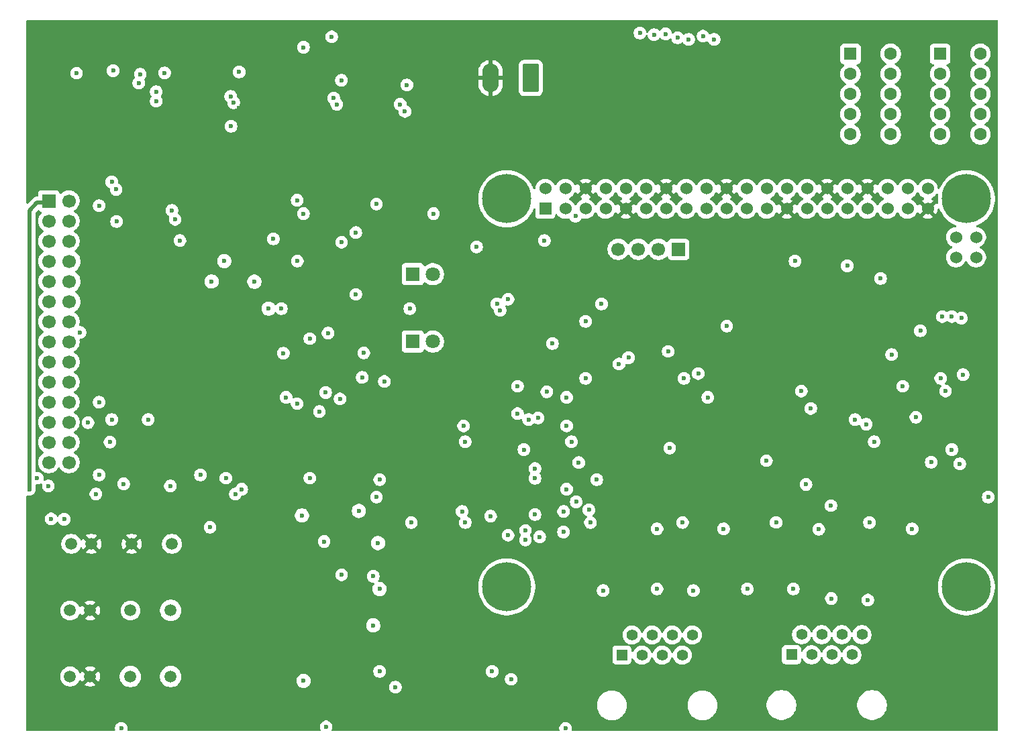
<source format=gbr>
%TF.GenerationSoftware,KiCad,Pcbnew,9.0.2*%
%TF.CreationDate,2025-11-22T23:55:58+01:00*%
%TF.ProjectId,playduino_sheep_tester,706c6179-6475-4696-9e6f-5f7368656570,rev?*%
%TF.SameCoordinates,Original*%
%TF.FileFunction,Copper,L2,Inr*%
%TF.FilePolarity,Positive*%
%FSLAX46Y46*%
G04 Gerber Fmt 4.6, Leading zero omitted, Abs format (unit mm)*
G04 Created by KiCad (PCBNEW 9.0.2) date 2025-11-22 23:55:58*
%MOMM*%
%LPD*%
G01*
G04 APERTURE LIST*
G04 Aperture macros list*
%AMRoundRect*
0 Rectangle with rounded corners*
0 $1 Rounding radius*
0 $2 $3 $4 $5 $6 $7 $8 $9 X,Y pos of 4 corners*
0 Add a 4 corners polygon primitive as box body*
4,1,4,$2,$3,$4,$5,$6,$7,$8,$9,$2,$3,0*
0 Add four circle primitives for the rounded corners*
1,1,$1+$1,$2,$3*
1,1,$1+$1,$4,$5*
1,1,$1+$1,$6,$7*
1,1,$1+$1,$8,$9*
0 Add four rect primitives between the rounded corners*
20,1,$1+$1,$2,$3,$4,$5,0*
20,1,$1+$1,$4,$5,$6,$7,0*
20,1,$1+$1,$6,$7,$8,$9,0*
20,1,$1+$1,$8,$9,$2,$3,0*%
G04 Aperture macros list end*
%TA.AperFunction,ComponentPad*%
%ADD10C,1.498600*%
%TD*%
%TA.AperFunction,ComponentPad*%
%ADD11RoundRect,0.249999X0.790001X1.550001X-0.790001X1.550001X-0.790001X-1.550001X0.790001X-1.550001X0*%
%TD*%
%TA.AperFunction,ComponentPad*%
%ADD12O,2.080000X3.600000*%
%TD*%
%TA.AperFunction,ComponentPad*%
%ADD13R,1.700000X1.700000*%
%TD*%
%TA.AperFunction,ComponentPad*%
%ADD14C,1.700000*%
%TD*%
%TA.AperFunction,ComponentPad*%
%ADD15R,1.800000X1.800000*%
%TD*%
%TA.AperFunction,ComponentPad*%
%ADD16C,1.800000*%
%TD*%
%TA.AperFunction,ComponentPad*%
%ADD17R,1.398000X1.398000*%
%TD*%
%TA.AperFunction,ComponentPad*%
%ADD18C,1.398000*%
%TD*%
%TA.AperFunction,ComponentPad*%
%ADD19R,1.600000X1.600000*%
%TD*%
%TA.AperFunction,ComponentPad*%
%ADD20C,1.600000*%
%TD*%
%TA.AperFunction,ComponentPad*%
%ADD21R,1.524000X1.524000*%
%TD*%
%TA.AperFunction,ComponentPad*%
%ADD22C,1.524000*%
%TD*%
%TA.AperFunction,ComponentPad*%
%ADD23C,6.200000*%
%TD*%
%TA.AperFunction,ViaPad*%
%ADD24C,0.600000*%
%TD*%
%TA.AperFunction,Conductor*%
%ADD25C,0.500000*%
%TD*%
G04 APERTURE END LIST*
D10*
%TO.N,+5V*%
%TO.C,U10*%
X81530000Y-128250000D03*
%TO.N,GND*%
X84070000Y-128250000D03*
%TO.N,Net-(U10-0V)*%
X89150000Y-128250000D03*
%TO.N,60V*%
X94230000Y-128250000D03*
%TD*%
%TO.N,+5V*%
%TO.C,U9*%
X81532081Y-119900787D03*
%TO.N,GND*%
X84072081Y-119900787D03*
%TO.N,+12V*%
X89152081Y-119900787D03*
%TO.N,Net-(U10-0V)*%
X94232081Y-119900787D03*
%TD*%
%TO.N,+5V*%
%TO.C,U8*%
X81690000Y-111501687D03*
%TO.N,GND*%
X84230000Y-111501687D03*
X89310000Y-111501687D03*
%TO.N,+12V*%
X94390000Y-111501687D03*
%TD*%
D11*
%TO.N,Net-(J1-Pin_1)*%
%TO.C,J1*%
X139680000Y-52675000D03*
D12*
%TO.N,GND*%
X134600000Y-52675000D03*
%TD*%
D13*
%TO.N,TP1*%
%TO.C,J2*%
X78860000Y-68210000D03*
D14*
%TO.N,TP2*%
X81400000Y-68210000D03*
%TO.N,TP3*%
X78860000Y-70750000D03*
%TO.N,TP5*%
X81400000Y-70750000D03*
%TO.N,TP4*%
X78860000Y-73290000D03*
%TO.N,TP10*%
X81400000Y-73290000D03*
%TO.N,TP_GPIO36*%
X78860000Y-75830000D03*
%TO.N,TP8*%
X81400000Y-75830000D03*
%TO.N,TP9*%
X78860000Y-78370000D03*
%TO.N,TP7*%
X81400000Y-78370000D03*
%TO.N,TP24*%
X78860000Y-80910000D03*
%TO.N,TP6*%
X81400000Y-80910000D03*
%TO.N,TP13*%
X78860000Y-83450000D03*
%TO.N,TP14*%
X81400000Y-83450000D03*
%TO.N,TP15*%
X78860000Y-85990000D03*
%TO.N,TP16*%
X81400000Y-85990000D03*
%TO.N,TP17*%
X78860000Y-88530000D03*
%TO.N,TP18*%
X81400000Y-88530000D03*
%TO.N,TP19*%
X78860000Y-91070000D03*
%TO.N,TP20*%
X81400000Y-91070000D03*
%TO.N,TP21*%
X78860000Y-93610000D03*
%TO.N,TP22*%
X81400000Y-93610000D03*
%TO.N,TP23*%
X78860000Y-96150000D03*
%TO.N,TP11*%
X81400000Y-96150000D03*
%TO.N,TP_GPIO32*%
X78860000Y-98690000D03*
%TO.N,TP_GPIO16*%
X81400000Y-98690000D03*
%TO.N,unconnected-(J2-Pin_27-Pad27)*%
X78860000Y-101230000D03*
%TO.N,TP12*%
X81400000Y-101230000D03*
%TD*%
D15*
%TO.N,Net-(D3-K)*%
%TO.C,D3*%
X124800000Y-77450000D03*
D16*
%TO.N,Net-(D3-A)*%
X127340000Y-77450000D03*
%TD*%
D17*
%TO.N,Net-(J4-Pad1)*%
%TO.C,J4*%
X172570000Y-125500000D03*
D18*
%TO.N,Net-(J4-Pad2)*%
X173840000Y-122960000D03*
%TO.N,Net-(J4-Pad3)*%
X175110000Y-125500000D03*
%TO.N,Net-(J4-Pad4)*%
X176380000Y-122960000D03*
%TO.N,Net-(J4-Pad5)*%
X177650000Y-125500000D03*
%TO.N,Net-(J4-Pad6)*%
X178920000Y-122960000D03*
%TO.N,Net-(J4-Pad7)*%
X180190000Y-125500000D03*
%TO.N,Net-(J4-Pad8)*%
X181460000Y-122960000D03*
%TD*%
D15*
%TO.N,Net-(D4-K)*%
%TO.C,D4*%
X124800000Y-85950000D03*
D16*
%TO.N,Net-(D4-A)*%
X127340000Y-85950000D03*
%TD*%
D17*
%TO.N,Net-(J5-Pad1)*%
%TO.C,J5*%
X151170000Y-125545000D03*
D18*
%TO.N,Net-(J5-Pad2)*%
X152440000Y-123005000D03*
%TO.N,Net-(J5-Pad3)*%
X153710000Y-125545000D03*
%TO.N,Net-(J5-Pad4)*%
X154980000Y-123005000D03*
%TO.N,Net-(J5-Pad5)*%
X156250000Y-125545000D03*
%TO.N,Net-(J5-Pad6)*%
X157520000Y-123005000D03*
%TO.N,Net-(J5-Pad7)*%
X158790000Y-125545000D03*
%TO.N,Net-(J5-Pad8)*%
X160060000Y-123005000D03*
%TD*%
D13*
%TO.N,Net-(J3-Pin_1)*%
%TO.C,J3*%
X158322382Y-74312587D03*
D14*
%TO.N,Net-(J3-Pin_2)*%
X155782382Y-74312587D03*
%TO.N,Net-(J3-Pin_3)*%
X153242382Y-74312587D03*
%TO.N,Net-(J3-Pin_4)*%
X150702382Y-74312587D03*
%TD*%
D19*
%TO.N,+5V*%
%TO.C,U14*%
X180000000Y-49640000D03*
D20*
%TO.N,Net-(U14-F)*%
X180000000Y-52180000D03*
%TO.N,Net-(U14-G)*%
X180000000Y-54720000D03*
%TO.N,Net-(U14-E)*%
X180000000Y-57260000D03*
%TO.N,Net-(U14-D)*%
X180000000Y-59800000D03*
%TO.N,+5V*%
X185080000Y-59800000D03*
%TO.N,unconnected-(U14-DP-Pad7)*%
X185080000Y-57260000D03*
%TO.N,Net-(U14-C)*%
X185080000Y-54720000D03*
%TO.N,Net-(U14-B)*%
X185080000Y-52180000D03*
%TO.N,Net-(U14-A)*%
X185080000Y-49640000D03*
%TD*%
D19*
%TO.N,+5V*%
%TO.C,U15*%
X191330000Y-49640000D03*
D20*
%TO.N,Net-(U15-F)*%
X191330000Y-52180000D03*
%TO.N,Net-(U15-G)*%
X191330000Y-54720000D03*
%TO.N,Net-(U15-E)*%
X191330000Y-57260000D03*
%TO.N,Net-(U15-D)*%
X191330000Y-59800000D03*
%TO.N,+5V*%
X196410000Y-59800000D03*
%TO.N,unconnected-(U15-DP-Pad7)*%
X196410000Y-57260000D03*
%TO.N,Net-(U15-C)*%
X196410000Y-54720000D03*
%TO.N,Net-(U15-B)*%
X196410000Y-52180000D03*
%TO.N,Net-(U15-A)*%
X196410000Y-49640000D03*
%TD*%
D21*
%TO.N,+3V3*%
%TO.C,U1*%
X141500000Y-69200000D03*
D22*
%TO.N,+5V*%
X141500000Y-66660000D03*
%TO.N,SDA_PI*%
X144040000Y-69200000D03*
%TO.N,+5V*%
X144040000Y-66660000D03*
%TO.N,SCL_PI*%
X146580000Y-69200000D03*
%TO.N,GND*%
X146580000Y-66660000D03*
%TO.N,MCP23017_#RESET*%
X149120000Y-69200000D03*
%TO.N,ESP_RXD_PI*%
X149120000Y-66660000D03*
%TO.N,GND*%
X151660000Y-69200000D03*
%TO.N,ESP_TXD_PI*%
X151660000Y-66660000D03*
%TO.N,7SEG_A_0*%
X154200000Y-69200000D03*
%TO.N,7SEG_B_0*%
X154200000Y-66660000D03*
%TO.N,7SEG_C_0*%
X156740000Y-69200000D03*
%TO.N,GND*%
X156740000Y-66660000D03*
%TO.N,7SEG_D_0*%
X159280000Y-69200000D03*
%TO.N,7SEG_E_0*%
X159280000Y-66660000D03*
%TO.N,+3V3*%
X161820000Y-69200000D03*
%TO.N,7SEG_F_0*%
X161820000Y-66660000D03*
%TO.N,7SEG_G_0*%
X164360000Y-69200000D03*
%TO.N,GND*%
X164360000Y-66660000D03*
%TO.N,7SEG_B_1*%
X166900000Y-69200000D03*
%TO.N,7SEG_A_1*%
X166900000Y-66660000D03*
%TO.N,7SEG_D_1*%
X169440000Y-69200000D03*
%TO.N,7SEG_C_1*%
X169440000Y-66660000D03*
%TO.N,GND*%
X171980000Y-69200000D03*
%TO.N,7SEG_E_1*%
X171980000Y-66660000D03*
%TO.N,unconnected-(U1-ID_SD-Pad27)*%
X174520000Y-69200000D03*
%TO.N,unconnected-(U1-ID_SC-Pad28)*%
X174520000Y-66660000D03*
%TO.N,ESP_BOOT_PI*%
X177060000Y-69200000D03*
%TO.N,GND*%
X177060000Y-66660000D03*
%TO.N,ESP_EN_PI*%
X179600000Y-69200000D03*
%TO.N,#ADAPTER_CLOSED*%
X179600000Y-66660000D03*
%TO.N,WS2812_IN*%
X182140000Y-69200000D03*
%TO.N,GND*%
X182140000Y-66660000D03*
%TO.N,7SEG_F_1*%
X184680000Y-69200000D03*
%TO.N,7SEG_G_1*%
X184680000Y-66660000D03*
%TO.N,Net-(U1-GPIO26)*%
X187220000Y-69200000D03*
%TO.N,LED_GOOD*%
X187220000Y-66660000D03*
%TO.N,GND*%
X189760000Y-69200000D03*
%TO.N,LED_BAD*%
X189760000Y-66660000D03*
%TO.N,unconnected-(U1-TR01-Pad41)*%
X195860000Y-75323000D03*
%TO.N,unconnected-(U1-TR00-Pad42)*%
X195860000Y-72783000D03*
%TO.N,unconnected-(U1-TR03-Pad43)*%
X193320000Y-75323000D03*
%TO.N,unconnected-(U1-TR02-Pad44)*%
X193320000Y-72783000D03*
D23*
%TO.N,SHIELD_3*%
X136630000Y-67930000D03*
%TO.N,SHIELD_2*%
X194630000Y-67930000D03*
%TO.N,SHIELD_1*%
X194630000Y-116930000D03*
%TO.N,SHIELD*%
X136630000Y-116930000D03*
%TD*%
D24*
%TO.N,B7_U2*%
X120615326Y-103398871D03*
X140200000Y-103227141D03*
%TO.N,A3_U2*%
X140200000Y-107800000D03*
X134600000Y-108000000D03*
%TO.N,+3V3*%
X177534394Y-106671602D03*
%TO.N,B3_U3*%
X173800000Y-92200000D03*
%TO.N,GND*%
X171181987Y-93103661D03*
%TO.N,B2_U3*%
X174400000Y-103999000D03*
%TO.N,GND*%
X171800000Y-103000000D03*
X195217606Y-88466136D03*
X121800000Y-107800000D03*
%TO.N,A5_U2*%
X124600000Y-108800000D03*
%TO.N,B1_U2*%
X91400000Y-95800000D03*
%TO.N,B6_U3*%
X188264520Y-95515292D03*
X137990993Y-95066006D03*
%TO.N,GND*%
X130200000Y-121000000D03*
X150800000Y-107200000D03*
X130150000Y-124200000D03*
%TO.N,B0_U2*%
X145400000Y-106200000D03*
%TO.N,B3_U2*%
X147000000Y-107200000D03*
%TO.N,GND*%
X88310072Y-62587345D03*
%TO.N,TP3*%
X87349671Y-66747746D03*
%TO.N,TP9*%
X86800000Y-65800000D03*
%TO.N,+3V3*%
X101852397Y-58772457D03*
X173000000Y-75800000D03*
X118400000Y-90470000D03*
X145725299Y-101240461D03*
X93477953Y-52034706D03*
X145322662Y-70110665D03*
X186600000Y-91600000D03*
X183800000Y-78000000D03*
X102880000Y-51905379D03*
X115780000Y-52965052D03*
X124049944Y-53551314D03*
X114557958Y-47481855D03*
X162000000Y-93000000D03*
X82357006Y-52062414D03*
%TO.N,+5V*%
X136800000Y-80600000D03*
X119800000Y-115600000D03*
X115800000Y-73400000D03*
X170619688Y-108789186D03*
X147200631Y-108802061D03*
X136800000Y-110400000D03*
X182400000Y-108800000D03*
X132829000Y-74000000D03*
X108201000Y-81800000D03*
X185200000Y-87600000D03*
X158816389Y-108798280D03*
X107200000Y-73000000D03*
X124400000Y-81800000D03*
X115800000Y-115400000D03*
%TO.N,GND*%
X118600000Y-78200000D03*
X139400000Y-90400000D03*
X142670000Y-122600000D03*
X100600000Y-46600000D03*
X113821703Y-53130440D03*
X112745930Y-90470000D03*
X98326072Y-97863874D03*
X130263235Y-110936765D03*
X130924373Y-116623857D03*
X139400000Y-77800000D03*
X144000000Y-56800000D03*
X181800000Y-101400000D03*
X94295794Y-62412476D03*
X86402945Y-46893532D03*
X88699038Y-57075326D03*
X145737026Y-99692546D03*
X91785702Y-105931636D03*
X108600000Y-49400000D03*
X78708901Y-50136822D03*
X124200000Y-94800000D03*
X127600000Y-50800000D03*
X139849124Y-133150000D03*
X119572712Y-84972712D03*
X118400000Y-91800000D03*
X179800000Y-74200000D03*
X79945447Y-50021411D03*
X167600000Y-93200000D03*
X102860692Y-56472455D03*
X181000000Y-75200000D03*
X100200000Y-92400000D03*
X124200000Y-58000000D03*
X118400000Y-89130000D03*
X123000000Y-65200000D03*
X185000000Y-79400000D03*
X122600000Y-101200000D03*
X114597596Y-66380284D03*
X122234765Y-53622524D03*
X183400000Y-91600000D03*
X107221794Y-67206760D03*
X115894037Y-57344965D03*
X91000000Y-50000000D03*
X112869608Y-89130000D03*
X119200000Y-65400000D03*
X82403799Y-53329866D03*
X93477953Y-59000000D03*
X116600000Y-98000000D03*
X100800000Y-50200000D03*
X114757958Y-48881855D03*
X90800000Y-92400000D03*
X79368392Y-49262997D03*
X99000000Y-67200000D03*
X132949880Y-93643427D03*
X137200000Y-133000000D03*
X116400000Y-100800000D03*
X119804775Y-50256406D03*
%TO.N,+12V*%
X137200000Y-128600000D03*
X122600000Y-129600000D03*
%TO.N,60V*%
X120400000Y-111400000D03*
X120600000Y-117200000D03*
%TO.N,SDA_PI*%
X180600000Y-95800000D03*
X115200000Y-56000000D03*
X123797727Y-56893095D03*
X92400000Y-55600000D03*
X140600000Y-95600000D03*
X102200000Y-55800000D03*
X113800000Y-92400000D03*
X90213813Y-53316774D03*
X141700000Y-92300000D03*
%TO.N,SCL_PI*%
X115600000Y-93200000D03*
X144200000Y-96600000D03*
X144200000Y-93000000D03*
X182000000Y-96400000D03*
X114800000Y-55200000D03*
X123200000Y-56000000D03*
X92400000Y-54400000D03*
X90400000Y-52200000D03*
X101800000Y-55000000D03*
%TO.N,MCP23017_#RESET*%
X183000000Y-98600000D03*
X144800000Y-98600000D03*
X131400000Y-98600000D03*
%TO.N,TP1*%
X79156250Y-108356250D03*
X76400000Y-104600000D03*
X99200000Y-109400000D03*
%TO.N,TP2*%
X179600000Y-76400000D03*
X110215278Y-75799064D03*
X110197357Y-68106929D03*
%TO.N,TP4*%
X88303933Y-103921604D03*
X78800000Y-104200000D03*
X148000000Y-103399000D03*
X94400000Y-69400000D03*
%TO.N,TP5*%
X94800000Y-70525741D03*
X87400000Y-70800000D03*
%TO.N,TP6*%
X106601000Y-81800000D03*
%TO.N,TP7*%
X104800000Y-78400000D03*
X99400000Y-78370000D03*
%TO.N,TP8*%
X101000000Y-75800000D03*
%TO.N,TP10*%
X95400000Y-73200000D03*
%TO.N,TP19*%
X108800000Y-93000000D03*
%TO.N,TP22*%
X98000000Y-102800000D03*
X120200000Y-68600000D03*
X85200000Y-102800000D03*
X85200000Y-68810000D03*
X85200000Y-93600000D03*
%TO.N,TP23*%
X77400000Y-103200000D03*
X80800000Y-108400000D03*
X131200000Y-96600000D03*
%TO.N,B0_U2*%
X102400000Y-105200000D03*
%TO.N,Net-(Q6-D)*%
X113600000Y-111200000D03*
X113849000Y-134600000D03*
%TO.N,Net-(Q5-D)*%
X117977841Y-107345869D03*
X119800000Y-121800000D03*
%TO.N,B5_U2_U12*%
X120200000Y-105600000D03*
X197400000Y-105600000D03*
%TO.N,Net-(Q10-D)*%
X111000000Y-128800000D03*
X110800000Y-107919213D03*
%TO.N,TP18*%
X150800000Y-88800000D03*
%TO.N,A6_U2_U12*%
X157200000Y-99400000D03*
X192800000Y-99600000D03*
%TO.N,TP15*%
X152000000Y-88000000D03*
%TO.N,TP14*%
X146600000Y-83400000D03*
%TO.N,A7_U2_U12*%
X159000000Y-90600000D03*
X191400000Y-90600000D03*
X146600000Y-90600000D03*
%TO.N,TP13*%
X164400000Y-84000000D03*
%TO.N,TP16*%
X157000000Y-87200000D03*
%TO.N,Net-(Q6-G)*%
X120600000Y-127600000D03*
X134800000Y-127600000D03*
%TO.N,TP20*%
X121200000Y-91000000D03*
%TO.N,TP21*%
X113000000Y-94800000D03*
X127400000Y-69800000D03*
X111000000Y-69800000D03*
%TO.N,TP12*%
X140200000Y-102000000D03*
%TO.N,TP11*%
X83800000Y-96200000D03*
X144070000Y-134800000D03*
X88000000Y-134800000D03*
%TO.N,B5_U2*%
X148600000Y-81200000D03*
X194000000Y-83000000D03*
%TO.N,A4_U2*%
X111800000Y-103200000D03*
X101200000Y-103200000D03*
%TO.N,A7_U2*%
X191600000Y-82800000D03*
X135800000Y-82000000D03*
%TO.N,B4_U2*%
X140800000Y-110610000D03*
X139000000Y-111000000D03*
%TO.N,B2_U2*%
X103200000Y-104600000D03*
X144200000Y-104600000D03*
%TO.N,A6_U2*%
X135400000Y-81200000D03*
X192800000Y-82800000D03*
%TO.N,A5_U2*%
X84800000Y-105200000D03*
X131400000Y-108800000D03*
%TO.N,B1_U2*%
X143799000Y-110010000D03*
X139400000Y-95800000D03*
X139000000Y-109800000D03*
X86800000Y-95800000D03*
%TO.N,B3_U2*%
X143815422Y-107416720D03*
X131000000Y-107400000D03*
%TO.N,Net-(J4-Pad2)*%
X155600000Y-117200000D03*
%TO.N,Net-(J4-Pad6)*%
X177600000Y-118400000D03*
%TO.N,Net-(J4-Pad1)*%
X148800000Y-117400000D03*
%TO.N,Net-(J4-Pad7)*%
X182200000Y-118600000D03*
%TO.N,Net-(J4-Pad3)*%
X160200000Y-117400000D03*
%TO.N,Net-(J4-Pad5)*%
X172800000Y-117200000D03*
%TO.N,Net-(J4-Pad4)*%
X167000000Y-117200000D03*
%TO.N,B0_U3_U12*%
X190200000Y-101200000D03*
X169400000Y-101000000D03*
%TO.N,TP17*%
X160800000Y-90000000D03*
%TO.N,B4_U3_U12*%
X111800000Y-85589461D03*
X188824269Y-84594453D03*
%TO.N,Net-(D2-VDD)*%
X118600000Y-87400000D03*
X108461881Y-87422183D03*
%TO.N,TP24*%
X114096709Y-84895064D03*
X82800000Y-84800000D03*
%TO.N,B5_U3_U12*%
X176000000Y-109650000D03*
X187800000Y-109600000D03*
X155600000Y-109600000D03*
X164000000Y-109600000D03*
%TO.N,TP_GPIO32*%
X138800000Y-99600000D03*
%TO.N,TP_GPIO16*%
X86580967Y-98650400D03*
%TO.N,TP_GPIO36*%
X141400000Y-73200000D03*
%TO.N,WS2812_IN*%
X175000000Y-94400000D03*
X110200000Y-93800000D03*
%TO.N,B3_U3*%
X192000000Y-92200000D03*
X138000000Y-91600000D03*
%TO.N,B1_U3*%
X142400000Y-86200000D03*
X194218406Y-90131320D03*
%TO.N,B2_U3*%
X94200000Y-104200000D03*
X193800000Y-101400000D03*
%TO.N,TP9*%
X111000000Y-48800000D03*
X86973020Y-51759792D03*
%TO.N,LED_GOOD*%
X117600000Y-72200000D03*
%TO.N,LED_BAD*%
X117600000Y-80000000D03*
%TO.N,Net-(U15-A)*%
X153445000Y-47000000D03*
%TO.N,Net-(U15-B)*%
X155215000Y-47200000D03*
%TO.N,Net-(U15-C)*%
X156681998Y-47108814D03*
%TO.N,Net-(U15-D)*%
X158200000Y-47600000D03*
%TO.N,Net-(U15-E)*%
X159600000Y-47800000D03*
%TO.N,Net-(U15-F)*%
X161400000Y-47399000D03*
%TO.N,Net-(U15-G)*%
X162800000Y-47800000D03*
%TD*%
D25*
%TO.N,TP1*%
X77400000Y-68400000D02*
X78670000Y-68400000D01*
X76400000Y-69400000D02*
X77400000Y-68400000D01*
X76400000Y-104600000D02*
X76400000Y-69400000D01*
X78670000Y-68400000D02*
X78860000Y-68210000D01*
%TD*%
%TA.AperFunction,Conductor*%
%TO.N,GND*%
G36*
X150461446Y-67120165D02*
G01*
X150500484Y-67165218D01*
X150580213Y-67321694D01*
X150697019Y-67482464D01*
X150837536Y-67622981D01*
X150998306Y-67739787D01*
X151155332Y-67819796D01*
X151206127Y-67867769D01*
X151222922Y-67935590D01*
X151200385Y-68001725D01*
X151155332Y-68040764D01*
X150998566Y-68120641D01*
X150961283Y-68147729D01*
X150961282Y-68147730D01*
X151524058Y-68710504D01*
X151463919Y-68726619D01*
X151348080Y-68793498D01*
X151253498Y-68888080D01*
X151186619Y-69003919D01*
X151170504Y-69064057D01*
X150607730Y-68501282D01*
X150607729Y-68501283D01*
X150580641Y-68538566D01*
X150500764Y-68695332D01*
X150452790Y-68746127D01*
X150384969Y-68762922D01*
X150318834Y-68740384D01*
X150279796Y-68695332D01*
X150199787Y-68538306D01*
X150082981Y-68377536D01*
X149942464Y-68237019D01*
X149781694Y-68120213D01*
X149625218Y-68040484D01*
X149574423Y-67992510D01*
X149557628Y-67924689D01*
X149580165Y-67858554D01*
X149625218Y-67819515D01*
X149781694Y-67739787D01*
X149942464Y-67622981D01*
X150082981Y-67482464D01*
X150199787Y-67321694D01*
X150279515Y-67165218D01*
X150327490Y-67114423D01*
X150395311Y-67097628D01*
X150461446Y-67120165D01*
G37*
%TD.AperFunction*%
%TA.AperFunction,Conductor*%
G36*
X153001446Y-67120165D02*
G01*
X153040484Y-67165218D01*
X153120213Y-67321694D01*
X153237019Y-67482464D01*
X153377536Y-67622981D01*
X153538306Y-67739787D01*
X153594682Y-67768512D01*
X153694780Y-67819515D01*
X153745576Y-67867490D01*
X153762371Y-67935311D01*
X153739833Y-68001446D01*
X153694780Y-68040485D01*
X153538305Y-68120213D01*
X153377533Y-68237021D01*
X153237021Y-68377533D01*
X153120213Y-68538305D01*
X153040204Y-68695331D01*
X152992229Y-68746127D01*
X152924408Y-68762922D01*
X152858273Y-68740384D01*
X152819234Y-68695331D01*
X152739358Y-68538567D01*
X152712268Y-68501283D01*
X152149494Y-69064057D01*
X152133381Y-69003919D01*
X152066502Y-68888080D01*
X151971920Y-68793498D01*
X151856081Y-68726619D01*
X151795942Y-68710504D01*
X152358716Y-68147731D01*
X152358715Y-68147730D01*
X152321432Y-68120641D01*
X152164668Y-68040765D01*
X152113872Y-67992790D01*
X152097077Y-67924969D01*
X152119615Y-67858834D01*
X152164667Y-67819796D01*
X152321694Y-67739787D01*
X152482464Y-67622981D01*
X152622981Y-67482464D01*
X152739787Y-67321694D01*
X152819515Y-67165218D01*
X152867490Y-67114423D01*
X152935311Y-67097628D01*
X153001446Y-67120165D01*
G37*
%TD.AperFunction*%
%TA.AperFunction,Conductor*%
G36*
X170781446Y-67120165D02*
G01*
X170820484Y-67165218D01*
X170900213Y-67321694D01*
X171017019Y-67482464D01*
X171157536Y-67622981D01*
X171318306Y-67739787D01*
X171475332Y-67819796D01*
X171526127Y-67867769D01*
X171542922Y-67935590D01*
X171520385Y-68001725D01*
X171475332Y-68040764D01*
X171318566Y-68120641D01*
X171281283Y-68147729D01*
X171281282Y-68147730D01*
X171844058Y-68710504D01*
X171783919Y-68726619D01*
X171668080Y-68793498D01*
X171573498Y-68888080D01*
X171506619Y-69003919D01*
X171490504Y-69064057D01*
X170927730Y-68501282D01*
X170927729Y-68501283D01*
X170900641Y-68538566D01*
X170820764Y-68695332D01*
X170772790Y-68746127D01*
X170704969Y-68762922D01*
X170638834Y-68740384D01*
X170599796Y-68695332D01*
X170519787Y-68538306D01*
X170402981Y-68377536D01*
X170262464Y-68237019D01*
X170101694Y-68120213D01*
X169945218Y-68040484D01*
X169894423Y-67992510D01*
X169877628Y-67924689D01*
X169900165Y-67858554D01*
X169945218Y-67819515D01*
X170101694Y-67739787D01*
X170262464Y-67622981D01*
X170402981Y-67482464D01*
X170519787Y-67321694D01*
X170599515Y-67165218D01*
X170647490Y-67114423D01*
X170715311Y-67097628D01*
X170781446Y-67120165D01*
G37*
%TD.AperFunction*%
%TA.AperFunction,Conductor*%
G36*
X173321446Y-67120165D02*
G01*
X173360484Y-67165218D01*
X173440213Y-67321694D01*
X173557019Y-67482464D01*
X173697536Y-67622981D01*
X173858306Y-67739787D01*
X173914682Y-67768512D01*
X174014780Y-67819515D01*
X174065576Y-67867490D01*
X174082371Y-67935311D01*
X174059833Y-68001446D01*
X174014780Y-68040485D01*
X173858305Y-68120213D01*
X173697533Y-68237021D01*
X173557021Y-68377533D01*
X173440213Y-68538305D01*
X173360204Y-68695331D01*
X173312229Y-68746127D01*
X173244408Y-68762922D01*
X173178273Y-68740384D01*
X173139234Y-68695331D01*
X173059358Y-68538567D01*
X173032268Y-68501283D01*
X172469494Y-69064057D01*
X172453381Y-69003919D01*
X172386502Y-68888080D01*
X172291920Y-68793498D01*
X172176081Y-68726619D01*
X172115942Y-68710504D01*
X172678716Y-68147731D01*
X172678715Y-68147730D01*
X172641432Y-68120641D01*
X172484668Y-68040765D01*
X172433872Y-67992790D01*
X172417077Y-67924969D01*
X172439615Y-67858834D01*
X172484667Y-67819796D01*
X172641694Y-67739787D01*
X172802464Y-67622981D01*
X172942981Y-67482464D01*
X173059787Y-67321694D01*
X173139515Y-67165218D01*
X173187490Y-67114423D01*
X173255311Y-67097628D01*
X173321446Y-67120165D01*
G37*
%TD.AperFunction*%
%TA.AperFunction,Conductor*%
G36*
X188561446Y-67120165D02*
G01*
X188600484Y-67165218D01*
X188680213Y-67321694D01*
X188797019Y-67482464D01*
X188937536Y-67622981D01*
X189098306Y-67739787D01*
X189255332Y-67819796D01*
X189306127Y-67867769D01*
X189322922Y-67935590D01*
X189300385Y-68001725D01*
X189255332Y-68040764D01*
X189098566Y-68120641D01*
X189061283Y-68147729D01*
X189061282Y-68147730D01*
X189624058Y-68710504D01*
X189563919Y-68726619D01*
X189448080Y-68793498D01*
X189353498Y-68888080D01*
X189286619Y-69003919D01*
X189270504Y-69064057D01*
X188707730Y-68501282D01*
X188707729Y-68501283D01*
X188680641Y-68538566D01*
X188600764Y-68695332D01*
X188552790Y-68746127D01*
X188484969Y-68762922D01*
X188418834Y-68740384D01*
X188379796Y-68695332D01*
X188299787Y-68538306D01*
X188182981Y-68377536D01*
X188042464Y-68237019D01*
X187881694Y-68120213D01*
X187725218Y-68040484D01*
X187674423Y-67992510D01*
X187657628Y-67924689D01*
X187680165Y-67858554D01*
X187725218Y-67819515D01*
X187881694Y-67739787D01*
X188042464Y-67622981D01*
X188182981Y-67482464D01*
X188299787Y-67321694D01*
X188379515Y-67165218D01*
X188427490Y-67114423D01*
X188495311Y-67097628D01*
X188561446Y-67120165D01*
G37*
%TD.AperFunction*%
%TA.AperFunction,Conductor*%
G36*
X191026649Y-67305483D02*
G01*
X191061006Y-67366322D01*
X191063632Y-67406562D01*
X191042317Y-67622983D01*
X191029500Y-67753119D01*
X191029500Y-68106881D01*
X191037510Y-68188210D01*
X191063729Y-68454422D01*
X191050710Y-68523068D01*
X191002645Y-68573778D01*
X190934794Y-68590453D01*
X190868699Y-68567797D01*
X190840009Y-68539463D01*
X190812268Y-68501283D01*
X190249494Y-69064057D01*
X190233381Y-69003919D01*
X190166502Y-68888080D01*
X190071920Y-68793498D01*
X189956081Y-68726619D01*
X189895942Y-68710504D01*
X190458716Y-68147731D01*
X190458715Y-68147730D01*
X190421432Y-68120641D01*
X190264668Y-68040765D01*
X190213872Y-67992790D01*
X190197077Y-67924969D01*
X190219615Y-67858834D01*
X190264667Y-67819796D01*
X190421694Y-67739787D01*
X190582464Y-67622981D01*
X190722981Y-67482464D01*
X190839787Y-67321694D01*
X190839787Y-67321692D01*
X190839911Y-67321523D01*
X190895241Y-67278857D01*
X190964854Y-67272878D01*
X191026649Y-67305483D01*
G37*
%TD.AperFunction*%
%TA.AperFunction,Conductor*%
G36*
X146106619Y-66856081D02*
G01*
X146173498Y-66971920D01*
X146268080Y-67066502D01*
X146383919Y-67133381D01*
X146444057Y-67149494D01*
X145881283Y-67712268D01*
X145881283Y-67712269D01*
X145918567Y-67739358D01*
X146075331Y-67819234D01*
X146126127Y-67867209D01*
X146142922Y-67935030D01*
X146120384Y-68001165D01*
X146075331Y-68040204D01*
X145918305Y-68120213D01*
X145757533Y-68237021D01*
X145617021Y-68377533D01*
X145500213Y-68538305D01*
X145420485Y-68694780D01*
X145372510Y-68745576D01*
X145304689Y-68762371D01*
X145238554Y-68739833D01*
X145199515Y-68694780D01*
X145134813Y-68567797D01*
X145119787Y-68538306D01*
X145002981Y-68377536D01*
X144862464Y-68237019D01*
X144701694Y-68120213D01*
X144545218Y-68040484D01*
X144494423Y-67992510D01*
X144477628Y-67924689D01*
X144500165Y-67858554D01*
X144545218Y-67819515D01*
X144701694Y-67739787D01*
X144862464Y-67622981D01*
X145002981Y-67482464D01*
X145119787Y-67321694D01*
X145199796Y-67164667D01*
X145247769Y-67113872D01*
X145315590Y-67097077D01*
X145381725Y-67119614D01*
X145420765Y-67164668D01*
X145500641Y-67321432D01*
X145527730Y-67358715D01*
X145527731Y-67358716D01*
X146090504Y-66795942D01*
X146106619Y-66856081D01*
G37*
%TD.AperFunction*%
%TA.AperFunction,Conductor*%
G36*
X147632268Y-67358715D02*
G01*
X147659364Y-67321422D01*
X147739234Y-67164669D01*
X147787208Y-67113872D01*
X147855029Y-67097077D01*
X147921164Y-67119614D01*
X147960203Y-67164667D01*
X148040213Y-67321694D01*
X148157019Y-67482464D01*
X148297536Y-67622981D01*
X148458306Y-67739787D01*
X148514682Y-67768512D01*
X148614780Y-67819515D01*
X148665576Y-67867490D01*
X148682371Y-67935311D01*
X148659833Y-68001446D01*
X148614780Y-68040485D01*
X148458305Y-68120213D01*
X148297533Y-68237021D01*
X148157021Y-68377533D01*
X148040213Y-68538305D01*
X147960485Y-68694780D01*
X147912510Y-68745576D01*
X147844689Y-68762371D01*
X147778554Y-68739833D01*
X147739515Y-68694780D01*
X147674813Y-68567797D01*
X147659787Y-68538306D01*
X147542981Y-68377536D01*
X147402464Y-68237019D01*
X147241694Y-68120213D01*
X147084667Y-68040203D01*
X147033872Y-67992229D01*
X147017077Y-67924408D01*
X147039614Y-67858273D01*
X147084669Y-67819234D01*
X147241422Y-67739364D01*
X147278716Y-67712268D01*
X146715942Y-67149494D01*
X146776081Y-67133381D01*
X146891920Y-67066502D01*
X146986502Y-66971920D01*
X147053381Y-66856081D01*
X147069495Y-66795942D01*
X147632268Y-67358715D01*
G37*
%TD.AperFunction*%
%TA.AperFunction,Conductor*%
G36*
X156266619Y-66856081D02*
G01*
X156333498Y-66971920D01*
X156428080Y-67066502D01*
X156543919Y-67133381D01*
X156604057Y-67149494D01*
X156041283Y-67712268D01*
X156041283Y-67712269D01*
X156078567Y-67739358D01*
X156235331Y-67819234D01*
X156286127Y-67867209D01*
X156302922Y-67935030D01*
X156280384Y-68001165D01*
X156235331Y-68040204D01*
X156078305Y-68120213D01*
X155917533Y-68237021D01*
X155777021Y-68377533D01*
X155660213Y-68538305D01*
X155580485Y-68694780D01*
X155532510Y-68745576D01*
X155464689Y-68762371D01*
X155398554Y-68739833D01*
X155359515Y-68694780D01*
X155294813Y-68567797D01*
X155279787Y-68538306D01*
X155162981Y-68377536D01*
X155022464Y-68237019D01*
X154861694Y-68120213D01*
X154705218Y-68040484D01*
X154654423Y-67992510D01*
X154637628Y-67924689D01*
X154660165Y-67858554D01*
X154705218Y-67819515D01*
X154861694Y-67739787D01*
X155022464Y-67622981D01*
X155162981Y-67482464D01*
X155279787Y-67321694D01*
X155359796Y-67164667D01*
X155407769Y-67113872D01*
X155475590Y-67097077D01*
X155541725Y-67119614D01*
X155580765Y-67164668D01*
X155660641Y-67321432D01*
X155687730Y-67358715D01*
X156250504Y-66795941D01*
X156266619Y-66856081D01*
G37*
%TD.AperFunction*%
%TA.AperFunction,Conductor*%
G36*
X157792268Y-67358715D02*
G01*
X157819364Y-67321422D01*
X157899234Y-67164669D01*
X157947208Y-67113872D01*
X158015029Y-67097077D01*
X158081164Y-67119614D01*
X158120203Y-67164667D01*
X158200213Y-67321694D01*
X158317019Y-67482464D01*
X158457536Y-67622981D01*
X158618306Y-67739787D01*
X158674682Y-67768512D01*
X158774780Y-67819515D01*
X158825576Y-67867490D01*
X158842371Y-67935311D01*
X158819833Y-68001446D01*
X158774780Y-68040485D01*
X158618305Y-68120213D01*
X158457533Y-68237021D01*
X158317021Y-68377533D01*
X158200213Y-68538305D01*
X158120485Y-68694780D01*
X158072510Y-68745576D01*
X158004689Y-68762371D01*
X157938554Y-68739833D01*
X157899515Y-68694780D01*
X157834813Y-68567797D01*
X157819787Y-68538306D01*
X157702981Y-68377536D01*
X157562464Y-68237019D01*
X157401694Y-68120213D01*
X157244667Y-68040203D01*
X157193872Y-67992229D01*
X157177077Y-67924408D01*
X157199614Y-67858273D01*
X157244669Y-67819234D01*
X157401422Y-67739364D01*
X157438716Y-67712268D01*
X156875942Y-67149494D01*
X156936081Y-67133381D01*
X157051920Y-67066502D01*
X157146502Y-66971920D01*
X157213381Y-66856081D01*
X157229495Y-66795942D01*
X157792268Y-67358715D01*
G37*
%TD.AperFunction*%
%TA.AperFunction,Conductor*%
G36*
X163886619Y-66856081D02*
G01*
X163953498Y-66971920D01*
X164048080Y-67066502D01*
X164163919Y-67133381D01*
X164224057Y-67149494D01*
X163661283Y-67712268D01*
X163661283Y-67712269D01*
X163698567Y-67739358D01*
X163855331Y-67819234D01*
X163906127Y-67867209D01*
X163922922Y-67935030D01*
X163900384Y-68001165D01*
X163855331Y-68040204D01*
X163698305Y-68120213D01*
X163537533Y-68237021D01*
X163397021Y-68377533D01*
X163280213Y-68538305D01*
X163200485Y-68694780D01*
X163152510Y-68745576D01*
X163084689Y-68762371D01*
X163018554Y-68739833D01*
X162979515Y-68694780D01*
X162914813Y-68567797D01*
X162899787Y-68538306D01*
X162782981Y-68377536D01*
X162642464Y-68237019D01*
X162481694Y-68120213D01*
X162325218Y-68040484D01*
X162274423Y-67992510D01*
X162257628Y-67924689D01*
X162280165Y-67858554D01*
X162325218Y-67819515D01*
X162481694Y-67739787D01*
X162642464Y-67622981D01*
X162782981Y-67482464D01*
X162899787Y-67321694D01*
X162979796Y-67164667D01*
X163027769Y-67113872D01*
X163095590Y-67097077D01*
X163161725Y-67119614D01*
X163200765Y-67164668D01*
X163280641Y-67321432D01*
X163307730Y-67358715D01*
X163870504Y-66795941D01*
X163886619Y-66856081D01*
G37*
%TD.AperFunction*%
%TA.AperFunction,Conductor*%
G36*
X165412268Y-67358715D02*
G01*
X165439364Y-67321422D01*
X165519234Y-67164669D01*
X165567208Y-67113872D01*
X165635029Y-67097077D01*
X165701164Y-67119614D01*
X165740203Y-67164667D01*
X165820213Y-67321694D01*
X165937019Y-67482464D01*
X166077536Y-67622981D01*
X166238306Y-67739787D01*
X166294682Y-67768512D01*
X166394780Y-67819515D01*
X166445576Y-67867490D01*
X166462371Y-67935311D01*
X166439833Y-68001446D01*
X166394780Y-68040485D01*
X166238305Y-68120213D01*
X166077533Y-68237021D01*
X165937021Y-68377533D01*
X165820213Y-68538305D01*
X165740485Y-68694780D01*
X165692510Y-68745576D01*
X165624689Y-68762371D01*
X165558554Y-68739833D01*
X165519515Y-68694780D01*
X165454813Y-68567797D01*
X165439787Y-68538306D01*
X165322981Y-68377536D01*
X165182464Y-68237019D01*
X165021694Y-68120213D01*
X164864667Y-68040203D01*
X164813872Y-67992229D01*
X164797077Y-67924408D01*
X164819614Y-67858273D01*
X164864669Y-67819234D01*
X165021422Y-67739364D01*
X165058716Y-67712268D01*
X164495942Y-67149494D01*
X164556081Y-67133381D01*
X164671920Y-67066502D01*
X164766502Y-66971920D01*
X164833381Y-66856081D01*
X164849495Y-66795942D01*
X165412268Y-67358715D01*
G37*
%TD.AperFunction*%
%TA.AperFunction,Conductor*%
G36*
X176586619Y-66856081D02*
G01*
X176653498Y-66971920D01*
X176748080Y-67066502D01*
X176863919Y-67133381D01*
X176924057Y-67149494D01*
X176361283Y-67712268D01*
X176361283Y-67712269D01*
X176398567Y-67739358D01*
X176555331Y-67819234D01*
X176606127Y-67867209D01*
X176622922Y-67935030D01*
X176600384Y-68001165D01*
X176555331Y-68040204D01*
X176398305Y-68120213D01*
X176237533Y-68237021D01*
X176097021Y-68377533D01*
X175980213Y-68538305D01*
X175900485Y-68694780D01*
X175852510Y-68745576D01*
X175784689Y-68762371D01*
X175718554Y-68739833D01*
X175679515Y-68694780D01*
X175614813Y-68567797D01*
X175599787Y-68538306D01*
X175482981Y-68377536D01*
X175342464Y-68237019D01*
X175181694Y-68120213D01*
X175025218Y-68040484D01*
X174974423Y-67992510D01*
X174957628Y-67924689D01*
X174980165Y-67858554D01*
X175025218Y-67819515D01*
X175181694Y-67739787D01*
X175342464Y-67622981D01*
X175482981Y-67482464D01*
X175599787Y-67321694D01*
X175679796Y-67164667D01*
X175727769Y-67113872D01*
X175795590Y-67097077D01*
X175861725Y-67119614D01*
X175900765Y-67164668D01*
X175980641Y-67321432D01*
X176007730Y-67358715D01*
X176007731Y-67358716D01*
X176570504Y-66795942D01*
X176586619Y-66856081D01*
G37*
%TD.AperFunction*%
%TA.AperFunction,Conductor*%
G36*
X178112268Y-67358715D02*
G01*
X178139364Y-67321422D01*
X178219234Y-67164669D01*
X178267208Y-67113872D01*
X178335029Y-67097077D01*
X178401164Y-67119614D01*
X178440203Y-67164667D01*
X178520213Y-67321694D01*
X178637019Y-67482464D01*
X178777536Y-67622981D01*
X178938306Y-67739787D01*
X178994682Y-67768512D01*
X179094780Y-67819515D01*
X179145576Y-67867490D01*
X179162371Y-67935311D01*
X179139833Y-68001446D01*
X179094780Y-68040485D01*
X178938305Y-68120213D01*
X178777533Y-68237021D01*
X178637021Y-68377533D01*
X178520213Y-68538305D01*
X178440485Y-68694780D01*
X178392510Y-68745576D01*
X178324689Y-68762371D01*
X178258554Y-68739833D01*
X178219515Y-68694780D01*
X178154813Y-68567797D01*
X178139787Y-68538306D01*
X178022981Y-68377536D01*
X177882464Y-68237019D01*
X177721694Y-68120213D01*
X177564667Y-68040203D01*
X177513872Y-67992229D01*
X177497077Y-67924408D01*
X177519614Y-67858273D01*
X177564669Y-67819234D01*
X177721422Y-67739364D01*
X177758716Y-67712268D01*
X177195942Y-67149494D01*
X177256081Y-67133381D01*
X177371920Y-67066502D01*
X177466502Y-66971920D01*
X177533381Y-66856081D01*
X177549495Y-66795942D01*
X178112268Y-67358715D01*
G37*
%TD.AperFunction*%
%TA.AperFunction,Conductor*%
G36*
X181666619Y-66856081D02*
G01*
X181733498Y-66971920D01*
X181828080Y-67066502D01*
X181943919Y-67133381D01*
X182004057Y-67149494D01*
X181441283Y-67712268D01*
X181441283Y-67712269D01*
X181478567Y-67739358D01*
X181635331Y-67819234D01*
X181686127Y-67867209D01*
X181702922Y-67935030D01*
X181680384Y-68001165D01*
X181635331Y-68040204D01*
X181478305Y-68120213D01*
X181317533Y-68237021D01*
X181177021Y-68377533D01*
X181060213Y-68538305D01*
X180980485Y-68694780D01*
X180932510Y-68745576D01*
X180864689Y-68762371D01*
X180798554Y-68739833D01*
X180759515Y-68694780D01*
X180694813Y-68567797D01*
X180679787Y-68538306D01*
X180562981Y-68377536D01*
X180422464Y-68237019D01*
X180261694Y-68120213D01*
X180105218Y-68040484D01*
X180054423Y-67992510D01*
X180037628Y-67924689D01*
X180060165Y-67858554D01*
X180105218Y-67819515D01*
X180261694Y-67739787D01*
X180422464Y-67622981D01*
X180562981Y-67482464D01*
X180679787Y-67321694D01*
X180759796Y-67164667D01*
X180807769Y-67113872D01*
X180875590Y-67097077D01*
X180941725Y-67119614D01*
X180980765Y-67164668D01*
X181060641Y-67321432D01*
X181087730Y-67358715D01*
X181087731Y-67358716D01*
X181650504Y-66795942D01*
X181666619Y-66856081D01*
G37*
%TD.AperFunction*%
%TA.AperFunction,Conductor*%
G36*
X183192268Y-67358715D02*
G01*
X183219364Y-67321422D01*
X183299234Y-67164669D01*
X183347208Y-67113872D01*
X183415029Y-67097077D01*
X183481164Y-67119614D01*
X183520203Y-67164667D01*
X183600213Y-67321694D01*
X183717019Y-67482464D01*
X183857536Y-67622981D01*
X184018306Y-67739787D01*
X184074682Y-67768512D01*
X184174780Y-67819515D01*
X184225576Y-67867490D01*
X184242371Y-67935311D01*
X184219833Y-68001446D01*
X184174780Y-68040485D01*
X184018305Y-68120213D01*
X183857533Y-68237021D01*
X183717021Y-68377533D01*
X183600213Y-68538305D01*
X183520485Y-68694780D01*
X183472510Y-68745576D01*
X183404689Y-68762371D01*
X183338554Y-68739833D01*
X183299515Y-68694780D01*
X183234813Y-68567797D01*
X183219787Y-68538306D01*
X183102981Y-68377536D01*
X182962464Y-68237019D01*
X182801694Y-68120213D01*
X182644667Y-68040203D01*
X182593872Y-67992229D01*
X182577077Y-67924408D01*
X182599614Y-67858273D01*
X182644669Y-67819234D01*
X182801422Y-67739364D01*
X182838716Y-67712268D01*
X182275942Y-67149494D01*
X182336081Y-67133381D01*
X182451920Y-67066502D01*
X182546502Y-66971920D01*
X182613381Y-66856081D01*
X182629495Y-66795942D01*
X183192268Y-67358715D01*
G37*
%TD.AperFunction*%
%TA.AperFunction,Conductor*%
G36*
X198572539Y-45370185D02*
G01*
X198618294Y-45422989D01*
X198629500Y-45474500D01*
X198629500Y-135025500D01*
X198609815Y-135092539D01*
X198557011Y-135138294D01*
X198505500Y-135149500D01*
X144967757Y-135149500D01*
X144900718Y-135129815D01*
X144854963Y-135077011D01*
X144845019Y-135007853D01*
X144846140Y-135001308D01*
X144870500Y-134878844D01*
X144870500Y-134721155D01*
X144870499Y-134721153D01*
X144839737Y-134566503D01*
X144820955Y-134521158D01*
X144779397Y-134420827D01*
X144779390Y-134420814D01*
X144691789Y-134289711D01*
X144691786Y-134289707D01*
X144580292Y-134178213D01*
X144580288Y-134178210D01*
X144449185Y-134090609D01*
X144449172Y-134090602D01*
X144303501Y-134030264D01*
X144303489Y-134030261D01*
X144148845Y-133999500D01*
X144148842Y-133999500D01*
X143991158Y-133999500D01*
X143991155Y-133999500D01*
X143836510Y-134030261D01*
X143836498Y-134030264D01*
X143690827Y-134090602D01*
X143690814Y-134090609D01*
X143559711Y-134178210D01*
X143559707Y-134178213D01*
X143448213Y-134289707D01*
X143448210Y-134289711D01*
X143360609Y-134420814D01*
X143360602Y-134420827D01*
X143300264Y-134566498D01*
X143300261Y-134566510D01*
X143269500Y-134721153D01*
X143269500Y-134721158D01*
X143269500Y-134878842D01*
X143269500Y-134878844D01*
X143269499Y-134878844D01*
X143293860Y-135001308D01*
X143287633Y-135070900D01*
X143244770Y-135126077D01*
X143178880Y-135149322D01*
X143172243Y-135149500D01*
X114673424Y-135149500D01*
X114606385Y-135129815D01*
X114560630Y-135077011D01*
X114550686Y-135007853D01*
X114558863Y-134978048D01*
X114618735Y-134833501D01*
X114618737Y-134833497D01*
X114649500Y-134678842D01*
X114649500Y-134521158D01*
X114649500Y-134521155D01*
X114649499Y-134521153D01*
X114629543Y-134420827D01*
X114618737Y-134366503D01*
X114586929Y-134289711D01*
X114558397Y-134220827D01*
X114558390Y-134220814D01*
X114470789Y-134089711D01*
X114470786Y-134089707D01*
X114359292Y-133978213D01*
X114359288Y-133978210D01*
X114228185Y-133890609D01*
X114228172Y-133890602D01*
X114082501Y-133830264D01*
X114082489Y-133830261D01*
X113927845Y-133799500D01*
X113927842Y-133799500D01*
X113770158Y-133799500D01*
X113770155Y-133799500D01*
X113615510Y-133830261D01*
X113615498Y-133830264D01*
X113469827Y-133890602D01*
X113469814Y-133890609D01*
X113338711Y-133978210D01*
X113338707Y-133978213D01*
X113227213Y-134089707D01*
X113227210Y-134089711D01*
X113139609Y-134220814D01*
X113139602Y-134220827D01*
X113079264Y-134366498D01*
X113079261Y-134366510D01*
X113048500Y-134521153D01*
X113048500Y-134678846D01*
X113079261Y-134833489D01*
X113079264Y-134833501D01*
X113139137Y-134978048D01*
X113146606Y-135047517D01*
X113115331Y-135109996D01*
X113055241Y-135145648D01*
X113024576Y-135149500D01*
X88897757Y-135149500D01*
X88830718Y-135129815D01*
X88784963Y-135077011D01*
X88775019Y-135007853D01*
X88776140Y-135001308D01*
X88800500Y-134878844D01*
X88800500Y-134721155D01*
X88800499Y-134721153D01*
X88769737Y-134566503D01*
X88750955Y-134521158D01*
X88709397Y-134420827D01*
X88709390Y-134420814D01*
X88621789Y-134289711D01*
X88621786Y-134289707D01*
X88510292Y-134178213D01*
X88510288Y-134178210D01*
X88379185Y-134090609D01*
X88379172Y-134090602D01*
X88233501Y-134030264D01*
X88233489Y-134030261D01*
X88078845Y-133999500D01*
X88078842Y-133999500D01*
X87921158Y-133999500D01*
X87921155Y-133999500D01*
X87766510Y-134030261D01*
X87766498Y-134030264D01*
X87620827Y-134090602D01*
X87620814Y-134090609D01*
X87489711Y-134178210D01*
X87489707Y-134178213D01*
X87378213Y-134289707D01*
X87378210Y-134289711D01*
X87290609Y-134420814D01*
X87290602Y-134420827D01*
X87230264Y-134566498D01*
X87230261Y-134566510D01*
X87199500Y-134721153D01*
X87199500Y-134721158D01*
X87199500Y-134878842D01*
X87199500Y-134878844D01*
X87199499Y-134878844D01*
X87223860Y-135001308D01*
X87217633Y-135070900D01*
X87174770Y-135126077D01*
X87108880Y-135149322D01*
X87102243Y-135149500D01*
X76154500Y-135149500D01*
X76087461Y-135129815D01*
X76041706Y-135077011D01*
X76030500Y-135025500D01*
X76030500Y-131772065D01*
X148024500Y-131772065D01*
X148024500Y-132017934D01*
X148050667Y-132216679D01*
X148056591Y-132261677D01*
X148108167Y-132454162D01*
X148120222Y-132499152D01*
X148120225Y-132499162D01*
X148195666Y-132681292D01*
X148214306Y-132726292D01*
X148337233Y-132939208D01*
X148337235Y-132939211D01*
X148337236Y-132939212D01*
X148486897Y-133134254D01*
X148486903Y-133134261D01*
X148660738Y-133308096D01*
X148660744Y-133308101D01*
X148855792Y-133457767D01*
X149068708Y-133580694D01*
X149295847Y-133674778D01*
X149533323Y-133738409D01*
X149777073Y-133770500D01*
X149777080Y-133770500D01*
X150022920Y-133770500D01*
X150022927Y-133770500D01*
X150266677Y-133738409D01*
X150504153Y-133674778D01*
X150731292Y-133580694D01*
X150944208Y-133457767D01*
X151139256Y-133308101D01*
X151313101Y-133134256D01*
X151462767Y-132939208D01*
X151585694Y-132726292D01*
X151679778Y-132499153D01*
X151743409Y-132261677D01*
X151775500Y-132017927D01*
X151775500Y-131772073D01*
X151775499Y-131772065D01*
X159454500Y-131772065D01*
X159454500Y-132017934D01*
X159480667Y-132216679D01*
X159486591Y-132261677D01*
X159538167Y-132454162D01*
X159550222Y-132499152D01*
X159550225Y-132499162D01*
X159625666Y-132681292D01*
X159644306Y-132726292D01*
X159767233Y-132939208D01*
X159767235Y-132939211D01*
X159767236Y-132939212D01*
X159916897Y-133134254D01*
X159916903Y-133134261D01*
X160090738Y-133308096D01*
X160090744Y-133308101D01*
X160285792Y-133457767D01*
X160498708Y-133580694D01*
X160725847Y-133674778D01*
X160963323Y-133738409D01*
X161207073Y-133770500D01*
X161207080Y-133770500D01*
X161452920Y-133770500D01*
X161452927Y-133770500D01*
X161696677Y-133738409D01*
X161934153Y-133674778D01*
X162161292Y-133580694D01*
X162374208Y-133457767D01*
X162569256Y-133308101D01*
X162743101Y-133134256D01*
X162892767Y-132939208D01*
X163015694Y-132726292D01*
X163109778Y-132499153D01*
X163173409Y-132261677D01*
X163205500Y-132017927D01*
X163205500Y-131772073D01*
X163199574Y-131727065D01*
X169424500Y-131727065D01*
X169424500Y-131972934D01*
X169430424Y-132017927D01*
X169456591Y-132216677D01*
X169520222Y-132454152D01*
X169520225Y-132454162D01*
X169538865Y-132499162D01*
X169614306Y-132681292D01*
X169737233Y-132894208D01*
X169737235Y-132894211D01*
X169737236Y-132894212D01*
X169886897Y-133089254D01*
X169886903Y-133089261D01*
X170060738Y-133263096D01*
X170060744Y-133263101D01*
X170255792Y-133412767D01*
X170468708Y-133535694D01*
X170695847Y-133629778D01*
X170933323Y-133693409D01*
X171177073Y-133725500D01*
X171177080Y-133725500D01*
X171422920Y-133725500D01*
X171422927Y-133725500D01*
X171666677Y-133693409D01*
X171904153Y-133629778D01*
X172131292Y-133535694D01*
X172344208Y-133412767D01*
X172539256Y-133263101D01*
X172713101Y-133089256D01*
X172862767Y-132894208D01*
X172985694Y-132681292D01*
X173079778Y-132454153D01*
X173143409Y-132216677D01*
X173175500Y-131972927D01*
X173175500Y-131727073D01*
X173175499Y-131727065D01*
X180854500Y-131727065D01*
X180854500Y-131972934D01*
X180860424Y-132017927D01*
X180886591Y-132216677D01*
X180950222Y-132454152D01*
X180950225Y-132454162D01*
X180968865Y-132499162D01*
X181044306Y-132681292D01*
X181167233Y-132894208D01*
X181167235Y-132894211D01*
X181167236Y-132894212D01*
X181316897Y-133089254D01*
X181316903Y-133089261D01*
X181490738Y-133263096D01*
X181490744Y-133263101D01*
X181685792Y-133412767D01*
X181898708Y-133535694D01*
X182125847Y-133629778D01*
X182363323Y-133693409D01*
X182607073Y-133725500D01*
X182607080Y-133725500D01*
X182852920Y-133725500D01*
X182852927Y-133725500D01*
X183096677Y-133693409D01*
X183334153Y-133629778D01*
X183561292Y-133535694D01*
X183774208Y-133412767D01*
X183969256Y-133263101D01*
X184143101Y-133089256D01*
X184292767Y-132894208D01*
X184415694Y-132681292D01*
X184509778Y-132454153D01*
X184573409Y-132216677D01*
X184605500Y-131972927D01*
X184605500Y-131727073D01*
X184573409Y-131483323D01*
X184509778Y-131245847D01*
X184415694Y-131018708D01*
X184292767Y-130805792D01*
X184143101Y-130610744D01*
X184143096Y-130610738D01*
X183969261Y-130436903D01*
X183969254Y-130436897D01*
X183774212Y-130287236D01*
X183774211Y-130287235D01*
X183774208Y-130287233D01*
X183561292Y-130164306D01*
X183561285Y-130164303D01*
X183334162Y-130070225D01*
X183334155Y-130070223D01*
X183334153Y-130070222D01*
X183096677Y-130006591D01*
X183055939Y-130001227D01*
X182852934Y-129974500D01*
X182852927Y-129974500D01*
X182607073Y-129974500D01*
X182607065Y-129974500D01*
X182375059Y-130005045D01*
X182363323Y-130006591D01*
X182195376Y-130051592D01*
X182125847Y-130070222D01*
X182125837Y-130070225D01*
X181898714Y-130164303D01*
X181898705Y-130164307D01*
X181685787Y-130287236D01*
X181490745Y-130436897D01*
X181490738Y-130436903D01*
X181316903Y-130610738D01*
X181316897Y-130610745D01*
X181167236Y-130805787D01*
X181044307Y-131018705D01*
X181044303Y-131018714D01*
X180950225Y-131245837D01*
X180950222Y-131245847D01*
X180886592Y-131483320D01*
X180886590Y-131483331D01*
X180854500Y-131727065D01*
X173175499Y-131727065D01*
X173143409Y-131483323D01*
X173079778Y-131245847D01*
X172985694Y-131018708D01*
X172862767Y-130805792D01*
X172713101Y-130610744D01*
X172713096Y-130610738D01*
X172539261Y-130436903D01*
X172539254Y-130436897D01*
X172344212Y-130287236D01*
X172344211Y-130287235D01*
X172344208Y-130287233D01*
X172131292Y-130164306D01*
X172131285Y-130164303D01*
X171904162Y-130070225D01*
X171904155Y-130070223D01*
X171904153Y-130070222D01*
X171666677Y-130006591D01*
X171625939Y-130001227D01*
X171422934Y-129974500D01*
X171422927Y-129974500D01*
X171177073Y-129974500D01*
X171177065Y-129974500D01*
X170945059Y-130005045D01*
X170933323Y-130006591D01*
X170765376Y-130051592D01*
X170695847Y-130070222D01*
X170695837Y-130070225D01*
X170468714Y-130164303D01*
X170468705Y-130164307D01*
X170255787Y-130287236D01*
X170060745Y-130436897D01*
X170060738Y-130436903D01*
X169886903Y-130610738D01*
X169886897Y-130610745D01*
X169737236Y-130805787D01*
X169614307Y-131018705D01*
X169614303Y-131018714D01*
X169520225Y-131245837D01*
X169520222Y-131245847D01*
X169456592Y-131483320D01*
X169456590Y-131483331D01*
X169424500Y-131727065D01*
X163199574Y-131727065D01*
X163173409Y-131528323D01*
X163109778Y-131290847D01*
X163015694Y-131063708D01*
X162892767Y-130850792D01*
X162743101Y-130655744D01*
X162743096Y-130655738D01*
X162569261Y-130481903D01*
X162569254Y-130481897D01*
X162374212Y-130332236D01*
X162374211Y-130332235D01*
X162374208Y-130332233D01*
X162161292Y-130209306D01*
X162161285Y-130209303D01*
X161934162Y-130115225D01*
X161934155Y-130115223D01*
X161934153Y-130115222D01*
X161696677Y-130051591D01*
X161655939Y-130046227D01*
X161452934Y-130019500D01*
X161452927Y-130019500D01*
X161207073Y-130019500D01*
X161207065Y-130019500D01*
X160975059Y-130050045D01*
X160963323Y-130051591D01*
X160744261Y-130110288D01*
X160725847Y-130115222D01*
X160725837Y-130115225D01*
X160498714Y-130209303D01*
X160498705Y-130209307D01*
X160285787Y-130332236D01*
X160090745Y-130481897D01*
X160090738Y-130481903D01*
X159916903Y-130655738D01*
X159916897Y-130655745D01*
X159767236Y-130850787D01*
X159644307Y-131063705D01*
X159644303Y-131063714D01*
X159550225Y-131290837D01*
X159550222Y-131290847D01*
X159498647Y-131483331D01*
X159486592Y-131528320D01*
X159486590Y-131528331D01*
X159454500Y-131772065D01*
X151775499Y-131772065D01*
X151743409Y-131528323D01*
X151679778Y-131290847D01*
X151585694Y-131063708D01*
X151462767Y-130850792D01*
X151313101Y-130655744D01*
X151313096Y-130655738D01*
X151139261Y-130481903D01*
X151139254Y-130481897D01*
X150944212Y-130332236D01*
X150944211Y-130332235D01*
X150944208Y-130332233D01*
X150731292Y-130209306D01*
X150731285Y-130209303D01*
X150504162Y-130115225D01*
X150504155Y-130115223D01*
X150504153Y-130115222D01*
X150266677Y-130051591D01*
X150225939Y-130046227D01*
X150022934Y-130019500D01*
X150022927Y-130019500D01*
X149777073Y-130019500D01*
X149777065Y-130019500D01*
X149545059Y-130050045D01*
X149533323Y-130051591D01*
X149314261Y-130110288D01*
X149295847Y-130115222D01*
X149295837Y-130115225D01*
X149068714Y-130209303D01*
X149068705Y-130209307D01*
X148855787Y-130332236D01*
X148660745Y-130481897D01*
X148660738Y-130481903D01*
X148486903Y-130655738D01*
X148486897Y-130655745D01*
X148337236Y-130850787D01*
X148214307Y-131063705D01*
X148214303Y-131063714D01*
X148120225Y-131290837D01*
X148120222Y-131290847D01*
X148068647Y-131483331D01*
X148056592Y-131528320D01*
X148056590Y-131528331D01*
X148024500Y-131772065D01*
X76030500Y-131772065D01*
X76030500Y-128151633D01*
X80280200Y-128151633D01*
X80280200Y-128348366D01*
X80310973Y-128542662D01*
X80371766Y-128729761D01*
X80453723Y-128890609D01*
X80461075Y-128905038D01*
X80576706Y-129064190D01*
X80715810Y-129203294D01*
X80874962Y-129318925D01*
X80957774Y-129361120D01*
X81050238Y-129408233D01*
X81050240Y-129408233D01*
X81050243Y-129408235D01*
X81150530Y-129440820D01*
X81237337Y-129469026D01*
X81431634Y-129499800D01*
X81431639Y-129499800D01*
X81628366Y-129499800D01*
X81822662Y-129469026D01*
X81824167Y-129468537D01*
X82009757Y-129408235D01*
X82185038Y-129318925D01*
X82344190Y-129203294D01*
X82483294Y-129064190D01*
X82598925Y-128905038D01*
X82688235Y-128729757D01*
X82688236Y-128729753D01*
X82689795Y-128726694D01*
X82737769Y-128675898D01*
X82805590Y-128659103D01*
X82871725Y-128681640D01*
X82910765Y-128726694D01*
X83001502Y-128904775D01*
X83026822Y-128939623D01*
X83026822Y-128939624D01*
X83590874Y-128375571D01*
X83608454Y-128441179D01*
X83673661Y-128554121D01*
X83765879Y-128646339D01*
X83878821Y-128711546D01*
X83944427Y-128729125D01*
X83380375Y-129293176D01*
X83380375Y-129293177D01*
X83415223Y-129318496D01*
X83590434Y-129407772D01*
X83590437Y-129407773D01*
X83777453Y-129468537D01*
X83971679Y-129499300D01*
X84168321Y-129499300D01*
X84362546Y-129468537D01*
X84549562Y-129407773D01*
X84549575Y-129407767D01*
X84724769Y-129318500D01*
X84724774Y-129318497D01*
X84759624Y-129293176D01*
X84195573Y-128729125D01*
X84261179Y-128711546D01*
X84374121Y-128646339D01*
X84466339Y-128554121D01*
X84531546Y-128441179D01*
X84549125Y-128375572D01*
X85113176Y-128939623D01*
X85138497Y-128904774D01*
X85138500Y-128904769D01*
X85227767Y-128729575D01*
X85227773Y-128729562D01*
X85288537Y-128542546D01*
X85319300Y-128348321D01*
X85319300Y-128151679D01*
X85319299Y-128151678D01*
X85318045Y-128143762D01*
X87800200Y-128143762D01*
X87800200Y-128356237D01*
X87833435Y-128566079D01*
X87899092Y-128768147D01*
X87961489Y-128890606D01*
X87995547Y-128957449D01*
X88120430Y-129129336D01*
X88270664Y-129279570D01*
X88442551Y-129404453D01*
X88449974Y-129408235D01*
X88631852Y-129500907D01*
X88631854Y-129500907D01*
X88631857Y-129500909D01*
X88694177Y-129521158D01*
X88833920Y-129566564D01*
X89043763Y-129599800D01*
X89043768Y-129599800D01*
X89256237Y-129599800D01*
X89466079Y-129566564D01*
X89668143Y-129500909D01*
X89857449Y-129404453D01*
X90029336Y-129279570D01*
X90179570Y-129129336D01*
X90304453Y-128957449D01*
X90400909Y-128768143D01*
X90466564Y-128566079D01*
X90473679Y-128521155D01*
X90499800Y-128356237D01*
X90499800Y-128143762D01*
X92880200Y-128143762D01*
X92880200Y-128356237D01*
X92913435Y-128566079D01*
X92979092Y-128768147D01*
X93041489Y-128890606D01*
X93075547Y-128957449D01*
X93200430Y-129129336D01*
X93350664Y-129279570D01*
X93522551Y-129404453D01*
X93529974Y-129408235D01*
X93711852Y-129500907D01*
X93711854Y-129500907D01*
X93711857Y-129500909D01*
X93774177Y-129521158D01*
X93913920Y-129566564D01*
X94123763Y-129599800D01*
X94123768Y-129599800D01*
X94336237Y-129599800D01*
X94546079Y-129566564D01*
X94748143Y-129500909D01*
X94937449Y-129404453D01*
X95109336Y-129279570D01*
X95259570Y-129129336D01*
X95384453Y-128957449D01*
X95480909Y-128768143D01*
X95499377Y-128711304D01*
X110099500Y-128711304D01*
X110099500Y-128888695D01*
X110134103Y-129062658D01*
X110134106Y-129062667D01*
X110201983Y-129226540D01*
X110201990Y-129226553D01*
X110300535Y-129374034D01*
X110300538Y-129374038D01*
X110425961Y-129499461D01*
X110425965Y-129499464D01*
X110573446Y-129598009D01*
X110573459Y-129598016D01*
X110696363Y-129648923D01*
X110737334Y-129665894D01*
X110737336Y-129665894D01*
X110737341Y-129665896D01*
X110911304Y-129700499D01*
X110911307Y-129700500D01*
X110911309Y-129700500D01*
X111088693Y-129700500D01*
X111088694Y-129700499D01*
X111146682Y-129688964D01*
X111262658Y-129665896D01*
X111262661Y-129665894D01*
X111262666Y-129665894D01*
X111426547Y-129598013D01*
X111541575Y-129521153D01*
X121799500Y-129521153D01*
X121799500Y-129678846D01*
X121830261Y-129833489D01*
X121830264Y-129833501D01*
X121890602Y-129979172D01*
X121890609Y-129979185D01*
X121978210Y-130110288D01*
X121978213Y-130110292D01*
X122089707Y-130221786D01*
X122089711Y-130221789D01*
X122220814Y-130309390D01*
X122220827Y-130309397D01*
X122366498Y-130369735D01*
X122366503Y-130369737D01*
X122521153Y-130400499D01*
X122521156Y-130400500D01*
X122521158Y-130400500D01*
X122678844Y-130400500D01*
X122678845Y-130400499D01*
X122833497Y-130369737D01*
X122979179Y-130309394D01*
X123110289Y-130221789D01*
X123221789Y-130110289D01*
X123309394Y-129979179D01*
X123369737Y-129833497D01*
X123400500Y-129678842D01*
X123400500Y-129521158D01*
X123400500Y-129521155D01*
X123400499Y-129521153D01*
X123378038Y-129408235D01*
X123369737Y-129366503D01*
X123349854Y-129318500D01*
X123309397Y-129220827D01*
X123309390Y-129220814D01*
X123221789Y-129089711D01*
X123221786Y-129089707D01*
X123110292Y-128978213D01*
X123110288Y-128978210D01*
X122979185Y-128890609D01*
X122979172Y-128890602D01*
X122833501Y-128830264D01*
X122833489Y-128830261D01*
X122678845Y-128799500D01*
X122678842Y-128799500D01*
X122521158Y-128799500D01*
X122521155Y-128799500D01*
X122366510Y-128830261D01*
X122366498Y-128830264D01*
X122220827Y-128890602D01*
X122220814Y-128890609D01*
X122089711Y-128978210D01*
X122089707Y-128978213D01*
X121978213Y-129089707D01*
X121978210Y-129089711D01*
X121890609Y-129220814D01*
X121890602Y-129220827D01*
X121830264Y-129366498D01*
X121830261Y-129366510D01*
X121799500Y-129521153D01*
X111541575Y-129521153D01*
X111574035Y-129499464D01*
X111604962Y-129468537D01*
X111646115Y-129427385D01*
X111699461Y-129374038D01*
X111699464Y-129374035D01*
X111798013Y-129226547D01*
X111865894Y-129062666D01*
X111882694Y-128978210D01*
X111900499Y-128888695D01*
X111900500Y-128888693D01*
X111900500Y-128711306D01*
X111900499Y-128711304D01*
X111865896Y-128537341D01*
X111865893Y-128537332D01*
X111859192Y-128521155D01*
X111859191Y-128521153D01*
X136399500Y-128521153D01*
X136399500Y-128678846D01*
X136430261Y-128833489D01*
X136430264Y-128833501D01*
X136490602Y-128979172D01*
X136490609Y-128979185D01*
X136578210Y-129110288D01*
X136578213Y-129110292D01*
X136689707Y-129221786D01*
X136689711Y-129221789D01*
X136820814Y-129309390D01*
X136820827Y-129309397D01*
X136958683Y-129366498D01*
X136966503Y-129369737D01*
X137121153Y-129400499D01*
X137121156Y-129400500D01*
X137121158Y-129400500D01*
X137278844Y-129400500D01*
X137278845Y-129400499D01*
X137433497Y-129369737D01*
X137579179Y-129309394D01*
X137710289Y-129221789D01*
X137821789Y-129110289D01*
X137909394Y-128979179D01*
X137969737Y-128833497D01*
X138000500Y-128678842D01*
X138000500Y-128521158D01*
X138000500Y-128521155D01*
X138000499Y-128521153D01*
X137975097Y-128393449D01*
X137969737Y-128366503D01*
X137965483Y-128356232D01*
X137909397Y-128220827D01*
X137909390Y-128220814D01*
X137821789Y-128089711D01*
X137821786Y-128089707D01*
X137710292Y-127978213D01*
X137710288Y-127978210D01*
X137579185Y-127890609D01*
X137579172Y-127890602D01*
X137433501Y-127830264D01*
X137433489Y-127830261D01*
X137278845Y-127799500D01*
X137278842Y-127799500D01*
X137121158Y-127799500D01*
X137121155Y-127799500D01*
X136966510Y-127830261D01*
X136966498Y-127830264D01*
X136820827Y-127890602D01*
X136820814Y-127890609D01*
X136689711Y-127978210D01*
X136689707Y-127978213D01*
X136578213Y-128089707D01*
X136578210Y-128089711D01*
X136490609Y-128220814D01*
X136490602Y-128220827D01*
X136430264Y-128366498D01*
X136430261Y-128366510D01*
X136399500Y-128521153D01*
X111859191Y-128521153D01*
X111826066Y-128441179D01*
X111798016Y-128373459D01*
X111798009Y-128373446D01*
X111699464Y-128225965D01*
X111699461Y-128225961D01*
X111574038Y-128100538D01*
X111574034Y-128100535D01*
X111426553Y-128001990D01*
X111426540Y-128001983D01*
X111262667Y-127934106D01*
X111262658Y-127934103D01*
X111088694Y-127899500D01*
X111088691Y-127899500D01*
X110911309Y-127899500D01*
X110911306Y-127899500D01*
X110737341Y-127934103D01*
X110737332Y-127934106D01*
X110573459Y-128001983D01*
X110573446Y-128001990D01*
X110425965Y-128100535D01*
X110425961Y-128100538D01*
X110300538Y-128225961D01*
X110300535Y-128225965D01*
X110201990Y-128373446D01*
X110201983Y-128373459D01*
X110134106Y-128537332D01*
X110134103Y-128537341D01*
X110099500Y-128711304D01*
X95499377Y-128711304D01*
X95509925Y-128678842D01*
X95513806Y-128666898D01*
X95513806Y-128666897D01*
X95546563Y-128566083D01*
X95546563Y-128566082D01*
X95546564Y-128566079D01*
X95572789Y-128400499D01*
X95579800Y-128356237D01*
X95579800Y-128143762D01*
X95546564Y-127933920D01*
X95502888Y-127799500D01*
X95480909Y-127731857D01*
X95480907Y-127731854D01*
X95480907Y-127731852D01*
X95433348Y-127638514D01*
X95384453Y-127542551D01*
X95384452Y-127542550D01*
X95368906Y-127521153D01*
X119799500Y-127521153D01*
X119799500Y-127678846D01*
X119830261Y-127833489D01*
X119830264Y-127833501D01*
X119890602Y-127979172D01*
X119890609Y-127979185D01*
X119978210Y-128110288D01*
X119978213Y-128110292D01*
X120089707Y-128221786D01*
X120089711Y-128221789D01*
X120220814Y-128309390D01*
X120220827Y-128309397D01*
X120358683Y-128366498D01*
X120366503Y-128369737D01*
X120521153Y-128400499D01*
X120521156Y-128400500D01*
X120521158Y-128400500D01*
X120678844Y-128400500D01*
X120678845Y-128400499D01*
X120833497Y-128369737D01*
X120979179Y-128309394D01*
X121110289Y-128221789D01*
X121221789Y-128110289D01*
X121309394Y-127979179D01*
X121369737Y-127833497D01*
X121400500Y-127678842D01*
X121400500Y-127521158D01*
X121400500Y-127521155D01*
X121400499Y-127521153D01*
X133999500Y-127521153D01*
X133999500Y-127678846D01*
X134030261Y-127833489D01*
X134030264Y-127833501D01*
X134090602Y-127979172D01*
X134090609Y-127979185D01*
X134178210Y-128110288D01*
X134178213Y-128110292D01*
X134289707Y-128221786D01*
X134289711Y-128221789D01*
X134420814Y-128309390D01*
X134420827Y-128309397D01*
X134558683Y-128366498D01*
X134566503Y-128369737D01*
X134721153Y-128400499D01*
X134721156Y-128400500D01*
X134721158Y-128400500D01*
X134878844Y-128400500D01*
X134878845Y-128400499D01*
X134889179Y-128398443D01*
X134914287Y-128393450D01*
X134914292Y-128393449D01*
X135014785Y-128373459D01*
X135033497Y-128369737D01*
X135179179Y-128309394D01*
X135310289Y-128221789D01*
X135421789Y-128110289D01*
X135509394Y-127979179D01*
X135569737Y-127833497D01*
X135600500Y-127678842D01*
X135600500Y-127521158D01*
X135600500Y-127521155D01*
X135600499Y-127521153D01*
X135583523Y-127435810D01*
X135569737Y-127366503D01*
X135540827Y-127296708D01*
X135509397Y-127220827D01*
X135509390Y-127220814D01*
X135421789Y-127089711D01*
X135421786Y-127089707D01*
X135310292Y-126978213D01*
X135310288Y-126978210D01*
X135179185Y-126890609D01*
X135179172Y-126890602D01*
X135033501Y-126830264D01*
X135033489Y-126830261D01*
X134878845Y-126799500D01*
X134878842Y-126799500D01*
X134721158Y-126799500D01*
X134721155Y-126799500D01*
X134566510Y-126830261D01*
X134566498Y-126830264D01*
X134420827Y-126890602D01*
X134420814Y-126890609D01*
X134289711Y-126978210D01*
X134289707Y-126978213D01*
X134178213Y-127089707D01*
X134178210Y-127089711D01*
X134090609Y-127220814D01*
X134090602Y-127220827D01*
X134030264Y-127366498D01*
X134030261Y-127366510D01*
X133999500Y-127521153D01*
X121400499Y-127521153D01*
X121383523Y-127435810D01*
X121369737Y-127366503D01*
X121340827Y-127296708D01*
X121309397Y-127220827D01*
X121309390Y-127220814D01*
X121221789Y-127089711D01*
X121221786Y-127089707D01*
X121110292Y-126978213D01*
X121110288Y-126978210D01*
X120979185Y-126890609D01*
X120979172Y-126890602D01*
X120833501Y-126830264D01*
X120833489Y-126830261D01*
X120678845Y-126799500D01*
X120678842Y-126799500D01*
X120521158Y-126799500D01*
X120521155Y-126799500D01*
X120366510Y-126830261D01*
X120366498Y-126830264D01*
X120220827Y-126890602D01*
X120220814Y-126890609D01*
X120089711Y-126978210D01*
X120089707Y-126978213D01*
X119978213Y-127089707D01*
X119978210Y-127089711D01*
X119890609Y-127220814D01*
X119890602Y-127220827D01*
X119830264Y-127366498D01*
X119830261Y-127366510D01*
X119799500Y-127521153D01*
X95368906Y-127521153D01*
X95306901Y-127435810D01*
X95259570Y-127370664D01*
X95109336Y-127220430D01*
X94937449Y-127095547D01*
X94925987Y-127089707D01*
X94748147Y-126999092D01*
X94546079Y-126933435D01*
X94336237Y-126900200D01*
X94336232Y-126900200D01*
X94123768Y-126900200D01*
X94123763Y-126900200D01*
X93913920Y-126933435D01*
X93711852Y-126999092D01*
X93522550Y-127095547D01*
X93350661Y-127220432D01*
X93200432Y-127370661D01*
X93075547Y-127542550D01*
X92979092Y-127731852D01*
X92913435Y-127933920D01*
X92880200Y-128143762D01*
X90499800Y-128143762D01*
X90466564Y-127933920D01*
X90422888Y-127799500D01*
X90400909Y-127731857D01*
X90400907Y-127731854D01*
X90400907Y-127731852D01*
X90350024Y-127631990D01*
X90304453Y-127542551D01*
X90179570Y-127370664D01*
X90029336Y-127220430D01*
X89857449Y-127095547D01*
X89845987Y-127089707D01*
X89668147Y-126999092D01*
X89466079Y-126933435D01*
X89256237Y-126900200D01*
X89256232Y-126900200D01*
X89043768Y-126900200D01*
X89043763Y-126900200D01*
X88833920Y-126933435D01*
X88631852Y-126999092D01*
X88442550Y-127095547D01*
X88270661Y-127220432D01*
X88120432Y-127370661D01*
X87995547Y-127542550D01*
X87899092Y-127731852D01*
X87833435Y-127933920D01*
X87800200Y-128143762D01*
X85318045Y-128143762D01*
X85288537Y-127957453D01*
X85227773Y-127770437D01*
X85227772Y-127770434D01*
X85138496Y-127595223D01*
X85113176Y-127560375D01*
X84549124Y-128124426D01*
X84531546Y-128058821D01*
X84466339Y-127945879D01*
X84374121Y-127853661D01*
X84261179Y-127788454D01*
X84195572Y-127770874D01*
X84759624Y-127206822D01*
X84724775Y-127181502D01*
X84549565Y-127092227D01*
X84549562Y-127092226D01*
X84362546Y-127031462D01*
X84168321Y-127000700D01*
X83971679Y-127000700D01*
X83777453Y-127031462D01*
X83590437Y-127092226D01*
X83590434Y-127092227D01*
X83415220Y-127181505D01*
X83380375Y-127206821D01*
X83380375Y-127206823D01*
X83944428Y-127770874D01*
X83878821Y-127788454D01*
X83765879Y-127853661D01*
X83673661Y-127945879D01*
X83608454Y-128058821D01*
X83590874Y-128124427D01*
X83026823Y-127560375D01*
X83026821Y-127560375D01*
X83001502Y-127595224D01*
X83001501Y-127595225D01*
X82910764Y-127773305D01*
X82862790Y-127824101D01*
X82794969Y-127840896D01*
X82728834Y-127818358D01*
X82689795Y-127773305D01*
X82599058Y-127595224D01*
X82598925Y-127594962D01*
X82483294Y-127435810D01*
X82344190Y-127296706D01*
X82185038Y-127181075D01*
X82009761Y-127091766D01*
X81822662Y-127030973D01*
X81628366Y-127000200D01*
X81628361Y-127000200D01*
X81431639Y-127000200D01*
X81431634Y-127000200D01*
X81237337Y-127030973D01*
X81050238Y-127091766D01*
X80874961Y-127181075D01*
X80820266Y-127220814D01*
X80715810Y-127296706D01*
X80715808Y-127296708D01*
X80715807Y-127296708D01*
X80576708Y-127435807D01*
X80576708Y-127435808D01*
X80576706Y-127435810D01*
X80527047Y-127504159D01*
X80461075Y-127594961D01*
X80371766Y-127770238D01*
X80310973Y-127957337D01*
X80280200Y-128151633D01*
X76030500Y-128151633D01*
X76030500Y-124798135D01*
X149970500Y-124798135D01*
X149970500Y-126291870D01*
X149970501Y-126291876D01*
X149976908Y-126351483D01*
X150027202Y-126486328D01*
X150027206Y-126486335D01*
X150113452Y-126601544D01*
X150113455Y-126601547D01*
X150228664Y-126687793D01*
X150228671Y-126687797D01*
X150363517Y-126738091D01*
X150363516Y-126738091D01*
X150370444Y-126738835D01*
X150423127Y-126744500D01*
X151916872Y-126744499D01*
X151976483Y-126738091D01*
X152111331Y-126687796D01*
X152226546Y-126601546D01*
X152312796Y-126486331D01*
X152363091Y-126351483D01*
X152369500Y-126291873D01*
X152369499Y-126072741D01*
X152389183Y-126005704D01*
X152441987Y-125959949D01*
X152511145Y-125950005D01*
X152574701Y-125979030D01*
X152603984Y-126016448D01*
X152609740Y-126027744D01*
X152684096Y-126173675D01*
X152795073Y-126326422D01*
X152928578Y-126459927D01*
X153081325Y-126570904D01*
X153141465Y-126601547D01*
X153249547Y-126656618D01*
X153249549Y-126656618D01*
X153249552Y-126656620D01*
X153290621Y-126669964D01*
X153429115Y-126714964D01*
X153522356Y-126729732D01*
X153615597Y-126744500D01*
X153615598Y-126744500D01*
X153804402Y-126744500D01*
X153804403Y-126744500D01*
X153990884Y-126714964D01*
X154170448Y-126656620D01*
X154338675Y-126570904D01*
X154491422Y-126459927D01*
X154624927Y-126326422D01*
X154735904Y-126173675D01*
X154821620Y-126005448D01*
X154862069Y-125880958D01*
X154901507Y-125823284D01*
X154965866Y-125796086D01*
X155034712Y-125808001D01*
X155086188Y-125855245D01*
X155097931Y-125880959D01*
X155138381Y-126005452D01*
X155201167Y-126128675D01*
X155224096Y-126173675D01*
X155335073Y-126326422D01*
X155468578Y-126459927D01*
X155621325Y-126570904D01*
X155681465Y-126601547D01*
X155789547Y-126656618D01*
X155789549Y-126656618D01*
X155789552Y-126656620D01*
X155830621Y-126669964D01*
X155969115Y-126714964D01*
X156062356Y-126729732D01*
X156155597Y-126744500D01*
X156155598Y-126744500D01*
X156344402Y-126744500D01*
X156344403Y-126744500D01*
X156530884Y-126714964D01*
X156710448Y-126656620D01*
X156878675Y-126570904D01*
X157031422Y-126459927D01*
X157164927Y-126326422D01*
X157275904Y-126173675D01*
X157361620Y-126005448D01*
X157402069Y-125880958D01*
X157441507Y-125823284D01*
X157505866Y-125796086D01*
X157574712Y-125808001D01*
X157626188Y-125855245D01*
X157637931Y-125880959D01*
X157678381Y-126005452D01*
X157741167Y-126128675D01*
X157764096Y-126173675D01*
X157875073Y-126326422D01*
X158008578Y-126459927D01*
X158161325Y-126570904D01*
X158221465Y-126601547D01*
X158329547Y-126656618D01*
X158329549Y-126656618D01*
X158329552Y-126656620D01*
X158370621Y-126669964D01*
X158509115Y-126714964D01*
X158602356Y-126729732D01*
X158695597Y-126744500D01*
X158695598Y-126744500D01*
X158884402Y-126744500D01*
X158884403Y-126744500D01*
X159070884Y-126714964D01*
X159250448Y-126656620D01*
X159418675Y-126570904D01*
X159571422Y-126459927D01*
X159704927Y-126326422D01*
X159815904Y-126173675D01*
X159901620Y-126005448D01*
X159959964Y-125825884D01*
X159989500Y-125639403D01*
X159989500Y-125450597D01*
X159982373Y-125405597D01*
X159959964Y-125264115D01*
X159901618Y-125084547D01*
X159815903Y-124916324D01*
X159704927Y-124763578D01*
X159694484Y-124753135D01*
X171370500Y-124753135D01*
X171370500Y-126246870D01*
X171370501Y-126246876D01*
X171376908Y-126306483D01*
X171427202Y-126441328D01*
X171427206Y-126441335D01*
X171513452Y-126556544D01*
X171513455Y-126556547D01*
X171628664Y-126642793D01*
X171628671Y-126642797D01*
X171763517Y-126693091D01*
X171763516Y-126693091D01*
X171770444Y-126693835D01*
X171823127Y-126699500D01*
X173316872Y-126699499D01*
X173376483Y-126693091D01*
X173511331Y-126642796D01*
X173626546Y-126556546D01*
X173712796Y-126441331D01*
X173763091Y-126306483D01*
X173769500Y-126246873D01*
X173769499Y-126027741D01*
X173789183Y-125960704D01*
X173841987Y-125914949D01*
X173911145Y-125905005D01*
X173974701Y-125934030D01*
X174003984Y-125971448D01*
X174084096Y-126128675D01*
X174195073Y-126281422D01*
X174328578Y-126414927D01*
X174481325Y-126525904D01*
X174541465Y-126556547D01*
X174649547Y-126611618D01*
X174649549Y-126611618D01*
X174649552Y-126611620D01*
X174745492Y-126642793D01*
X174829115Y-126669964D01*
X174922356Y-126684732D01*
X175015597Y-126699500D01*
X175015598Y-126699500D01*
X175204402Y-126699500D01*
X175204403Y-126699500D01*
X175390884Y-126669964D01*
X175570448Y-126611620D01*
X175738675Y-126525904D01*
X175891422Y-126414927D01*
X176024927Y-126281422D01*
X176135904Y-126128675D01*
X176221620Y-125960448D01*
X176262069Y-125835958D01*
X176301507Y-125778284D01*
X176365866Y-125751086D01*
X176434712Y-125763001D01*
X176486188Y-125810245D01*
X176497931Y-125835959D01*
X176538381Y-125960452D01*
X176624096Y-126128675D01*
X176735073Y-126281422D01*
X176868578Y-126414927D01*
X177021325Y-126525904D01*
X177081465Y-126556547D01*
X177189547Y-126611618D01*
X177189549Y-126611618D01*
X177189552Y-126611620D01*
X177285492Y-126642793D01*
X177369115Y-126669964D01*
X177462356Y-126684732D01*
X177555597Y-126699500D01*
X177555598Y-126699500D01*
X177744402Y-126699500D01*
X177744403Y-126699500D01*
X177930884Y-126669964D01*
X178110448Y-126611620D01*
X178278675Y-126525904D01*
X178431422Y-126414927D01*
X178564927Y-126281422D01*
X178675904Y-126128675D01*
X178761620Y-125960448D01*
X178802069Y-125835958D01*
X178841507Y-125778284D01*
X178905866Y-125751086D01*
X178974712Y-125763001D01*
X179026188Y-125810245D01*
X179037931Y-125835959D01*
X179078381Y-125960452D01*
X179164096Y-126128675D01*
X179275073Y-126281422D01*
X179408578Y-126414927D01*
X179561325Y-126525904D01*
X179621465Y-126556547D01*
X179729547Y-126611618D01*
X179729549Y-126611618D01*
X179729552Y-126611620D01*
X179825492Y-126642793D01*
X179909115Y-126669964D01*
X180002356Y-126684732D01*
X180095597Y-126699500D01*
X180095598Y-126699500D01*
X180284402Y-126699500D01*
X180284403Y-126699500D01*
X180470884Y-126669964D01*
X180650448Y-126611620D01*
X180818675Y-126525904D01*
X180971422Y-126414927D01*
X181104927Y-126281422D01*
X181215904Y-126128675D01*
X181301620Y-125960448D01*
X181359964Y-125780884D01*
X181389500Y-125594403D01*
X181389500Y-125405597D01*
X181367091Y-125264115D01*
X181359964Y-125219115D01*
X181312685Y-125073606D01*
X181301620Y-125039552D01*
X181301618Y-125039549D01*
X181301618Y-125039547D01*
X181256400Y-124950804D01*
X181215904Y-124871325D01*
X181104927Y-124718578D01*
X180971422Y-124585073D01*
X180818675Y-124474096D01*
X180758537Y-124443454D01*
X180650452Y-124388381D01*
X180470884Y-124330035D01*
X180309899Y-124304538D01*
X180284403Y-124300500D01*
X180095597Y-124300500D01*
X180076542Y-124303518D01*
X179909115Y-124330035D01*
X179729547Y-124388381D01*
X179561324Y-124474096D01*
X179408575Y-124585075D01*
X179275075Y-124718575D01*
X179164096Y-124871324D01*
X179078381Y-125039547D01*
X179037931Y-125164040D01*
X178998493Y-125221715D01*
X178934134Y-125248913D01*
X178865288Y-125236998D01*
X178813812Y-125189754D01*
X178802069Y-125164040D01*
X178772685Y-125073606D01*
X178761620Y-125039552D01*
X178761618Y-125039549D01*
X178761618Y-125039547D01*
X178716400Y-124950804D01*
X178675904Y-124871325D01*
X178564927Y-124718578D01*
X178431422Y-124585073D01*
X178278675Y-124474096D01*
X178218537Y-124443454D01*
X178110452Y-124388381D01*
X177930884Y-124330035D01*
X177769899Y-124304538D01*
X177744403Y-124300500D01*
X177555597Y-124300500D01*
X177536542Y-124303518D01*
X177369115Y-124330035D01*
X177189547Y-124388381D01*
X177021324Y-124474096D01*
X176868575Y-124585075D01*
X176735075Y-124718575D01*
X176624096Y-124871324D01*
X176538381Y-125039547D01*
X176497931Y-125164040D01*
X176458493Y-125221715D01*
X176394134Y-125248913D01*
X176325288Y-125236998D01*
X176273812Y-125189754D01*
X176262069Y-125164040D01*
X176232685Y-125073606D01*
X176221620Y-125039552D01*
X176221618Y-125039549D01*
X176221618Y-125039547D01*
X176176400Y-124950804D01*
X176135904Y-124871325D01*
X176024927Y-124718578D01*
X175891422Y-124585073D01*
X175738675Y-124474096D01*
X175678537Y-124443454D01*
X175570452Y-124388381D01*
X175390884Y-124330035D01*
X175229899Y-124304538D01*
X175204403Y-124300500D01*
X175015597Y-124300500D01*
X174996542Y-124303518D01*
X174829115Y-124330035D01*
X174649547Y-124388381D01*
X174481324Y-124474096D01*
X174328575Y-124585075D01*
X174195075Y-124718575D01*
X174084096Y-124871324D01*
X174003984Y-125028553D01*
X173956009Y-125079349D01*
X173888188Y-125096144D01*
X173822053Y-125073606D01*
X173778602Y-125018891D01*
X173769499Y-124972258D01*
X173769499Y-124753129D01*
X173769498Y-124753123D01*
X173769497Y-124753116D01*
X173763091Y-124693517D01*
X173712796Y-124558669D01*
X173712795Y-124558668D01*
X173712793Y-124558664D01*
X173626547Y-124443455D01*
X173514335Y-124359452D01*
X173472465Y-124303518D01*
X173467481Y-124233826D01*
X173500967Y-124172504D01*
X173562290Y-124139019D01*
X173608041Y-124137713D01*
X173745597Y-124159500D01*
X173745599Y-124159500D01*
X173934402Y-124159500D01*
X173934403Y-124159500D01*
X174120884Y-124129964D01*
X174300448Y-124071620D01*
X174468675Y-123985904D01*
X174621422Y-123874927D01*
X174754927Y-123741422D01*
X174865904Y-123588675D01*
X174951620Y-123420448D01*
X174992069Y-123295958D01*
X175031507Y-123238284D01*
X175095866Y-123211086D01*
X175164712Y-123223001D01*
X175216188Y-123270245D01*
X175227931Y-123295959D01*
X175268381Y-123420452D01*
X175354096Y-123588675D01*
X175465073Y-123741422D01*
X175598578Y-123874927D01*
X175751325Y-123985904D01*
X175830804Y-124026400D01*
X175919547Y-124071618D01*
X175919549Y-124071618D01*
X175919552Y-124071620D01*
X176015802Y-124102893D01*
X176099115Y-124129964D01*
X176156286Y-124139019D01*
X176285597Y-124159500D01*
X176285598Y-124159500D01*
X176474402Y-124159500D01*
X176474403Y-124159500D01*
X176660884Y-124129964D01*
X176840448Y-124071620D01*
X177008675Y-123985904D01*
X177161422Y-123874927D01*
X177294927Y-123741422D01*
X177405904Y-123588675D01*
X177491620Y-123420448D01*
X177532069Y-123295958D01*
X177571507Y-123238284D01*
X177635866Y-123211086D01*
X177704712Y-123223001D01*
X177756188Y-123270245D01*
X177767931Y-123295959D01*
X177808381Y-123420452D01*
X177894096Y-123588675D01*
X178005073Y-123741422D01*
X178138578Y-123874927D01*
X178291325Y-123985904D01*
X178370804Y-124026400D01*
X178459547Y-124071618D01*
X178459549Y-124071618D01*
X178459552Y-124071620D01*
X178555802Y-124102893D01*
X178639115Y-124129964D01*
X178696286Y-124139019D01*
X178825597Y-124159500D01*
X178825598Y-124159500D01*
X179014402Y-124159500D01*
X179014403Y-124159500D01*
X179200884Y-124129964D01*
X179380448Y-124071620D01*
X179548675Y-123985904D01*
X179701422Y-123874927D01*
X179834927Y-123741422D01*
X179945904Y-123588675D01*
X180031620Y-123420448D01*
X180072069Y-123295958D01*
X180111507Y-123238284D01*
X180175866Y-123211086D01*
X180244712Y-123223001D01*
X180296188Y-123270245D01*
X180307931Y-123295959D01*
X180348381Y-123420452D01*
X180434096Y-123588675D01*
X180545073Y-123741422D01*
X180678578Y-123874927D01*
X180831325Y-123985904D01*
X180910804Y-124026400D01*
X180999547Y-124071618D01*
X180999549Y-124071618D01*
X180999552Y-124071620D01*
X181095802Y-124102893D01*
X181179115Y-124129964D01*
X181236286Y-124139019D01*
X181365597Y-124159500D01*
X181365598Y-124159500D01*
X181554402Y-124159500D01*
X181554403Y-124159500D01*
X181740884Y-124129964D01*
X181920448Y-124071620D01*
X182088675Y-123985904D01*
X182241422Y-123874927D01*
X182374927Y-123741422D01*
X182485904Y-123588675D01*
X182571620Y-123420448D01*
X182629964Y-123240884D01*
X182659500Y-123054403D01*
X182659500Y-122865597D01*
X182637091Y-122724115D01*
X182629964Y-122679115D01*
X182571618Y-122499547D01*
X182526400Y-122410804D01*
X182485904Y-122331325D01*
X182374927Y-122178578D01*
X182241422Y-122045073D01*
X182088675Y-121934096D01*
X181920452Y-121848381D01*
X181740884Y-121790035D01*
X181579899Y-121764538D01*
X181554403Y-121760500D01*
X181365597Y-121760500D01*
X181343167Y-121764052D01*
X181179115Y-121790035D01*
X180999547Y-121848381D01*
X180831324Y-121934096D01*
X180678575Y-122045075D01*
X180545075Y-122178575D01*
X180434096Y-122331324D01*
X180348381Y-122499547D01*
X180307931Y-122624040D01*
X180268493Y-122681715D01*
X180204134Y-122708913D01*
X180135288Y-122696998D01*
X180083812Y-122649754D01*
X180072069Y-122624040D01*
X180031618Y-122499547D01*
X179986400Y-122410804D01*
X179945904Y-122331325D01*
X179834927Y-122178578D01*
X179701422Y-122045073D01*
X179548675Y-121934096D01*
X179380452Y-121848381D01*
X179200884Y-121790035D01*
X179039899Y-121764538D01*
X179014403Y-121760500D01*
X178825597Y-121760500D01*
X178803167Y-121764052D01*
X178639115Y-121790035D01*
X178459547Y-121848381D01*
X178291324Y-121934096D01*
X178138575Y-122045075D01*
X178005075Y-122178575D01*
X177894096Y-122331324D01*
X177808381Y-122499547D01*
X177767931Y-122624040D01*
X177728493Y-122681715D01*
X177664134Y-122708913D01*
X177595288Y-122696998D01*
X177543812Y-122649754D01*
X177532069Y-122624040D01*
X177491618Y-122499547D01*
X177446400Y-122410804D01*
X177405904Y-122331325D01*
X177294927Y-122178578D01*
X177161422Y-122045073D01*
X177008675Y-121934096D01*
X176840452Y-121848381D01*
X176660884Y-121790035D01*
X176499899Y-121764538D01*
X176474403Y-121760500D01*
X176285597Y-121760500D01*
X176263167Y-121764052D01*
X176099115Y-121790035D01*
X175919547Y-121848381D01*
X175751324Y-121934096D01*
X175598575Y-122045075D01*
X175465075Y-122178575D01*
X175354096Y-122331324D01*
X175268381Y-122499547D01*
X175227931Y-122624040D01*
X175188493Y-122681715D01*
X175124134Y-122708913D01*
X175055288Y-122696998D01*
X175003812Y-122649754D01*
X174992069Y-122624040D01*
X174951618Y-122499547D01*
X174906400Y-122410804D01*
X174865904Y-122331325D01*
X174754927Y-122178578D01*
X174621422Y-122045073D01*
X174468675Y-121934096D01*
X174300452Y-121848381D01*
X174120884Y-121790035D01*
X173959899Y-121764538D01*
X173934403Y-121760500D01*
X173745597Y-121760500D01*
X173723167Y-121764052D01*
X173559115Y-121790035D01*
X173379547Y-121848381D01*
X173211324Y-121934096D01*
X173058575Y-122045075D01*
X172925075Y-122178575D01*
X172814096Y-122331324D01*
X172728381Y-122499547D01*
X172670035Y-122679115D01*
X172640500Y-122865597D01*
X172640500Y-123054402D01*
X172670035Y-123240884D01*
X172728381Y-123420452D01*
X172814096Y-123588675D01*
X172925073Y-123741422D01*
X173058578Y-123874927D01*
X173211325Y-123985904D01*
X173309684Y-124036020D01*
X173368551Y-124066015D01*
X173419347Y-124113990D01*
X173436142Y-124181811D01*
X173413604Y-124247946D01*
X173358889Y-124291397D01*
X173312256Y-124300500D01*
X171823129Y-124300500D01*
X171823123Y-124300501D01*
X171763516Y-124306908D01*
X171628671Y-124357202D01*
X171628664Y-124357206D01*
X171513455Y-124443452D01*
X171513452Y-124443455D01*
X171427206Y-124558664D01*
X171427202Y-124558671D01*
X171376908Y-124693517D01*
X171370501Y-124753116D01*
X171370501Y-124753123D01*
X171370500Y-124753135D01*
X159694484Y-124753135D01*
X159571422Y-124630073D01*
X159418675Y-124519096D01*
X159358537Y-124488454D01*
X159250452Y-124433381D01*
X159070884Y-124375035D01*
X158909899Y-124349538D01*
X158884403Y-124345500D01*
X158695597Y-124345500D01*
X158676542Y-124348518D01*
X158509115Y-124375035D01*
X158329547Y-124433381D01*
X158161324Y-124519096D01*
X158008575Y-124630075D01*
X157875075Y-124763575D01*
X157764096Y-124916324D01*
X157678381Y-125084547D01*
X157637931Y-125209040D01*
X157598493Y-125266715D01*
X157534134Y-125293913D01*
X157465288Y-125281998D01*
X157413812Y-125234754D01*
X157402069Y-125209040D01*
X157361618Y-125084547D01*
X157275903Y-124916324D01*
X157164927Y-124763578D01*
X157031422Y-124630073D01*
X156878675Y-124519096D01*
X156818537Y-124488454D01*
X156710452Y-124433381D01*
X156530884Y-124375035D01*
X156369899Y-124349538D01*
X156344403Y-124345500D01*
X156155597Y-124345500D01*
X156136542Y-124348518D01*
X155969115Y-124375035D01*
X155789547Y-124433381D01*
X155621324Y-124519096D01*
X155468575Y-124630075D01*
X155335075Y-124763575D01*
X155224096Y-124916324D01*
X155138381Y-125084547D01*
X155097931Y-125209040D01*
X155058493Y-125266715D01*
X154994134Y-125293913D01*
X154925288Y-125281998D01*
X154873812Y-125234754D01*
X154862069Y-125209040D01*
X154821618Y-125084547D01*
X154735903Y-124916324D01*
X154624927Y-124763578D01*
X154491422Y-124630073D01*
X154338675Y-124519096D01*
X154278537Y-124488454D01*
X154170452Y-124433381D01*
X153990884Y-124375035D01*
X153829899Y-124349538D01*
X153804403Y-124345500D01*
X153615597Y-124345500D01*
X153596542Y-124348518D01*
X153429115Y-124375035D01*
X153249547Y-124433381D01*
X153081324Y-124519096D01*
X152928575Y-124630075D01*
X152795075Y-124763575D01*
X152684096Y-124916324D01*
X152603984Y-125073553D01*
X152556009Y-125124349D01*
X152488188Y-125141144D01*
X152422053Y-125118606D01*
X152378602Y-125063891D01*
X152369499Y-125017258D01*
X152369499Y-124798129D01*
X152369498Y-124798123D01*
X152369497Y-124798116D01*
X152363091Y-124738517D01*
X152355654Y-124718578D01*
X152312797Y-124603671D01*
X152312793Y-124603664D01*
X152226547Y-124488455D01*
X152114335Y-124404452D01*
X152072465Y-124348518D01*
X152067481Y-124278826D01*
X152100967Y-124217504D01*
X152162290Y-124184019D01*
X152208041Y-124182713D01*
X152345597Y-124204500D01*
X152345599Y-124204500D01*
X152534402Y-124204500D01*
X152534403Y-124204500D01*
X152720884Y-124174964D01*
X152900448Y-124116620D01*
X153068675Y-124030904D01*
X153221422Y-123919927D01*
X153354927Y-123786422D01*
X153465904Y-123633675D01*
X153551620Y-123465448D01*
X153592069Y-123340958D01*
X153631507Y-123283284D01*
X153695866Y-123256086D01*
X153764712Y-123268001D01*
X153816188Y-123315245D01*
X153827931Y-123340959D01*
X153868381Y-123465452D01*
X153931167Y-123588675D01*
X153954096Y-123633675D01*
X154065073Y-123786422D01*
X154198578Y-123919927D01*
X154351325Y-124030904D01*
X154420234Y-124066015D01*
X154519547Y-124116618D01*
X154519549Y-124116618D01*
X154519552Y-124116620D01*
X154588489Y-124139019D01*
X154699115Y-124174964D01*
X154756286Y-124184019D01*
X154885597Y-124204500D01*
X154885598Y-124204500D01*
X155074402Y-124204500D01*
X155074403Y-124204500D01*
X155260884Y-124174964D01*
X155440448Y-124116620D01*
X155608675Y-124030904D01*
X155761422Y-123919927D01*
X155894927Y-123786422D01*
X156005904Y-123633675D01*
X156091620Y-123465448D01*
X156132069Y-123340958D01*
X156171507Y-123283284D01*
X156235866Y-123256086D01*
X156304712Y-123268001D01*
X156356188Y-123315245D01*
X156367931Y-123340959D01*
X156408381Y-123465452D01*
X156471167Y-123588675D01*
X156494096Y-123633675D01*
X156605073Y-123786422D01*
X156738578Y-123919927D01*
X156891325Y-124030904D01*
X156960234Y-124066015D01*
X157059547Y-124116618D01*
X157059549Y-124116618D01*
X157059552Y-124116620D01*
X157128489Y-124139019D01*
X157239115Y-124174964D01*
X157296286Y-124184019D01*
X157425597Y-124204500D01*
X157425598Y-124204500D01*
X157614402Y-124204500D01*
X157614403Y-124204500D01*
X157800884Y-124174964D01*
X157980448Y-124116620D01*
X158148675Y-124030904D01*
X158301422Y-123919927D01*
X158434927Y-123786422D01*
X158545904Y-123633675D01*
X158631620Y-123465448D01*
X158672069Y-123340958D01*
X158711507Y-123283284D01*
X158775866Y-123256086D01*
X158844712Y-123268001D01*
X158896188Y-123315245D01*
X158907931Y-123340959D01*
X158948381Y-123465452D01*
X159011167Y-123588675D01*
X159034096Y-123633675D01*
X159145073Y-123786422D01*
X159278578Y-123919927D01*
X159431325Y-124030904D01*
X159500234Y-124066015D01*
X159599547Y-124116618D01*
X159599549Y-124116618D01*
X159599552Y-124116620D01*
X159668489Y-124139019D01*
X159779115Y-124174964D01*
X159836286Y-124184019D01*
X159965597Y-124204500D01*
X159965598Y-124204500D01*
X160154402Y-124204500D01*
X160154403Y-124204500D01*
X160340884Y-124174964D01*
X160520448Y-124116620D01*
X160688675Y-124030904D01*
X160841422Y-123919927D01*
X160974927Y-123786422D01*
X161085904Y-123633675D01*
X161171620Y-123465448D01*
X161229964Y-123285884D01*
X161259500Y-123099403D01*
X161259500Y-122910597D01*
X161252373Y-122865597D01*
X161229964Y-122724115D01*
X161197447Y-122624040D01*
X161171620Y-122544552D01*
X161171618Y-122544549D01*
X161171618Y-122544547D01*
X161085903Y-122376324D01*
X161084239Y-122374034D01*
X160974927Y-122223578D01*
X160841422Y-122090073D01*
X160688675Y-121979096D01*
X160520452Y-121893381D01*
X160340884Y-121835035D01*
X160179899Y-121809538D01*
X160154403Y-121805500D01*
X159965597Y-121805500D01*
X159943167Y-121809052D01*
X159779115Y-121835035D01*
X159599547Y-121893381D01*
X159431324Y-121979096D01*
X159278575Y-122090075D01*
X159145075Y-122223575D01*
X159034096Y-122376324D01*
X158948381Y-122544547D01*
X158907931Y-122669040D01*
X158868493Y-122726715D01*
X158804134Y-122753913D01*
X158735288Y-122741998D01*
X158683812Y-122694754D01*
X158672069Y-122669040D01*
X158653648Y-122612347D01*
X158631620Y-122544552D01*
X158631618Y-122544549D01*
X158631618Y-122544547D01*
X158545903Y-122376324D01*
X158544239Y-122374034D01*
X158434927Y-122223578D01*
X158301422Y-122090073D01*
X158148675Y-121979096D01*
X157980452Y-121893381D01*
X157800884Y-121835035D01*
X157639899Y-121809538D01*
X157614403Y-121805500D01*
X157425597Y-121805500D01*
X157403167Y-121809052D01*
X157239115Y-121835035D01*
X157059547Y-121893381D01*
X156891324Y-121979096D01*
X156738575Y-122090075D01*
X156605075Y-122223575D01*
X156494096Y-122376324D01*
X156408381Y-122544547D01*
X156367931Y-122669040D01*
X156328493Y-122726715D01*
X156264134Y-122753913D01*
X156195288Y-122741998D01*
X156143812Y-122694754D01*
X156132069Y-122669040D01*
X156113648Y-122612347D01*
X156091620Y-122544552D01*
X156091618Y-122544549D01*
X156091618Y-122544547D01*
X156005903Y-122376324D01*
X156004239Y-122374034D01*
X155894927Y-122223578D01*
X155761422Y-122090073D01*
X155608675Y-121979096D01*
X155440452Y-121893381D01*
X155260884Y-121835035D01*
X155099899Y-121809538D01*
X155074403Y-121805500D01*
X154885597Y-121805500D01*
X154863167Y-121809052D01*
X154699115Y-121835035D01*
X154519547Y-121893381D01*
X154351324Y-121979096D01*
X154198575Y-122090075D01*
X154065075Y-122223575D01*
X153954096Y-122376324D01*
X153868381Y-122544547D01*
X153827931Y-122669040D01*
X153788493Y-122726715D01*
X153724134Y-122753913D01*
X153655288Y-122741998D01*
X153603812Y-122694754D01*
X153592069Y-122669040D01*
X153573648Y-122612347D01*
X153551620Y-122544552D01*
X153551618Y-122544549D01*
X153551618Y-122544547D01*
X153465903Y-122376324D01*
X153464239Y-122374034D01*
X153354927Y-122223578D01*
X153221422Y-122090073D01*
X153068675Y-121979096D01*
X152900452Y-121893381D01*
X152720884Y-121835035D01*
X152559899Y-121809538D01*
X152534403Y-121805500D01*
X152345597Y-121805500D01*
X152323167Y-121809052D01*
X152159115Y-121835035D01*
X151979547Y-121893381D01*
X151811324Y-121979096D01*
X151658575Y-122090075D01*
X151525075Y-122223575D01*
X151414096Y-122376324D01*
X151328381Y-122544547D01*
X151270035Y-122724115D01*
X151240500Y-122910597D01*
X151240500Y-123099402D01*
X151270035Y-123285884D01*
X151328381Y-123465452D01*
X151391167Y-123588675D01*
X151414096Y-123633675D01*
X151525073Y-123786422D01*
X151658578Y-123919927D01*
X151811325Y-124030904D01*
X151880234Y-124066015D01*
X151968551Y-124111015D01*
X152019347Y-124158990D01*
X152036142Y-124226811D01*
X152013604Y-124292946D01*
X151958889Y-124336397D01*
X151912256Y-124345500D01*
X150423129Y-124345500D01*
X150423123Y-124345501D01*
X150363516Y-124351908D01*
X150228671Y-124402202D01*
X150228664Y-124402206D01*
X150113455Y-124488452D01*
X150113452Y-124488455D01*
X150027206Y-124603664D01*
X150027202Y-124603671D01*
X149976908Y-124738517D01*
X149974214Y-124763581D01*
X149970501Y-124798123D01*
X149970500Y-124798135D01*
X76030500Y-124798135D01*
X76030500Y-121711304D01*
X118899500Y-121711304D01*
X118899500Y-121888695D01*
X118934103Y-122062658D01*
X118934106Y-122062667D01*
X119001983Y-122226540D01*
X119001990Y-122226553D01*
X119100535Y-122374034D01*
X119100538Y-122374038D01*
X119225961Y-122499461D01*
X119225965Y-122499464D01*
X119373446Y-122598009D01*
X119373459Y-122598016D01*
X119436288Y-122624040D01*
X119537334Y-122665894D01*
X119537336Y-122665894D01*
X119537341Y-122665896D01*
X119711304Y-122700499D01*
X119711307Y-122700500D01*
X119711309Y-122700500D01*
X119888693Y-122700500D01*
X119888694Y-122700499D01*
X119946682Y-122688964D01*
X120062658Y-122665896D01*
X120062661Y-122665894D01*
X120062666Y-122665894D01*
X120226547Y-122598013D01*
X120374035Y-122499464D01*
X120499464Y-122374035D01*
X120598013Y-122226547D01*
X120665894Y-122062666D01*
X120669394Y-122045073D01*
X120700499Y-121888695D01*
X120700500Y-121888693D01*
X120700500Y-121711306D01*
X120700499Y-121711304D01*
X120665896Y-121537341D01*
X120665893Y-121537332D01*
X120598016Y-121373459D01*
X120598009Y-121373446D01*
X120499464Y-121225965D01*
X120499461Y-121225961D01*
X120374038Y-121100538D01*
X120374034Y-121100535D01*
X120226553Y-121001990D01*
X120226540Y-121001983D01*
X120062667Y-120934106D01*
X120062658Y-120934103D01*
X119888694Y-120899500D01*
X119888691Y-120899500D01*
X119711309Y-120899500D01*
X119711306Y-120899500D01*
X119537341Y-120934103D01*
X119537332Y-120934106D01*
X119373459Y-121001983D01*
X119373446Y-121001990D01*
X119225965Y-121100535D01*
X119225961Y-121100538D01*
X119100538Y-121225961D01*
X119100535Y-121225965D01*
X119001990Y-121373446D01*
X119001983Y-121373459D01*
X118934106Y-121537332D01*
X118934103Y-121537341D01*
X118899500Y-121711304D01*
X76030500Y-121711304D01*
X76030500Y-119802420D01*
X80282281Y-119802420D01*
X80282281Y-119999153D01*
X80313054Y-120193449D01*
X80373847Y-120380548D01*
X80432585Y-120495826D01*
X80463156Y-120555825D01*
X80578787Y-120714977D01*
X80717891Y-120854081D01*
X80877043Y-120969712D01*
X80940392Y-121001990D01*
X81052319Y-121059020D01*
X81052321Y-121059020D01*
X81052324Y-121059022D01*
X81152611Y-121091607D01*
X81239418Y-121119813D01*
X81433715Y-121150587D01*
X81433720Y-121150587D01*
X81630447Y-121150587D01*
X81824743Y-121119813D01*
X81884074Y-121100535D01*
X82011838Y-121059022D01*
X82187119Y-120969712D01*
X82346271Y-120854081D01*
X82485375Y-120714977D01*
X82601006Y-120555825D01*
X82690316Y-120380544D01*
X82690317Y-120380540D01*
X82691876Y-120377481D01*
X82739850Y-120326685D01*
X82807671Y-120309890D01*
X82873806Y-120332427D01*
X82912846Y-120377481D01*
X83003583Y-120555562D01*
X83028903Y-120590410D01*
X83028903Y-120590411D01*
X83592955Y-120026358D01*
X83610535Y-120091966D01*
X83675742Y-120204908D01*
X83767960Y-120297126D01*
X83880902Y-120362333D01*
X83946508Y-120379912D01*
X83382456Y-120943963D01*
X83382456Y-120943964D01*
X83417304Y-120969283D01*
X83592515Y-121058559D01*
X83592518Y-121058560D01*
X83779534Y-121119324D01*
X83973760Y-121150087D01*
X84170402Y-121150087D01*
X84364627Y-121119324D01*
X84551643Y-121058560D01*
X84551656Y-121058554D01*
X84726850Y-120969287D01*
X84726855Y-120969284D01*
X84761705Y-120943963D01*
X84197654Y-120379912D01*
X84263260Y-120362333D01*
X84376202Y-120297126D01*
X84468420Y-120204908D01*
X84533627Y-120091966D01*
X84551206Y-120026359D01*
X85115257Y-120590410D01*
X85140578Y-120555561D01*
X85140581Y-120555556D01*
X85229848Y-120380362D01*
X85229854Y-120380349D01*
X85290618Y-120193333D01*
X85321381Y-119999108D01*
X85321381Y-119802465D01*
X85321374Y-119802420D01*
X87902281Y-119802420D01*
X87902281Y-119999153D01*
X87933054Y-120193449D01*
X87993847Y-120380548D01*
X88052585Y-120495826D01*
X88083156Y-120555825D01*
X88198787Y-120714977D01*
X88337891Y-120854081D01*
X88497043Y-120969712D01*
X88560392Y-121001990D01*
X88672319Y-121059020D01*
X88672321Y-121059020D01*
X88672324Y-121059022D01*
X88772611Y-121091607D01*
X88859418Y-121119813D01*
X89053715Y-121150587D01*
X89053720Y-121150587D01*
X89250447Y-121150587D01*
X89444743Y-121119813D01*
X89504074Y-121100535D01*
X89631838Y-121059022D01*
X89807119Y-120969712D01*
X89966271Y-120854081D01*
X90105375Y-120714977D01*
X90221006Y-120555825D01*
X90310316Y-120380544D01*
X90371107Y-120193449D01*
X90371854Y-120188735D01*
X90401881Y-119999153D01*
X90401881Y-119802420D01*
X90400634Y-119794549D01*
X92882281Y-119794549D01*
X92882281Y-120007024D01*
X92915516Y-120216866D01*
X92981173Y-120418934D01*
X93050786Y-120555556D01*
X93077628Y-120608236D01*
X93202511Y-120780123D01*
X93352745Y-120930357D01*
X93524632Y-121055240D01*
X93532055Y-121059022D01*
X93713933Y-121151694D01*
X93713935Y-121151694D01*
X93713938Y-121151696D01*
X93822248Y-121186888D01*
X93916001Y-121217351D01*
X94125844Y-121250587D01*
X94125849Y-121250587D01*
X94338318Y-121250587D01*
X94548160Y-121217351D01*
X94750224Y-121151696D01*
X94939530Y-121055240D01*
X95111417Y-120930357D01*
X95261651Y-120780123D01*
X95386534Y-120608236D01*
X95482990Y-120418930D01*
X95548645Y-120216866D01*
X95553100Y-120188737D01*
X95581881Y-120007024D01*
X95581881Y-119794549D01*
X95548645Y-119584707D01*
X95511096Y-119469145D01*
X95482990Y-119382644D01*
X95482988Y-119382641D01*
X95482988Y-119382639D01*
X95432105Y-119282777D01*
X95386534Y-119193338D01*
X95261651Y-119021451D01*
X95111417Y-118871217D01*
X94939530Y-118746334D01*
X94932107Y-118742552D01*
X94750228Y-118649879D01*
X94548160Y-118584222D01*
X94338318Y-118550987D01*
X94338313Y-118550987D01*
X94125849Y-118550987D01*
X94125844Y-118550987D01*
X93916001Y-118584222D01*
X93713933Y-118649879D01*
X93524631Y-118746334D01*
X93352742Y-118871219D01*
X93202513Y-119021448D01*
X93077628Y-119193337D01*
X92981173Y-119382639D01*
X92915516Y-119584707D01*
X92882281Y-119794549D01*
X90400634Y-119794549D01*
X90371107Y-119608124D01*
X90337420Y-119504448D01*
X90310316Y-119421030D01*
X90310314Y-119421027D01*
X90310314Y-119421025D01*
X90221139Y-119246011D01*
X90221006Y-119245749D01*
X90105375Y-119086597D01*
X89966271Y-118947493D01*
X89807119Y-118831862D01*
X89631842Y-118742553D01*
X89444743Y-118681760D01*
X89250447Y-118650987D01*
X89250442Y-118650987D01*
X89053720Y-118650987D01*
X89053715Y-118650987D01*
X88859418Y-118681760D01*
X88672319Y-118742553D01*
X88497042Y-118831862D01*
X88406240Y-118897834D01*
X88337891Y-118947493D01*
X88337889Y-118947495D01*
X88337888Y-118947495D01*
X88198789Y-119086594D01*
X88198789Y-119086595D01*
X88198787Y-119086597D01*
X88181574Y-119110289D01*
X88083156Y-119245748D01*
X87993847Y-119421025D01*
X87933054Y-119608124D01*
X87902281Y-119802420D01*
X85321374Y-119802420D01*
X85290618Y-119608240D01*
X85229854Y-119421224D01*
X85229853Y-119421221D01*
X85140577Y-119246010D01*
X85115257Y-119211162D01*
X84551205Y-119775213D01*
X84533627Y-119709608D01*
X84468420Y-119596666D01*
X84376202Y-119504448D01*
X84263260Y-119439241D01*
X84197653Y-119421661D01*
X84761705Y-118857609D01*
X84726856Y-118832289D01*
X84551646Y-118743014D01*
X84551643Y-118743013D01*
X84364627Y-118682249D01*
X84170402Y-118651487D01*
X83973760Y-118651487D01*
X83779534Y-118682249D01*
X83592518Y-118743013D01*
X83592515Y-118743014D01*
X83417301Y-118832292D01*
X83382456Y-118857608D01*
X83382456Y-118857610D01*
X83946509Y-119421661D01*
X83880902Y-119439241D01*
X83767960Y-119504448D01*
X83675742Y-119596666D01*
X83610535Y-119709608D01*
X83592955Y-119775214D01*
X83028904Y-119211162D01*
X83028902Y-119211162D01*
X83003583Y-119246011D01*
X83003582Y-119246012D01*
X82912845Y-119424092D01*
X82864871Y-119474888D01*
X82797050Y-119491683D01*
X82730915Y-119469145D01*
X82691876Y-119424092D01*
X82654567Y-119350869D01*
X82601006Y-119245749D01*
X82485375Y-119086597D01*
X82346271Y-118947493D01*
X82187119Y-118831862D01*
X82011842Y-118742553D01*
X81824743Y-118681760D01*
X81630447Y-118650987D01*
X81630442Y-118650987D01*
X81433720Y-118650987D01*
X81433715Y-118650987D01*
X81239418Y-118681760D01*
X81052319Y-118742553D01*
X80877042Y-118831862D01*
X80786240Y-118897834D01*
X80717891Y-118947493D01*
X80717889Y-118947495D01*
X80717888Y-118947495D01*
X80578789Y-119086594D01*
X80578789Y-119086595D01*
X80578787Y-119086597D01*
X80561574Y-119110289D01*
X80463156Y-119245748D01*
X80373847Y-119421025D01*
X80313054Y-119608124D01*
X80282281Y-119802420D01*
X76030500Y-119802420D01*
X76030500Y-115321153D01*
X114999500Y-115321153D01*
X114999500Y-115478846D01*
X115030261Y-115633489D01*
X115030264Y-115633501D01*
X115090602Y-115779172D01*
X115090609Y-115779185D01*
X115178210Y-115910288D01*
X115178213Y-115910292D01*
X115289707Y-116021786D01*
X115289711Y-116021789D01*
X115420814Y-116109390D01*
X115420827Y-116109397D01*
X115537812Y-116157853D01*
X115566503Y-116169737D01*
X115721153Y-116200499D01*
X115721156Y-116200500D01*
X115721158Y-116200500D01*
X115878844Y-116200500D01*
X115878845Y-116200499D01*
X116033497Y-116169737D01*
X116179179Y-116109394D01*
X116310289Y-116021789D01*
X116421789Y-115910289D01*
X116509394Y-115779179D01*
X116569737Y-115633497D01*
X116592083Y-115521158D01*
X116592084Y-115521153D01*
X118999500Y-115521153D01*
X118999500Y-115678846D01*
X119030261Y-115833489D01*
X119030264Y-115833501D01*
X119090602Y-115979172D01*
X119090609Y-115979185D01*
X119178210Y-116110288D01*
X119178213Y-116110292D01*
X119289707Y-116221786D01*
X119289711Y-116221789D01*
X119420814Y-116309390D01*
X119420827Y-116309397D01*
X119566498Y-116369735D01*
X119566503Y-116369737D01*
X119716131Y-116399500D01*
X119721153Y-116400499D01*
X119721156Y-116400500D01*
X119826638Y-116400500D01*
X119893677Y-116420185D01*
X119939432Y-116472989D01*
X119949376Y-116542147D01*
X119920351Y-116605703D01*
X119914319Y-116612181D01*
X119900538Y-116625961D01*
X119900535Y-116625965D01*
X119801990Y-116773446D01*
X119801983Y-116773459D01*
X119734106Y-116937332D01*
X119734103Y-116937341D01*
X119699500Y-117111304D01*
X119699500Y-117288695D01*
X119734103Y-117462658D01*
X119734106Y-117462667D01*
X119801983Y-117626540D01*
X119801990Y-117626553D01*
X119900535Y-117774034D01*
X119900538Y-117774038D01*
X120025961Y-117899461D01*
X120025965Y-117899464D01*
X120173446Y-117998009D01*
X120173459Y-117998016D01*
X120296363Y-118048923D01*
X120337334Y-118065894D01*
X120337336Y-118065894D01*
X120337341Y-118065896D01*
X120511304Y-118100499D01*
X120511307Y-118100500D01*
X120511309Y-118100500D01*
X120688693Y-118100500D01*
X120688694Y-118100499D01*
X120746682Y-118088964D01*
X120862658Y-118065896D01*
X120862661Y-118065894D01*
X120862666Y-118065894D01*
X121026547Y-117998013D01*
X121174035Y-117899464D01*
X121299464Y-117774035D01*
X121398013Y-117626547D01*
X121465894Y-117462666D01*
X121466636Y-117458940D01*
X121497671Y-117302912D01*
X121500500Y-117288691D01*
X121500500Y-117111309D01*
X121500500Y-117111306D01*
X121500499Y-117111304D01*
X121465896Y-116937341D01*
X121465893Y-116937332D01*
X121446166Y-116889707D01*
X121398013Y-116773453D01*
X121398009Y-116773446D01*
X121384427Y-116753119D01*
X133029500Y-116753119D01*
X133029500Y-117106881D01*
X133035372Y-117166498D01*
X133064173Y-117458929D01*
X133064176Y-117458946D01*
X133133185Y-117805884D01*
X133133188Y-117805895D01*
X133235882Y-118144436D01*
X133371262Y-118471271D01*
X133371264Y-118471276D01*
X133538017Y-118783247D01*
X133538028Y-118783265D01*
X133734558Y-119077393D01*
X133734568Y-119077407D01*
X133958992Y-119350869D01*
X134209130Y-119601007D01*
X134209135Y-119601011D01*
X134209136Y-119601012D01*
X134482598Y-119825436D01*
X134776741Y-120021976D01*
X134776750Y-120021981D01*
X134776752Y-120021982D01*
X135088723Y-120188735D01*
X135088725Y-120188735D01*
X135088731Y-120188739D01*
X135415565Y-120324118D01*
X135754095Y-120426809D01*
X135754101Y-120426810D01*
X135754104Y-120426811D01*
X135754115Y-120426814D01*
X135971674Y-120470088D01*
X136101060Y-120495825D01*
X136453119Y-120530500D01*
X136453122Y-120530500D01*
X136806878Y-120530500D01*
X136806881Y-120530500D01*
X137158940Y-120495825D01*
X137330679Y-120461663D01*
X137505884Y-120426814D01*
X137505895Y-120426811D01*
X137505895Y-120426810D01*
X137505905Y-120426809D01*
X137844435Y-120324118D01*
X138171269Y-120188739D01*
X138483259Y-120021976D01*
X138777402Y-119825436D01*
X139050864Y-119601012D01*
X139301012Y-119350864D01*
X139525436Y-119077402D01*
X139721976Y-118783259D01*
X139888739Y-118471269D01*
X139950919Y-118321153D01*
X176799500Y-118321153D01*
X176799500Y-118478846D01*
X176830261Y-118633489D01*
X176830264Y-118633501D01*
X176890602Y-118779172D01*
X176890609Y-118779185D01*
X176978210Y-118910288D01*
X176978213Y-118910292D01*
X177089707Y-119021786D01*
X177089711Y-119021789D01*
X177220814Y-119109390D01*
X177220827Y-119109397D01*
X177366498Y-119169735D01*
X177366503Y-119169737D01*
X177521153Y-119200499D01*
X177521156Y-119200500D01*
X177521158Y-119200500D01*
X177678844Y-119200500D01*
X177678845Y-119200499D01*
X177833497Y-119169737D01*
X177979179Y-119109394D01*
X178110289Y-119021789D01*
X178221789Y-118910289D01*
X178309394Y-118779179D01*
X178369737Y-118633497D01*
X178392083Y-118521158D01*
X178392084Y-118521153D01*
X181399500Y-118521153D01*
X181399500Y-118678846D01*
X181430261Y-118833489D01*
X181430264Y-118833501D01*
X181490602Y-118979172D01*
X181490609Y-118979185D01*
X181578210Y-119110288D01*
X181578213Y-119110292D01*
X181689707Y-119221786D01*
X181689711Y-119221789D01*
X181820814Y-119309390D01*
X181820827Y-119309397D01*
X181920939Y-119350864D01*
X181966503Y-119369737D01*
X182121153Y-119400499D01*
X182121156Y-119400500D01*
X182121158Y-119400500D01*
X182278844Y-119400500D01*
X182278845Y-119400499D01*
X182433497Y-119369737D01*
X182579179Y-119309394D01*
X182710289Y-119221789D01*
X182821789Y-119110289D01*
X182909394Y-118979179D01*
X182969737Y-118833497D01*
X183000500Y-118678842D01*
X183000500Y-118521158D01*
X183000500Y-118521155D01*
X183000499Y-118521153D01*
X182994476Y-118490874D01*
X182969737Y-118366503D01*
X182950955Y-118321158D01*
X182909397Y-118220827D01*
X182909390Y-118220814D01*
X182821789Y-118089711D01*
X182821786Y-118089707D01*
X182710292Y-117978213D01*
X182710288Y-117978210D01*
X182579185Y-117890609D01*
X182579172Y-117890602D01*
X182433501Y-117830264D01*
X182433489Y-117830261D01*
X182278845Y-117799500D01*
X182278842Y-117799500D01*
X182121158Y-117799500D01*
X182121155Y-117799500D01*
X181966510Y-117830261D01*
X181966498Y-117830264D01*
X181820827Y-117890602D01*
X181820814Y-117890609D01*
X181689711Y-117978210D01*
X181689707Y-117978213D01*
X181578213Y-118089707D01*
X181578210Y-118089711D01*
X181490609Y-118220814D01*
X181490602Y-118220827D01*
X181430264Y-118366498D01*
X181430261Y-118366510D01*
X181399500Y-118521153D01*
X178392084Y-118521153D01*
X178398107Y-118490875D01*
X178398107Y-118490874D01*
X178400500Y-118478844D01*
X178400500Y-118321155D01*
X178400499Y-118321153D01*
X178380543Y-118220827D01*
X178369737Y-118166503D01*
X178342398Y-118100500D01*
X178309397Y-118020827D01*
X178309390Y-118020814D01*
X178221789Y-117889711D01*
X178221786Y-117889707D01*
X178110292Y-117778213D01*
X178110288Y-117778210D01*
X177979185Y-117690609D01*
X177979172Y-117690602D01*
X177833501Y-117630264D01*
X177833489Y-117630261D01*
X177678845Y-117599500D01*
X177678842Y-117599500D01*
X177521158Y-117599500D01*
X177521155Y-117599500D01*
X177366510Y-117630261D01*
X177366498Y-117630264D01*
X177220827Y-117690602D01*
X177220814Y-117690609D01*
X177089711Y-117778210D01*
X177089707Y-117778213D01*
X176978213Y-117889707D01*
X176978210Y-117889711D01*
X176890609Y-118020814D01*
X176890602Y-118020827D01*
X176830264Y-118166498D01*
X176830261Y-118166510D01*
X176799500Y-118321153D01*
X139950919Y-118321153D01*
X140024118Y-118144435D01*
X140126809Y-117805905D01*
X140126811Y-117805895D01*
X140126814Y-117805884D01*
X140167866Y-117599500D01*
X140195825Y-117458940D01*
X140198332Y-117433489D01*
X140209396Y-117321153D01*
X147999500Y-117321153D01*
X147999500Y-117478846D01*
X148030261Y-117633489D01*
X148030264Y-117633501D01*
X148090602Y-117779172D01*
X148090609Y-117779185D01*
X148178210Y-117910288D01*
X148178213Y-117910292D01*
X148289707Y-118021786D01*
X148289711Y-118021789D01*
X148420814Y-118109390D01*
X148420827Y-118109397D01*
X148558683Y-118166498D01*
X148566503Y-118169737D01*
X148721153Y-118200499D01*
X148721156Y-118200500D01*
X148721158Y-118200500D01*
X148878844Y-118200500D01*
X148878845Y-118200499D01*
X149033497Y-118169737D01*
X149179179Y-118109394D01*
X149310289Y-118021789D01*
X149421789Y-117910289D01*
X149509394Y-117779179D01*
X149511524Y-117774038D01*
X149537929Y-117710288D01*
X149569737Y-117633497D01*
X149600500Y-117478842D01*
X149600500Y-117321158D01*
X149600500Y-117321155D01*
X149600499Y-117321153D01*
X149594042Y-117288691D01*
X149569737Y-117166503D01*
X149550955Y-117121158D01*
X149550953Y-117121153D01*
X154799500Y-117121153D01*
X154799500Y-117278846D01*
X154830261Y-117433489D01*
X154830264Y-117433501D01*
X154890602Y-117579172D01*
X154890609Y-117579185D01*
X154978210Y-117710288D01*
X154978213Y-117710292D01*
X155089707Y-117821786D01*
X155089711Y-117821789D01*
X155220814Y-117909390D01*
X155220827Y-117909397D01*
X155366498Y-117969735D01*
X155366503Y-117969737D01*
X155508635Y-117998009D01*
X155521153Y-118000499D01*
X155521156Y-118000500D01*
X155521158Y-118000500D01*
X155678844Y-118000500D01*
X155678845Y-118000499D01*
X155833497Y-117969737D01*
X155979179Y-117909394D01*
X156110289Y-117821789D01*
X156221789Y-117710289D01*
X156309394Y-117579179D01*
X156369737Y-117433497D01*
X156392083Y-117321158D01*
X156392084Y-117321153D01*
X159399500Y-117321153D01*
X159399500Y-117478846D01*
X159430261Y-117633489D01*
X159430264Y-117633501D01*
X159490602Y-117779172D01*
X159490609Y-117779185D01*
X159578210Y-117910288D01*
X159578213Y-117910292D01*
X159689707Y-118021786D01*
X159689711Y-118021789D01*
X159820814Y-118109390D01*
X159820827Y-118109397D01*
X159958683Y-118166498D01*
X159966503Y-118169737D01*
X160121153Y-118200499D01*
X160121156Y-118200500D01*
X160121158Y-118200500D01*
X160278844Y-118200500D01*
X160278845Y-118200499D01*
X160289179Y-118198443D01*
X160314287Y-118193450D01*
X160314292Y-118193449D01*
X160399800Y-118176439D01*
X160433497Y-118169737D01*
X160579179Y-118109394D01*
X160710289Y-118021789D01*
X160821789Y-117910289D01*
X160909394Y-117779179D01*
X160911524Y-117774038D01*
X160937929Y-117710288D01*
X160969737Y-117633497D01*
X161000500Y-117478842D01*
X161000500Y-117321158D01*
X161000500Y-117321155D01*
X161000499Y-117321153D01*
X160994042Y-117288691D01*
X160969737Y-117166503D01*
X160950955Y-117121158D01*
X160950953Y-117121153D01*
X166199500Y-117121153D01*
X166199500Y-117278846D01*
X166230261Y-117433489D01*
X166230264Y-117433501D01*
X166290602Y-117579172D01*
X166290609Y-117579185D01*
X166378210Y-117710288D01*
X166378213Y-117710292D01*
X166489707Y-117821786D01*
X166489711Y-117821789D01*
X166620814Y-117909390D01*
X166620827Y-117909397D01*
X166766498Y-117969735D01*
X166766503Y-117969737D01*
X166908635Y-117998009D01*
X166921153Y-118000499D01*
X166921156Y-118000500D01*
X166921158Y-118000500D01*
X167078844Y-118000500D01*
X167078845Y-118000499D01*
X167233497Y-117969737D01*
X167379179Y-117909394D01*
X167510289Y-117821789D01*
X167621789Y-117710289D01*
X167709394Y-117579179D01*
X167769737Y-117433497D01*
X167800500Y-117278842D01*
X167800500Y-117121158D01*
X167800500Y-117121155D01*
X167800499Y-117121153D01*
X171999500Y-117121153D01*
X171999500Y-117278846D01*
X172030261Y-117433489D01*
X172030264Y-117433501D01*
X172090602Y-117579172D01*
X172090609Y-117579185D01*
X172178210Y-117710288D01*
X172178213Y-117710292D01*
X172289707Y-117821786D01*
X172289711Y-117821789D01*
X172420814Y-117909390D01*
X172420827Y-117909397D01*
X172566498Y-117969735D01*
X172566503Y-117969737D01*
X172708635Y-117998009D01*
X172721153Y-118000499D01*
X172721156Y-118000500D01*
X172721158Y-118000500D01*
X172878844Y-118000500D01*
X172878845Y-118000499D01*
X173033497Y-117969737D01*
X173179179Y-117909394D01*
X173310289Y-117821789D01*
X173421789Y-117710289D01*
X173509394Y-117579179D01*
X173569737Y-117433497D01*
X173600500Y-117278842D01*
X173600500Y-117121158D01*
X173600500Y-117121155D01*
X173600499Y-117121153D01*
X173580543Y-117020827D01*
X173569737Y-116966503D01*
X173537929Y-116889711D01*
X173509397Y-116820827D01*
X173509392Y-116820818D01*
X173508156Y-116818968D01*
X173508155Y-116818966D01*
X173464157Y-116753119D01*
X191029500Y-116753119D01*
X191029500Y-117106881D01*
X191035372Y-117166498D01*
X191064173Y-117458929D01*
X191064176Y-117458946D01*
X191133185Y-117805884D01*
X191133188Y-117805895D01*
X191235882Y-118144436D01*
X191371262Y-118471271D01*
X191371264Y-118471276D01*
X191538017Y-118783247D01*
X191538028Y-118783265D01*
X191734558Y-119077393D01*
X191734568Y-119077407D01*
X191958992Y-119350869D01*
X192209130Y-119601007D01*
X192209135Y-119601011D01*
X192209136Y-119601012D01*
X192482598Y-119825436D01*
X192776741Y-120021976D01*
X192776750Y-120021981D01*
X192776752Y-120021982D01*
X193088723Y-120188735D01*
X193088725Y-120188735D01*
X193088731Y-120188739D01*
X193415565Y-120324118D01*
X193754095Y-120426809D01*
X193754101Y-120426810D01*
X193754104Y-120426811D01*
X193754115Y-120426814D01*
X193971674Y-120470088D01*
X194101060Y-120495825D01*
X194453119Y-120530500D01*
X194453122Y-120530500D01*
X194806878Y-120530500D01*
X194806881Y-120530500D01*
X195158940Y-120495825D01*
X195330679Y-120461663D01*
X195505884Y-120426814D01*
X195505895Y-120426811D01*
X195505895Y-120426810D01*
X195505905Y-120426809D01*
X195844435Y-120324118D01*
X196171269Y-120188739D01*
X196483259Y-120021976D01*
X196777402Y-119825436D01*
X197050864Y-119601012D01*
X197301012Y-119350864D01*
X197525436Y-119077402D01*
X197721976Y-118783259D01*
X197888739Y-118471269D01*
X198024118Y-118144435D01*
X198126809Y-117805905D01*
X198126811Y-117805895D01*
X198126814Y-117805884D01*
X198167866Y-117599500D01*
X198195825Y-117458940D01*
X198230500Y-117106881D01*
X198230500Y-116753119D01*
X198195825Y-116401060D01*
X198170088Y-116271674D01*
X198126814Y-116054115D01*
X198126811Y-116054104D01*
X198126810Y-116054101D01*
X198126809Y-116054095D01*
X198024118Y-115715565D01*
X197888739Y-115388731D01*
X197852620Y-115321158D01*
X197721982Y-115076752D01*
X197721981Y-115076750D01*
X197721976Y-115076741D01*
X197525436Y-114782598D01*
X197301012Y-114509136D01*
X197301011Y-114509135D01*
X197301007Y-114509130D01*
X197050869Y-114258992D01*
X196777407Y-114034568D01*
X196777406Y-114034567D01*
X196777402Y-114034564D01*
X196483259Y-113838024D01*
X196483254Y-113838021D01*
X196483247Y-113838017D01*
X196171276Y-113671264D01*
X196171271Y-113671262D01*
X195844436Y-113535882D01*
X195505895Y-113433188D01*
X195505884Y-113433185D01*
X195158946Y-113364176D01*
X195158929Y-113364173D01*
X194892700Y-113337952D01*
X194806881Y-113329500D01*
X194453119Y-113329500D01*
X194373748Y-113337317D01*
X194101070Y-113364173D01*
X194101053Y-113364176D01*
X193754115Y-113433185D01*
X193754104Y-113433188D01*
X193415563Y-113535882D01*
X193088728Y-113671262D01*
X193088723Y-113671264D01*
X192776752Y-113838017D01*
X192776734Y-113838028D01*
X192482606Y-114034558D01*
X192482592Y-114034568D01*
X192209130Y-114258992D01*
X191958992Y-114509130D01*
X191734568Y-114782592D01*
X191734558Y-114782606D01*
X191538028Y-115076734D01*
X191538017Y-115076752D01*
X191371264Y-115388723D01*
X191371262Y-115388728D01*
X191235882Y-115715563D01*
X191133188Y-116054104D01*
X191133185Y-116054115D01*
X191064176Y-116401053D01*
X191064173Y-116401070D01*
X191041600Y-116630263D01*
X191029500Y-116753119D01*
X173464157Y-116753119D01*
X173421789Y-116689711D01*
X173421786Y-116689707D01*
X173310292Y-116578213D01*
X173310288Y-116578210D01*
X173179185Y-116490609D01*
X173179172Y-116490602D01*
X173033501Y-116430264D01*
X173033489Y-116430261D01*
X172878845Y-116399500D01*
X172878842Y-116399500D01*
X172721158Y-116399500D01*
X172721155Y-116399500D01*
X172566510Y-116430261D01*
X172566498Y-116430264D01*
X172420827Y-116490602D01*
X172420814Y-116490609D01*
X172289711Y-116578210D01*
X172289707Y-116578213D01*
X172178213Y-116689707D01*
X172178210Y-116689711D01*
X172090609Y-116820814D01*
X172090602Y-116820827D01*
X172030264Y-116966498D01*
X172030261Y-116966510D01*
X171999500Y-117121153D01*
X167800499Y-117121153D01*
X167780543Y-117020827D01*
X167769737Y-116966503D01*
X167737929Y-116889711D01*
X167709397Y-116820827D01*
X167709390Y-116820814D01*
X167621789Y-116689711D01*
X167621786Y-116689707D01*
X167510292Y-116578213D01*
X167510288Y-116578210D01*
X167379185Y-116490609D01*
X167379172Y-116490602D01*
X167233501Y-116430264D01*
X167233489Y-116430261D01*
X167078845Y-116399500D01*
X167078842Y-116399500D01*
X166921158Y-116399500D01*
X166921155Y-116399500D01*
X166766510Y-116430261D01*
X166766498Y-116430264D01*
X166620827Y-116490602D01*
X166620814Y-116490609D01*
X166489711Y-116578210D01*
X166489707Y-116578213D01*
X166378213Y-116689707D01*
X166378210Y-116689711D01*
X166290609Y-116820814D01*
X166290602Y-116820827D01*
X166230264Y-116966498D01*
X166230261Y-116966510D01*
X166199500Y-117121153D01*
X160950953Y-117121153D01*
X160909397Y-117020827D01*
X160909390Y-117020814D01*
X160821789Y-116889711D01*
X160821786Y-116889707D01*
X160710292Y-116778213D01*
X160710288Y-116778210D01*
X160579185Y-116690609D01*
X160579172Y-116690602D01*
X160433501Y-116630264D01*
X160433489Y-116630261D01*
X160278845Y-116599500D01*
X160278842Y-116599500D01*
X160121158Y-116599500D01*
X160121155Y-116599500D01*
X159966510Y-116630261D01*
X159966498Y-116630264D01*
X159820827Y-116690602D01*
X159820814Y-116690609D01*
X159689711Y-116778210D01*
X159689707Y-116778213D01*
X159578213Y-116889707D01*
X159578210Y-116889711D01*
X159490609Y-117020814D01*
X159490602Y-117020827D01*
X159430264Y-117166498D01*
X159430261Y-117166510D01*
X159399500Y-117321153D01*
X156392084Y-117321153D01*
X156398107Y-117290875D01*
X156398107Y-117290874D01*
X156400500Y-117278844D01*
X156400500Y-117121155D01*
X156400499Y-117121153D01*
X156380543Y-117020827D01*
X156369737Y-116966503D01*
X156337929Y-116889711D01*
X156309397Y-116820827D01*
X156309390Y-116820814D01*
X156221789Y-116689711D01*
X156221786Y-116689707D01*
X156110292Y-116578213D01*
X156110288Y-116578210D01*
X155979185Y-116490609D01*
X155979172Y-116490602D01*
X155833501Y-116430264D01*
X155833489Y-116430261D01*
X155678845Y-116399500D01*
X155678842Y-116399500D01*
X155521158Y-116399500D01*
X155521155Y-116399500D01*
X155366510Y-116430261D01*
X155366498Y-116430264D01*
X155220827Y-116490602D01*
X155220814Y-116490609D01*
X155089711Y-116578210D01*
X155089707Y-116578213D01*
X154978213Y-116689707D01*
X154978210Y-116689711D01*
X154890609Y-116820814D01*
X154890602Y-116820827D01*
X154830264Y-116966498D01*
X154830261Y-116966510D01*
X154799500Y-117121153D01*
X149550953Y-117121153D01*
X149509397Y-117020827D01*
X149509390Y-117020814D01*
X149421789Y-116889711D01*
X149421786Y-116889707D01*
X149310292Y-116778213D01*
X149310288Y-116778210D01*
X149179185Y-116690609D01*
X149179172Y-116690602D01*
X149033501Y-116630264D01*
X149033489Y-116630261D01*
X148878845Y-116599500D01*
X148878842Y-116599500D01*
X148721158Y-116599500D01*
X148721155Y-116599500D01*
X148566510Y-116630261D01*
X148566498Y-116630264D01*
X148420827Y-116690602D01*
X148420814Y-116690609D01*
X148289711Y-116778210D01*
X148289707Y-116778213D01*
X148178213Y-116889707D01*
X148178210Y-116889711D01*
X148090609Y-117020814D01*
X148090602Y-117020827D01*
X148030264Y-117166498D01*
X148030261Y-117166510D01*
X147999500Y-117321153D01*
X140209396Y-117321153D01*
X140211193Y-117302912D01*
X140224628Y-117166498D01*
X140230500Y-117106881D01*
X140230500Y-116753119D01*
X140195825Y-116401060D01*
X140170088Y-116271674D01*
X140126814Y-116054115D01*
X140126811Y-116054104D01*
X140126810Y-116054101D01*
X140126809Y-116054095D01*
X140024118Y-115715565D01*
X139888739Y-115388731D01*
X139852620Y-115321158D01*
X139721982Y-115076752D01*
X139721981Y-115076750D01*
X139721976Y-115076741D01*
X139525436Y-114782598D01*
X139301012Y-114509136D01*
X139301011Y-114509135D01*
X139301007Y-114509130D01*
X139050869Y-114258992D01*
X138777407Y-114034568D01*
X138777406Y-114034567D01*
X138777402Y-114034564D01*
X138483259Y-113838024D01*
X138483254Y-113838021D01*
X138483247Y-113838017D01*
X138171276Y-113671264D01*
X138171271Y-113671262D01*
X137844436Y-113535882D01*
X137505895Y-113433188D01*
X137505884Y-113433185D01*
X137158946Y-113364176D01*
X137158929Y-113364173D01*
X136892700Y-113337952D01*
X136806881Y-113329500D01*
X136453119Y-113329500D01*
X136373748Y-113337317D01*
X136101070Y-113364173D01*
X136101053Y-113364176D01*
X135754115Y-113433185D01*
X135754104Y-113433188D01*
X135415563Y-113535882D01*
X135088728Y-113671262D01*
X135088723Y-113671264D01*
X134776752Y-113838017D01*
X134776734Y-113838028D01*
X134482606Y-114034558D01*
X134482592Y-114034568D01*
X134209130Y-114258992D01*
X133958992Y-114509130D01*
X133734568Y-114782592D01*
X133734558Y-114782606D01*
X133538028Y-115076734D01*
X133538017Y-115076752D01*
X133371264Y-115388723D01*
X133371262Y-115388728D01*
X133235882Y-115715563D01*
X133133188Y-116054104D01*
X133133185Y-116054115D01*
X133064176Y-116401053D01*
X133064173Y-116401070D01*
X133041600Y-116630263D01*
X133029500Y-116753119D01*
X121384427Y-116753119D01*
X121299464Y-116625965D01*
X121299461Y-116625961D01*
X121174038Y-116500538D01*
X121174034Y-116500535D01*
X121026553Y-116401990D01*
X121026540Y-116401983D01*
X120862667Y-116334106D01*
X120862658Y-116334103D01*
X120688694Y-116299500D01*
X120688691Y-116299500D01*
X120527350Y-116299500D01*
X120460311Y-116279815D01*
X120414556Y-116227011D01*
X120404612Y-116157853D01*
X120424248Y-116106609D01*
X120509390Y-115979185D01*
X120509390Y-115979184D01*
X120509394Y-115979179D01*
X120569737Y-115833497D01*
X120600500Y-115678842D01*
X120600500Y-115521158D01*
X120600500Y-115521155D01*
X120600499Y-115521153D01*
X120594476Y-115490874D01*
X120569737Y-115366503D01*
X120550955Y-115321158D01*
X120509397Y-115220827D01*
X120509390Y-115220814D01*
X120421789Y-115089711D01*
X120421786Y-115089707D01*
X120310292Y-114978213D01*
X120310288Y-114978210D01*
X120179185Y-114890609D01*
X120179172Y-114890602D01*
X120033501Y-114830264D01*
X120033489Y-114830261D01*
X119878845Y-114799500D01*
X119878842Y-114799500D01*
X119721158Y-114799500D01*
X119721155Y-114799500D01*
X119566510Y-114830261D01*
X119566498Y-114830264D01*
X119420827Y-114890602D01*
X119420814Y-114890609D01*
X119289711Y-114978210D01*
X119289707Y-114978213D01*
X119178213Y-115089707D01*
X119178210Y-115089711D01*
X119090609Y-115220814D01*
X119090602Y-115220827D01*
X119030264Y-115366498D01*
X119030261Y-115366510D01*
X118999500Y-115521153D01*
X116592084Y-115521153D01*
X116598107Y-115490875D01*
X116598107Y-115490874D01*
X116600500Y-115478844D01*
X116600500Y-115321155D01*
X116600499Y-115321153D01*
X116580543Y-115220827D01*
X116569737Y-115166503D01*
X116537929Y-115089711D01*
X116509397Y-115020827D01*
X116509390Y-115020814D01*
X116421789Y-114889711D01*
X116421786Y-114889707D01*
X116310292Y-114778213D01*
X116310288Y-114778210D01*
X116179185Y-114690609D01*
X116179172Y-114690602D01*
X116033501Y-114630264D01*
X116033489Y-114630261D01*
X115878845Y-114599500D01*
X115878842Y-114599500D01*
X115721158Y-114599500D01*
X115721155Y-114599500D01*
X115566510Y-114630261D01*
X115566498Y-114630264D01*
X115420827Y-114690602D01*
X115420814Y-114690609D01*
X115289711Y-114778210D01*
X115289707Y-114778213D01*
X115178213Y-114889707D01*
X115178210Y-114889711D01*
X115090609Y-115020814D01*
X115090602Y-115020827D01*
X115030264Y-115166498D01*
X115030261Y-115166510D01*
X114999500Y-115321153D01*
X76030500Y-115321153D01*
X76030500Y-111403320D01*
X80440200Y-111403320D01*
X80440200Y-111600053D01*
X80470973Y-111794349D01*
X80531766Y-111981448D01*
X80591899Y-112099464D01*
X80621075Y-112156725D01*
X80736706Y-112315877D01*
X80875810Y-112454981D01*
X81034962Y-112570612D01*
X81117774Y-112612807D01*
X81210238Y-112659920D01*
X81210240Y-112659920D01*
X81210243Y-112659922D01*
X81310530Y-112692507D01*
X81397337Y-112720713D01*
X81591634Y-112751487D01*
X81591639Y-112751487D01*
X81788366Y-112751487D01*
X81982662Y-112720713D01*
X81984167Y-112720224D01*
X82169757Y-112659922D01*
X82345038Y-112570612D01*
X82504190Y-112454981D01*
X82643294Y-112315877D01*
X82758925Y-112156725D01*
X82848235Y-111981444D01*
X82848236Y-111981440D01*
X82849795Y-111978381D01*
X82897769Y-111927585D01*
X82965590Y-111910790D01*
X83031725Y-111933327D01*
X83070765Y-111978381D01*
X83161502Y-112156462D01*
X83186822Y-112191310D01*
X83186822Y-112191311D01*
X83750874Y-111627258D01*
X83768454Y-111692866D01*
X83833661Y-111805808D01*
X83925879Y-111898026D01*
X84038821Y-111963233D01*
X84104427Y-111980812D01*
X83540375Y-112544863D01*
X83540375Y-112544864D01*
X83575223Y-112570183D01*
X83750434Y-112659459D01*
X83750437Y-112659460D01*
X83937453Y-112720224D01*
X84131679Y-112750987D01*
X84328321Y-112750987D01*
X84522546Y-112720224D01*
X84709562Y-112659460D01*
X84709575Y-112659454D01*
X84884769Y-112570187D01*
X84884774Y-112570184D01*
X84919624Y-112544863D01*
X84355573Y-111980812D01*
X84421179Y-111963233D01*
X84534121Y-111898026D01*
X84626339Y-111805808D01*
X84691546Y-111692866D01*
X84709125Y-111627259D01*
X85273176Y-112191310D01*
X85298497Y-112156461D01*
X85298500Y-112156456D01*
X85387767Y-111981262D01*
X85387773Y-111981249D01*
X85448537Y-111794233D01*
X85479300Y-111600008D01*
X85479300Y-111403365D01*
X88060700Y-111403365D01*
X88060700Y-111600008D01*
X88091462Y-111794233D01*
X88152226Y-111981249D01*
X88152227Y-111981252D01*
X88241502Y-112156462D01*
X88266822Y-112191310D01*
X88266822Y-112191311D01*
X88830874Y-111627258D01*
X88848454Y-111692866D01*
X88913661Y-111805808D01*
X89005879Y-111898026D01*
X89118821Y-111963233D01*
X89184427Y-111980812D01*
X88620375Y-112544863D01*
X88620375Y-112544864D01*
X88655223Y-112570183D01*
X88830434Y-112659459D01*
X88830437Y-112659460D01*
X89017453Y-112720224D01*
X89211679Y-112750987D01*
X89408321Y-112750987D01*
X89602546Y-112720224D01*
X89789562Y-112659460D01*
X89789575Y-112659454D01*
X89964769Y-112570187D01*
X89964774Y-112570184D01*
X89999624Y-112544863D01*
X89435573Y-111980812D01*
X89501179Y-111963233D01*
X89614121Y-111898026D01*
X89706339Y-111805808D01*
X89771546Y-111692866D01*
X89789125Y-111627259D01*
X90353176Y-112191310D01*
X90378497Y-112156461D01*
X90378500Y-112156456D01*
X90467767Y-111981262D01*
X90467773Y-111981249D01*
X90528537Y-111794233D01*
X90559300Y-111600008D01*
X90559300Y-111403365D01*
X90559293Y-111403320D01*
X93140200Y-111403320D01*
X93140200Y-111600053D01*
X93170973Y-111794349D01*
X93231766Y-111981448D01*
X93291899Y-112099464D01*
X93321075Y-112156725D01*
X93436706Y-112315877D01*
X93575810Y-112454981D01*
X93734962Y-112570612D01*
X93817774Y-112612807D01*
X93910238Y-112659920D01*
X93910240Y-112659920D01*
X93910243Y-112659922D01*
X94010530Y-112692507D01*
X94097337Y-112720713D01*
X94291634Y-112751487D01*
X94291639Y-112751487D01*
X94488366Y-112751487D01*
X94682662Y-112720713D01*
X94684167Y-112720224D01*
X94869757Y-112659922D01*
X95045038Y-112570612D01*
X95204190Y-112454981D01*
X95343294Y-112315877D01*
X95458925Y-112156725D01*
X95548235Y-111981444D01*
X95609026Y-111794349D01*
X95612924Y-111769737D01*
X95639800Y-111600053D01*
X95639800Y-111403320D01*
X95609026Y-111209026D01*
X95609026Y-111209025D01*
X95580475Y-111121153D01*
X112799500Y-111121153D01*
X112799500Y-111278846D01*
X112830261Y-111433489D01*
X112830264Y-111433501D01*
X112890602Y-111579172D01*
X112890609Y-111579185D01*
X112978210Y-111710288D01*
X112978213Y-111710292D01*
X113089707Y-111821786D01*
X113089711Y-111821789D01*
X113220814Y-111909390D01*
X113220827Y-111909397D01*
X113350801Y-111963233D01*
X113366503Y-111969737D01*
X113503497Y-111996987D01*
X113521153Y-112000499D01*
X113521156Y-112000500D01*
X113521158Y-112000500D01*
X113678844Y-112000500D01*
X113678845Y-112000499D01*
X113833497Y-111969737D01*
X113979179Y-111909394D01*
X114110289Y-111821789D01*
X114221789Y-111710289D01*
X114309394Y-111579179D01*
X114369737Y-111433497D01*
X114394042Y-111311309D01*
X114394043Y-111311304D01*
X119499500Y-111311304D01*
X119499500Y-111488695D01*
X119534103Y-111662658D01*
X119534106Y-111662667D01*
X119601983Y-111826540D01*
X119601990Y-111826553D01*
X119700535Y-111974034D01*
X119700538Y-111974038D01*
X119825961Y-112099461D01*
X119825965Y-112099464D01*
X119973446Y-112198009D01*
X119973459Y-112198016D01*
X120096363Y-112248923D01*
X120137334Y-112265894D01*
X120137336Y-112265894D01*
X120137341Y-112265896D01*
X120311304Y-112300499D01*
X120311307Y-112300500D01*
X120311309Y-112300500D01*
X120488693Y-112300500D01*
X120488694Y-112300499D01*
X120546682Y-112288964D01*
X120662658Y-112265896D01*
X120662661Y-112265894D01*
X120662666Y-112265894D01*
X120826547Y-112198013D01*
X120974035Y-112099464D01*
X121099464Y-111974035D01*
X121198013Y-111826547D01*
X121265894Y-111662666D01*
X121300500Y-111488691D01*
X121300500Y-111311309D01*
X121300500Y-111311306D01*
X121300499Y-111311304D01*
X121265896Y-111137341D01*
X121265893Y-111137332D01*
X121259192Y-111121155D01*
X121218093Y-111021930D01*
X121198016Y-110973459D01*
X121198009Y-110973446D01*
X121099464Y-110825965D01*
X121099461Y-110825961D01*
X120974038Y-110700538D01*
X120974034Y-110700535D01*
X120826553Y-110601990D01*
X120826540Y-110601983D01*
X120662667Y-110534106D01*
X120662658Y-110534103D01*
X120488694Y-110499500D01*
X120488691Y-110499500D01*
X120311309Y-110499500D01*
X120311306Y-110499500D01*
X120137341Y-110534103D01*
X120137332Y-110534106D01*
X119973459Y-110601983D01*
X119973446Y-110601990D01*
X119825965Y-110700535D01*
X119825961Y-110700538D01*
X119700538Y-110825961D01*
X119700535Y-110825965D01*
X119601990Y-110973446D01*
X119601983Y-110973459D01*
X119534106Y-111137332D01*
X119534103Y-111137341D01*
X119499500Y-111311304D01*
X114394043Y-111311304D01*
X114400061Y-111281050D01*
X114400066Y-111281022D01*
X114400500Y-111278840D01*
X114400500Y-111121155D01*
X114400499Y-111121153D01*
X114394816Y-111092583D01*
X114369737Y-110966503D01*
X114369735Y-110966498D01*
X114309397Y-110820827D01*
X114309390Y-110820814D01*
X114221789Y-110689711D01*
X114221786Y-110689707D01*
X114110292Y-110578213D01*
X114110288Y-110578210D01*
X113979185Y-110490609D01*
X113979172Y-110490602D01*
X113833501Y-110430264D01*
X113833489Y-110430261D01*
X113678845Y-110399500D01*
X113678842Y-110399500D01*
X113521158Y-110399500D01*
X113521155Y-110399500D01*
X113366510Y-110430261D01*
X113366498Y-110430264D01*
X113220827Y-110490602D01*
X113220814Y-110490609D01*
X113089711Y-110578210D01*
X113089707Y-110578213D01*
X112978213Y-110689707D01*
X112978210Y-110689711D01*
X112890609Y-110820814D01*
X112890602Y-110820827D01*
X112830264Y-110966498D01*
X112830261Y-110966510D01*
X112799500Y-111121153D01*
X95580475Y-111121153D01*
X95548235Y-111021930D01*
X95458925Y-110846649D01*
X95343294Y-110687497D01*
X95204190Y-110548393D01*
X95045038Y-110432762D01*
X95019471Y-110419735D01*
X94869761Y-110343453D01*
X94801130Y-110321153D01*
X135999500Y-110321153D01*
X135999500Y-110478846D01*
X136030261Y-110633489D01*
X136030264Y-110633501D01*
X136090602Y-110779172D01*
X136090609Y-110779185D01*
X136178210Y-110910288D01*
X136178213Y-110910292D01*
X136289707Y-111021786D01*
X136289711Y-111021789D01*
X136420814Y-111109390D01*
X136420827Y-111109397D01*
X136566498Y-111169735D01*
X136566503Y-111169737D01*
X136706408Y-111197566D01*
X136721153Y-111200499D01*
X136721156Y-111200500D01*
X136721158Y-111200500D01*
X136878844Y-111200500D01*
X136878845Y-111200499D01*
X137033497Y-111169737D01*
X137179179Y-111109394D01*
X137310289Y-111021789D01*
X137421789Y-110910289D01*
X137509394Y-110779179D01*
X137569737Y-110633497D01*
X137600500Y-110478842D01*
X137600500Y-110321158D01*
X137600500Y-110321155D01*
X137600499Y-110321153D01*
X137590679Y-110271786D01*
X137569737Y-110166503D01*
X137542071Y-110099711D01*
X137509397Y-110020827D01*
X137509390Y-110020814D01*
X137421789Y-109889711D01*
X137421786Y-109889707D01*
X137310292Y-109778213D01*
X137310288Y-109778210D01*
X137224897Y-109721153D01*
X138199500Y-109721153D01*
X138199500Y-109878846D01*
X138230261Y-110033489D01*
X138230264Y-110033501D01*
X138290602Y-110179172D01*
X138290609Y-110179185D01*
X138378210Y-110310288D01*
X138378213Y-110310292D01*
X138380240Y-110312319D01*
X138380962Y-110313642D01*
X138382076Y-110314999D01*
X138381818Y-110315210D01*
X138413725Y-110373642D01*
X138408741Y-110443334D01*
X138382001Y-110484939D01*
X138382076Y-110485001D01*
X138381552Y-110485639D01*
X138380240Y-110487681D01*
X138378213Y-110489707D01*
X138378210Y-110489711D01*
X138290609Y-110620814D01*
X138290602Y-110620827D01*
X138230264Y-110766498D01*
X138230261Y-110766510D01*
X138199500Y-110921153D01*
X138199500Y-111078846D01*
X138230261Y-111233489D01*
X138230264Y-111233501D01*
X138290602Y-111379172D01*
X138290609Y-111379185D01*
X138378210Y-111510288D01*
X138378213Y-111510292D01*
X138489707Y-111621786D01*
X138489711Y-111621789D01*
X138620814Y-111709390D01*
X138620827Y-111709397D01*
X138766498Y-111769735D01*
X138766503Y-111769737D01*
X138889652Y-111794233D01*
X138921153Y-111800499D01*
X138921156Y-111800500D01*
X138921158Y-111800500D01*
X139078844Y-111800500D01*
X139078845Y-111800499D01*
X139233497Y-111769737D01*
X139379179Y-111709394D01*
X139510289Y-111621789D01*
X139621789Y-111510289D01*
X139709394Y-111379179D01*
X139769737Y-111233497D01*
X139800500Y-111078842D01*
X139800500Y-110921158D01*
X139769737Y-110766503D01*
X139737011Y-110687494D01*
X139709397Y-110620827D01*
X139709390Y-110620814D01*
X139649480Y-110531153D01*
X139999500Y-110531153D01*
X139999500Y-110531158D01*
X139999500Y-110688842D01*
X140030263Y-110843497D01*
X140042718Y-110873567D01*
X140042720Y-110873574D01*
X140090604Y-110989176D01*
X140090609Y-110989185D01*
X140178210Y-111120288D01*
X140178213Y-111120292D01*
X140289707Y-111231786D01*
X140289711Y-111231789D01*
X140420814Y-111319390D01*
X140420827Y-111319397D01*
X140565139Y-111379172D01*
X140566503Y-111379737D01*
X140721153Y-111410499D01*
X140721156Y-111410500D01*
X140721158Y-111410500D01*
X140878844Y-111410500D01*
X140878845Y-111410499D01*
X141033497Y-111379737D01*
X141179179Y-111319394D01*
X141310289Y-111231789D01*
X141421789Y-111120289D01*
X141509394Y-110989179D01*
X141569737Y-110843497D01*
X141600500Y-110688842D01*
X141600500Y-110531158D01*
X141600500Y-110531155D01*
X141600499Y-110531153D01*
X141590094Y-110478844D01*
X141569737Y-110376503D01*
X141566935Y-110369738D01*
X141509397Y-110230827D01*
X141509390Y-110230814D01*
X141421789Y-110099711D01*
X141421786Y-110099707D01*
X141310292Y-109988213D01*
X141310288Y-109988210D01*
X141224897Y-109931153D01*
X142998500Y-109931153D01*
X142998500Y-110088846D01*
X143029261Y-110243489D01*
X143029264Y-110243501D01*
X143089602Y-110389172D01*
X143089609Y-110389185D01*
X143177210Y-110520288D01*
X143177213Y-110520292D01*
X143288707Y-110631786D01*
X143288711Y-110631789D01*
X143419814Y-110719390D01*
X143419827Y-110719397D01*
X143533541Y-110766498D01*
X143565503Y-110779737D01*
X143720153Y-110810499D01*
X143720156Y-110810500D01*
X143720158Y-110810500D01*
X143877844Y-110810500D01*
X143877845Y-110810499D01*
X144032497Y-110779737D01*
X144178179Y-110719394D01*
X144309289Y-110631789D01*
X144420789Y-110520289D01*
X144508394Y-110389179D01*
X144568737Y-110243497D01*
X144599500Y-110088842D01*
X144599500Y-109931158D01*
X144599500Y-109931155D01*
X144599499Y-109931153D01*
X144590020Y-109883501D01*
X144568737Y-109776503D01*
X144548996Y-109728844D01*
X144508397Y-109630827D01*
X144508390Y-109630814D01*
X144420789Y-109499711D01*
X144420786Y-109499707D01*
X144309292Y-109388213D01*
X144309288Y-109388210D01*
X144178185Y-109300609D01*
X144178172Y-109300602D01*
X144032501Y-109240264D01*
X144032489Y-109240261D01*
X143877845Y-109209500D01*
X143877842Y-109209500D01*
X143720158Y-109209500D01*
X143720155Y-109209500D01*
X143565510Y-109240261D01*
X143565498Y-109240264D01*
X143419827Y-109300602D01*
X143419814Y-109300609D01*
X143288711Y-109388210D01*
X143288707Y-109388213D01*
X143177213Y-109499707D01*
X143177210Y-109499711D01*
X143089609Y-109630814D01*
X143089602Y-109630827D01*
X143029264Y-109776498D01*
X143029261Y-109776510D01*
X142998500Y-109931153D01*
X141224897Y-109931153D01*
X141179185Y-109900609D01*
X141179172Y-109900602D01*
X141033501Y-109840264D01*
X141033489Y-109840261D01*
X140878845Y-109809500D01*
X140878842Y-109809500D01*
X140721158Y-109809500D01*
X140721155Y-109809500D01*
X140566510Y-109840261D01*
X140566498Y-109840264D01*
X140420827Y-109900602D01*
X140420814Y-109900609D01*
X140289711Y-109988210D01*
X140289707Y-109988213D01*
X140178213Y-110099707D01*
X140178210Y-110099711D01*
X140090609Y-110230814D01*
X140090602Y-110230827D01*
X140030264Y-110376498D01*
X140030261Y-110376510D01*
X139999500Y-110531153D01*
X139649480Y-110531153D01*
X139621789Y-110489711D01*
X139619766Y-110487688D01*
X139619043Y-110486365D01*
X139617924Y-110485001D01*
X139618182Y-110484788D01*
X139586276Y-110426368D01*
X139591255Y-110356676D01*
X139617999Y-110315060D01*
X139617924Y-110314999D01*
X139618454Y-110314351D01*
X139619766Y-110312312D01*
X139621789Y-110310289D01*
X139709394Y-110179179D01*
X139769737Y-110033497D01*
X139800500Y-109878842D01*
X139800500Y-109721158D01*
X139800500Y-109721155D01*
X139800499Y-109721153D01*
X139794422Y-109690602D01*
X139769737Y-109566503D01*
X139766597Y-109558923D01*
X139709397Y-109420827D01*
X139709390Y-109420814D01*
X139621789Y-109289711D01*
X139621786Y-109289707D01*
X139510292Y-109178213D01*
X139510288Y-109178210D01*
X139379185Y-109090609D01*
X139379172Y-109090602D01*
X139233501Y-109030264D01*
X139233489Y-109030261D01*
X139078845Y-108999500D01*
X139078842Y-108999500D01*
X138921158Y-108999500D01*
X138921155Y-108999500D01*
X138766510Y-109030261D01*
X138766498Y-109030264D01*
X138620827Y-109090602D01*
X138620814Y-109090609D01*
X138489711Y-109178210D01*
X138489707Y-109178213D01*
X138378213Y-109289707D01*
X138378210Y-109289711D01*
X138290609Y-109420814D01*
X138290602Y-109420827D01*
X138230264Y-109566498D01*
X138230261Y-109566510D01*
X138199500Y-109721153D01*
X137224897Y-109721153D01*
X137179185Y-109690609D01*
X137179172Y-109690602D01*
X137033501Y-109630264D01*
X137033489Y-109630261D01*
X136878845Y-109599500D01*
X136878842Y-109599500D01*
X136721158Y-109599500D01*
X136721155Y-109599500D01*
X136566510Y-109630261D01*
X136566498Y-109630264D01*
X136420827Y-109690602D01*
X136420814Y-109690609D01*
X136289711Y-109778210D01*
X136289707Y-109778213D01*
X136178213Y-109889707D01*
X136178210Y-109889711D01*
X136090609Y-110020814D01*
X136090602Y-110020827D01*
X136030264Y-110166498D01*
X136030261Y-110166510D01*
X135999500Y-110321153D01*
X94801130Y-110321153D01*
X94682662Y-110282660D01*
X94488366Y-110251887D01*
X94488361Y-110251887D01*
X94291639Y-110251887D01*
X94291634Y-110251887D01*
X94097337Y-110282660D01*
X93910238Y-110343453D01*
X93734961Y-110432762D01*
X93655352Y-110490602D01*
X93575810Y-110548393D01*
X93575808Y-110548395D01*
X93575807Y-110548395D01*
X93436708Y-110687494D01*
X93436708Y-110687495D01*
X93436706Y-110687497D01*
X93401160Y-110736422D01*
X93321075Y-110846648D01*
X93231766Y-111021925D01*
X93170973Y-111209024D01*
X93140200Y-111403320D01*
X90559293Y-111403320D01*
X90528537Y-111209140D01*
X90467773Y-111022124D01*
X90467772Y-111022121D01*
X90378496Y-110846910D01*
X90353176Y-110812062D01*
X89789124Y-111376113D01*
X89771546Y-111310508D01*
X89706339Y-111197566D01*
X89614121Y-111105348D01*
X89501179Y-111040141D01*
X89435572Y-111022561D01*
X89999624Y-110458509D01*
X89964775Y-110433189D01*
X89789565Y-110343914D01*
X89789562Y-110343913D01*
X89602546Y-110283149D01*
X89408321Y-110252387D01*
X89211679Y-110252387D01*
X89017453Y-110283149D01*
X88830437Y-110343913D01*
X88830434Y-110343914D01*
X88655220Y-110433192D01*
X88620375Y-110458508D01*
X88620375Y-110458510D01*
X89184428Y-111022561D01*
X89118821Y-111040141D01*
X89005879Y-111105348D01*
X88913661Y-111197566D01*
X88848454Y-111310508D01*
X88830874Y-111376114D01*
X88266823Y-110812062D01*
X88266821Y-110812062D01*
X88241505Y-110846907D01*
X88152227Y-111022121D01*
X88152226Y-111022124D01*
X88091462Y-111209140D01*
X88060700Y-111403365D01*
X85479300Y-111403365D01*
X85448537Y-111209140D01*
X85387773Y-111022124D01*
X85387772Y-111022121D01*
X85298496Y-110846910D01*
X85273176Y-110812062D01*
X84709124Y-111376113D01*
X84691546Y-111310508D01*
X84626339Y-111197566D01*
X84534121Y-111105348D01*
X84421179Y-111040141D01*
X84355572Y-111022561D01*
X84919624Y-110458509D01*
X84884775Y-110433189D01*
X84709565Y-110343914D01*
X84709562Y-110343913D01*
X84522546Y-110283149D01*
X84328321Y-110252387D01*
X84131679Y-110252387D01*
X83937453Y-110283149D01*
X83750437Y-110343913D01*
X83750434Y-110343914D01*
X83575220Y-110433192D01*
X83540375Y-110458508D01*
X83540375Y-110458510D01*
X84104428Y-111022561D01*
X84038821Y-111040141D01*
X83925879Y-111105348D01*
X83833661Y-111197566D01*
X83768454Y-111310508D01*
X83750874Y-111376114D01*
X83186823Y-110812062D01*
X83186821Y-110812062D01*
X83161502Y-110846911D01*
X83161501Y-110846912D01*
X83070764Y-111024992D01*
X83022790Y-111075788D01*
X82954969Y-111092583D01*
X82888834Y-111070045D01*
X82849795Y-111024992D01*
X82848163Y-111021789D01*
X82758925Y-110846649D01*
X82643294Y-110687497D01*
X82504190Y-110548393D01*
X82345038Y-110432762D01*
X82319471Y-110419735D01*
X82169761Y-110343453D01*
X81982662Y-110282660D01*
X81788366Y-110251887D01*
X81788361Y-110251887D01*
X81591639Y-110251887D01*
X81591634Y-110251887D01*
X81397337Y-110282660D01*
X81210238Y-110343453D01*
X81034961Y-110432762D01*
X80955352Y-110490602D01*
X80875810Y-110548393D01*
X80875808Y-110548395D01*
X80875807Y-110548395D01*
X80736708Y-110687494D01*
X80736708Y-110687495D01*
X80736706Y-110687497D01*
X80701160Y-110736422D01*
X80621075Y-110846648D01*
X80531766Y-111021925D01*
X80470973Y-111209024D01*
X80440200Y-111403320D01*
X76030500Y-111403320D01*
X76030500Y-109321153D01*
X98399500Y-109321153D01*
X98399500Y-109478846D01*
X98430261Y-109633489D01*
X98430264Y-109633501D01*
X98490602Y-109779172D01*
X98490609Y-109779185D01*
X98578210Y-109910288D01*
X98578213Y-109910292D01*
X98689707Y-110021786D01*
X98689711Y-110021789D01*
X98820814Y-110109390D01*
X98820827Y-110109397D01*
X98958683Y-110166498D01*
X98966503Y-110169737D01*
X99121153Y-110200499D01*
X99121156Y-110200500D01*
X99121158Y-110200500D01*
X99278844Y-110200500D01*
X99278845Y-110200499D01*
X99433497Y-110169737D01*
X99579179Y-110109394D01*
X99710289Y-110021789D01*
X99821789Y-109910289D01*
X99909394Y-109779179D01*
X99910503Y-109776503D01*
X99933429Y-109721153D01*
X99969737Y-109633497D01*
X100000500Y-109478842D01*
X100000500Y-109321158D01*
X100000500Y-109321155D01*
X100000499Y-109321153D01*
X99997996Y-109308568D01*
X99969737Y-109166503D01*
X99965697Y-109156749D01*
X99909397Y-109020827D01*
X99909390Y-109020814D01*
X99821789Y-108889711D01*
X99821786Y-108889707D01*
X99710292Y-108778213D01*
X99710288Y-108778210D01*
X99579185Y-108690609D01*
X99579172Y-108690602D01*
X99433501Y-108630264D01*
X99433489Y-108630261D01*
X99278845Y-108599500D01*
X99278842Y-108599500D01*
X99121158Y-108599500D01*
X99121155Y-108599500D01*
X98966510Y-108630261D01*
X98966498Y-108630264D01*
X98820827Y-108690602D01*
X98820814Y-108690609D01*
X98689711Y-108778210D01*
X98689707Y-108778213D01*
X98578213Y-108889707D01*
X98578210Y-108889711D01*
X98490609Y-109020814D01*
X98490602Y-109020827D01*
X98430264Y-109166498D01*
X98430261Y-109166510D01*
X98399500Y-109321153D01*
X76030500Y-109321153D01*
X76030500Y-108277403D01*
X78355750Y-108277403D01*
X78355750Y-108435096D01*
X78386511Y-108589739D01*
X78386514Y-108589751D01*
X78446852Y-108735422D01*
X78446859Y-108735435D01*
X78534460Y-108866538D01*
X78534463Y-108866542D01*
X78645957Y-108978036D01*
X78645961Y-108978039D01*
X78777064Y-109065640D01*
X78777077Y-109065647D01*
X78922748Y-109125985D01*
X78922753Y-109125987D01*
X79077403Y-109156749D01*
X79077406Y-109156750D01*
X79077408Y-109156750D01*
X79235094Y-109156750D01*
X79235095Y-109156749D01*
X79389747Y-109125987D01*
X79535429Y-109065644D01*
X79666539Y-108978039D01*
X79778039Y-108866539D01*
X79864445Y-108737223D01*
X79918056Y-108692419D01*
X79987380Y-108683712D01*
X80050408Y-108713866D01*
X80082106Y-108758661D01*
X80090601Y-108779170D01*
X80090609Y-108779185D01*
X80178210Y-108910288D01*
X80178213Y-108910292D01*
X80289707Y-109021786D01*
X80289711Y-109021789D01*
X80420814Y-109109390D01*
X80420827Y-109109397D01*
X80563205Y-109168371D01*
X80566503Y-109169737D01*
X80721153Y-109200499D01*
X80721156Y-109200500D01*
X80721158Y-109200500D01*
X80878844Y-109200500D01*
X80878845Y-109200499D01*
X80889179Y-109198443D01*
X80914287Y-109193450D01*
X80914292Y-109193449D01*
X80999800Y-109176439D01*
X81033497Y-109169737D01*
X81179179Y-109109394D01*
X81310289Y-109021789D01*
X81421789Y-108910289D01*
X81509394Y-108779179D01*
X81569737Y-108633497D01*
X81600500Y-108478842D01*
X81600500Y-108321158D01*
X81600500Y-108321155D01*
X81600499Y-108321153D01*
X81592093Y-108278893D01*
X81569737Y-108166503D01*
X81566926Y-108159716D01*
X81509397Y-108020827D01*
X81509390Y-108020814D01*
X81424201Y-107893321D01*
X81424200Y-107893319D01*
X81424198Y-107893317D01*
X81421786Y-107889707D01*
X81362596Y-107830517D01*
X109899500Y-107830517D01*
X109899500Y-108007908D01*
X109934103Y-108181871D01*
X109934106Y-108181880D01*
X110001983Y-108345753D01*
X110001990Y-108345766D01*
X110100535Y-108493247D01*
X110100538Y-108493251D01*
X110225961Y-108618674D01*
X110225965Y-108618677D01*
X110373446Y-108717222D01*
X110373459Y-108717229D01*
X110421735Y-108737225D01*
X110537334Y-108785107D01*
X110537336Y-108785107D01*
X110537341Y-108785109D01*
X110711304Y-108819712D01*
X110711307Y-108819713D01*
X110711309Y-108819713D01*
X110888693Y-108819713D01*
X110888694Y-108819712D01*
X110985286Y-108800499D01*
X111062658Y-108785109D01*
X111062661Y-108785107D01*
X111062666Y-108785107D01*
X111202535Y-108727171D01*
X111217065Y-108721153D01*
X123799500Y-108721153D01*
X123799500Y-108878846D01*
X123830261Y-109033489D01*
X123830264Y-109033501D01*
X123890602Y-109179172D01*
X123890609Y-109179185D01*
X123978210Y-109310288D01*
X123978213Y-109310292D01*
X124089707Y-109421786D01*
X124089711Y-109421789D01*
X124220814Y-109509390D01*
X124220827Y-109509397D01*
X124362353Y-109568018D01*
X124366503Y-109569737D01*
X124466788Y-109589685D01*
X124521153Y-109600499D01*
X124521156Y-109600500D01*
X124521158Y-109600500D01*
X124678844Y-109600500D01*
X124678845Y-109600499D01*
X124833497Y-109569737D01*
X124979179Y-109509394D01*
X125110289Y-109421789D01*
X125221789Y-109310289D01*
X125309394Y-109179179D01*
X125310107Y-109177459D01*
X125331427Y-109125987D01*
X125369737Y-109033497D01*
X125400500Y-108878842D01*
X125400500Y-108721158D01*
X125400500Y-108721155D01*
X125400499Y-108721153D01*
X125399717Y-108717222D01*
X125369737Y-108566503D01*
X125369735Y-108566498D01*
X125309397Y-108420827D01*
X125309390Y-108420814D01*
X125221789Y-108289711D01*
X125221786Y-108289707D01*
X125110292Y-108178213D01*
X125110288Y-108178210D01*
X124979185Y-108090609D01*
X124979172Y-108090602D01*
X124833501Y-108030264D01*
X124833489Y-108030261D01*
X124678845Y-107999500D01*
X124678842Y-107999500D01*
X124521158Y-107999500D01*
X124521155Y-107999500D01*
X124366510Y-108030261D01*
X124366498Y-108030264D01*
X124220827Y-108090602D01*
X124220814Y-108090609D01*
X124089711Y-108178210D01*
X124089707Y-108178213D01*
X123978213Y-108289707D01*
X123978210Y-108289711D01*
X123890609Y-108420814D01*
X123890602Y-108420827D01*
X123830264Y-108566498D01*
X123830261Y-108566510D01*
X123799500Y-108721153D01*
X111217065Y-108721153D01*
X111226540Y-108717229D01*
X111226540Y-108717228D01*
X111226547Y-108717226D01*
X111374035Y-108618677D01*
X111499464Y-108493248D01*
X111598013Y-108345760D01*
X111665894Y-108181879D01*
X111666214Y-108180274D01*
X111695411Y-108033489D01*
X111700500Y-108007904D01*
X111700500Y-107830522D01*
X111700500Y-107830519D01*
X111700499Y-107830517D01*
X111665896Y-107656554D01*
X111665893Y-107656545D01*
X111598016Y-107492672D01*
X111598009Y-107492659D01*
X111499464Y-107345178D01*
X111499461Y-107345174D01*
X111411460Y-107257173D01*
X117077341Y-107257173D01*
X117077341Y-107434564D01*
X117111944Y-107608527D01*
X117111947Y-107608536D01*
X117179824Y-107772409D01*
X117179831Y-107772422D01*
X117278376Y-107919903D01*
X117278379Y-107919907D01*
X117403802Y-108045330D01*
X117403806Y-108045333D01*
X117551287Y-108143878D01*
X117551300Y-108143885D01*
X117666458Y-108191584D01*
X117715175Y-108211763D01*
X117715177Y-108211763D01*
X117715182Y-108211765D01*
X117889145Y-108246368D01*
X117889148Y-108246369D01*
X117889150Y-108246369D01*
X118066534Y-108246369D01*
X118066535Y-108246368D01*
X118124523Y-108234833D01*
X118240499Y-108211765D01*
X118240502Y-108211763D01*
X118240507Y-108211763D01*
X118404388Y-108143882D01*
X118551876Y-108045333D01*
X118677305Y-107919904D01*
X118775854Y-107772416D01*
X118779956Y-107762514D01*
X118791576Y-107734460D01*
X118843735Y-107608535D01*
X118845533Y-107599500D01*
X118867371Y-107489711D01*
X118878341Y-107434560D01*
X118878341Y-107321153D01*
X130199500Y-107321153D01*
X130199500Y-107478846D01*
X130230261Y-107633489D01*
X130230264Y-107633501D01*
X130290602Y-107779172D01*
X130290609Y-107779185D01*
X130378210Y-107910288D01*
X130378213Y-107910292D01*
X130489707Y-108021786D01*
X130489711Y-108021789D01*
X130620814Y-108109390D01*
X130620827Y-108109397D01*
X130698865Y-108141721D01*
X130753269Y-108185561D01*
X130775334Y-108251856D01*
X130758055Y-108319555D01*
X130754515Y-108325173D01*
X130690609Y-108420814D01*
X130690602Y-108420827D01*
X130630264Y-108566498D01*
X130630261Y-108566510D01*
X130599500Y-108721153D01*
X130599500Y-108878846D01*
X130630261Y-109033489D01*
X130630264Y-109033501D01*
X130690602Y-109179172D01*
X130690609Y-109179185D01*
X130778210Y-109310288D01*
X130778213Y-109310292D01*
X130889707Y-109421786D01*
X130889711Y-109421789D01*
X131020814Y-109509390D01*
X131020827Y-109509397D01*
X131162353Y-109568018D01*
X131166503Y-109569737D01*
X131266788Y-109589685D01*
X131321153Y-109600499D01*
X131321156Y-109600500D01*
X131321158Y-109600500D01*
X131478844Y-109600500D01*
X131478845Y-109600499D01*
X131633497Y-109569737D01*
X131779179Y-109509394D01*
X131910289Y-109421789D01*
X132021789Y-109310289D01*
X132109394Y-109179179D01*
X132110107Y-109177459D01*
X132131427Y-109125987D01*
X132169737Y-109033497D01*
X132200500Y-108878842D01*
X132200500Y-108721158D01*
X132200500Y-108721155D01*
X132200499Y-108721153D01*
X132199717Y-108717222D01*
X132169737Y-108566503D01*
X132169735Y-108566498D01*
X132109397Y-108420827D01*
X132109390Y-108420814D01*
X132021789Y-108289711D01*
X132021786Y-108289707D01*
X131910292Y-108178213D01*
X131910288Y-108178210D01*
X131779185Y-108090609D01*
X131779175Y-108090604D01*
X131701133Y-108058278D01*
X131684729Y-108045059D01*
X131665723Y-108035966D01*
X131658068Y-108023573D01*
X131646730Y-108014437D01*
X131640077Y-107994449D01*
X131629004Y-107976523D01*
X131629263Y-107961960D01*
X131624665Y-107948143D01*
X131629874Y-107927730D01*
X131629992Y-107921153D01*
X133799500Y-107921153D01*
X133799500Y-108078846D01*
X133830261Y-108233489D01*
X133830264Y-108233501D01*
X133890602Y-108379172D01*
X133890609Y-108379185D01*
X133978210Y-108510288D01*
X133978213Y-108510292D01*
X134089707Y-108621786D01*
X134089711Y-108621789D01*
X134220814Y-108709390D01*
X134220827Y-108709397D01*
X134288011Y-108737225D01*
X134366503Y-108769737D01*
X134516131Y-108799500D01*
X134521153Y-108800499D01*
X134521156Y-108800500D01*
X134521158Y-108800500D01*
X134678844Y-108800500D01*
X134678845Y-108800499D01*
X134833497Y-108769737D01*
X134950790Y-108721153D01*
X134979172Y-108709397D01*
X134979172Y-108709396D01*
X134979179Y-108709394D01*
X135110289Y-108621789D01*
X135221789Y-108510289D01*
X135309394Y-108379179D01*
X135369737Y-108233497D01*
X135400500Y-108078842D01*
X135400500Y-107921158D01*
X135400500Y-107921155D01*
X135400499Y-107921153D01*
X135392401Y-107880443D01*
X135369737Y-107766503D01*
X135356465Y-107734461D01*
X135350953Y-107721153D01*
X139399500Y-107721153D01*
X139399500Y-107878846D01*
X139430261Y-108033489D01*
X139430264Y-108033501D01*
X139490602Y-108179172D01*
X139490609Y-108179185D01*
X139578210Y-108310288D01*
X139578213Y-108310292D01*
X139689707Y-108421786D01*
X139689711Y-108421789D01*
X139820814Y-108509390D01*
X139820827Y-108509397D01*
X139954531Y-108564778D01*
X139966503Y-108569737D01*
X140116131Y-108599500D01*
X140121153Y-108600499D01*
X140121156Y-108600500D01*
X140121158Y-108600500D01*
X140278844Y-108600500D01*
X140278845Y-108600499D01*
X140433497Y-108569737D01*
X140579179Y-108509394D01*
X140710289Y-108421789D01*
X140821789Y-108310289D01*
X140909394Y-108179179D01*
X140969737Y-108033497D01*
X141000500Y-107878842D01*
X141000500Y-107721158D01*
X141000500Y-107721155D01*
X141000499Y-107721153D01*
X140987648Y-107656547D01*
X140969737Y-107566503D01*
X140940354Y-107495566D01*
X140909397Y-107420827D01*
X140909387Y-107420809D01*
X140895936Y-107400678D01*
X140895935Y-107400677D01*
X140853970Y-107337873D01*
X143014922Y-107337873D01*
X143014922Y-107495566D01*
X143045683Y-107650209D01*
X143045686Y-107650221D01*
X143106024Y-107795892D01*
X143106031Y-107795905D01*
X143193632Y-107927008D01*
X143193635Y-107927012D01*
X143305129Y-108038506D01*
X143305133Y-108038509D01*
X143436236Y-108126110D01*
X143436249Y-108126117D01*
X143570875Y-108181880D01*
X143581925Y-108186457D01*
X143709141Y-108211762D01*
X143736575Y-108217219D01*
X143736578Y-108217220D01*
X143736580Y-108217220D01*
X143894266Y-108217220D01*
X143894267Y-108217219D01*
X144048919Y-108186457D01*
X144194601Y-108126114D01*
X144325711Y-108038509D01*
X144437211Y-107927009D01*
X144524816Y-107795899D01*
X144531745Y-107779172D01*
X144555776Y-107721155D01*
X144585159Y-107650217D01*
X144615922Y-107495562D01*
X144615922Y-107337878D01*
X144615922Y-107337875D01*
X144615921Y-107337873D01*
X144607072Y-107293388D01*
X144585159Y-107183223D01*
X144578236Y-107166510D01*
X144559449Y-107121153D01*
X146199500Y-107121153D01*
X146199500Y-107278846D01*
X146230261Y-107433489D01*
X146230264Y-107433501D01*
X146290602Y-107579172D01*
X146290609Y-107579185D01*
X146378210Y-107710288D01*
X146378213Y-107710292D01*
X146489707Y-107821786D01*
X146489711Y-107821789D01*
X146620814Y-107909390D01*
X146620827Y-107909397D01*
X146699666Y-107942053D01*
X146754070Y-107985894D01*
X146776135Y-108052188D01*
X146758856Y-108119887D01*
X146721106Y-108159716D01*
X146690338Y-108180274D01*
X146578844Y-108291768D01*
X146578841Y-108291772D01*
X146491240Y-108422875D01*
X146491233Y-108422888D01*
X146430895Y-108568559D01*
X146430892Y-108568571D01*
X146400131Y-108723214D01*
X146400131Y-108880907D01*
X146430892Y-109035550D01*
X146430895Y-109035562D01*
X146491233Y-109181233D01*
X146491240Y-109181246D01*
X146578841Y-109312349D01*
X146578844Y-109312353D01*
X146690338Y-109423847D01*
X146690342Y-109423850D01*
X146821445Y-109511451D01*
X146821458Y-109511458D01*
X146965589Y-109571158D01*
X146967134Y-109571798D01*
X147111423Y-109600499D01*
X147121784Y-109602560D01*
X147121787Y-109602561D01*
X147121789Y-109602561D01*
X147279475Y-109602561D01*
X147279476Y-109602560D01*
X147434128Y-109571798D01*
X147556397Y-109521153D01*
X154799500Y-109521153D01*
X154799500Y-109678846D01*
X154830261Y-109833489D01*
X154830264Y-109833501D01*
X154890602Y-109979172D01*
X154890609Y-109979185D01*
X154978210Y-110110288D01*
X154978213Y-110110292D01*
X155089707Y-110221786D01*
X155089711Y-110221789D01*
X155220814Y-110309390D01*
X155220827Y-110309397D01*
X155366498Y-110369735D01*
X155366503Y-110369737D01*
X155516131Y-110399500D01*
X155521153Y-110400499D01*
X155521156Y-110400500D01*
X155521158Y-110400500D01*
X155678844Y-110400500D01*
X155678845Y-110400499D01*
X155833497Y-110369737D01*
X155967212Y-110314351D01*
X155979172Y-110309397D01*
X155979172Y-110309396D01*
X155979179Y-110309394D01*
X156110289Y-110221789D01*
X156221789Y-110110289D01*
X156309394Y-109979179D01*
X156369737Y-109833497D01*
X156400500Y-109678842D01*
X156400500Y-109521158D01*
X156400500Y-109521155D01*
X156400499Y-109521153D01*
X156396233Y-109499707D01*
X156369737Y-109366503D01*
X156350955Y-109321158D01*
X156309397Y-109220827D01*
X156309390Y-109220814D01*
X156221789Y-109089711D01*
X156221786Y-109089707D01*
X156110292Y-108978213D01*
X156110288Y-108978210D01*
X155979185Y-108890609D01*
X155979172Y-108890602D01*
X155833498Y-108830263D01*
X155833493Y-108830261D01*
X155678845Y-108799500D01*
X155678842Y-108799500D01*
X155521158Y-108799500D01*
X155521155Y-108799500D01*
X155366510Y-108830261D01*
X155366498Y-108830264D01*
X155220827Y-108890602D01*
X155220814Y-108890609D01*
X155089711Y-108978210D01*
X155089707Y-108978213D01*
X154978213Y-109089707D01*
X154978210Y-109089711D01*
X154890609Y-109220814D01*
X154890602Y-109220827D01*
X154830264Y-109366498D01*
X154830261Y-109366510D01*
X154799500Y-109521153D01*
X147556397Y-109521153D01*
X147579810Y-109511455D01*
X147710920Y-109423850D01*
X147822420Y-109312350D01*
X147910025Y-109181240D01*
X147914791Y-109169735D01*
X147947565Y-109090609D01*
X147970368Y-109035558D01*
X148001131Y-108880903D01*
X148001131Y-108723219D01*
X148001131Y-108723216D01*
X148001130Y-108723214D01*
X148000378Y-108719433D01*
X158015889Y-108719433D01*
X158015889Y-108877126D01*
X158046650Y-109031769D01*
X158046653Y-109031781D01*
X158106991Y-109177452D01*
X158106998Y-109177465D01*
X158194599Y-109308568D01*
X158194602Y-109308572D01*
X158306096Y-109420066D01*
X158306100Y-109420069D01*
X158437203Y-109507670D01*
X158437216Y-109507677D01*
X158560932Y-109558921D01*
X158582892Y-109568017D01*
X158691824Y-109589685D01*
X158737542Y-109598779D01*
X158737545Y-109598780D01*
X158737547Y-109598780D01*
X158895233Y-109598780D01*
X158895234Y-109598779D01*
X159049886Y-109568017D01*
X159163027Y-109521153D01*
X163199500Y-109521153D01*
X163199500Y-109678846D01*
X163230261Y-109833489D01*
X163230264Y-109833501D01*
X163290602Y-109979172D01*
X163290609Y-109979185D01*
X163378210Y-110110288D01*
X163378213Y-110110292D01*
X163489707Y-110221786D01*
X163489711Y-110221789D01*
X163620814Y-110309390D01*
X163620827Y-110309397D01*
X163766498Y-110369735D01*
X163766503Y-110369737D01*
X163916131Y-110399500D01*
X163921153Y-110400499D01*
X163921156Y-110400500D01*
X163921158Y-110400500D01*
X164078844Y-110400500D01*
X164078845Y-110400499D01*
X164233497Y-110369737D01*
X164367212Y-110314351D01*
X164379172Y-110309397D01*
X164379172Y-110309396D01*
X164379179Y-110309394D01*
X164510289Y-110221789D01*
X164621789Y-110110289D01*
X164709394Y-109979179D01*
X164769737Y-109833497D01*
X164800500Y-109678842D01*
X164800500Y-109521158D01*
X164800500Y-109521155D01*
X164800499Y-109521153D01*
X164796233Y-109499707D01*
X164769737Y-109366503D01*
X164750955Y-109321158D01*
X164709397Y-109220827D01*
X164709390Y-109220814D01*
X164621789Y-109089711D01*
X164621786Y-109089707D01*
X164510292Y-108978213D01*
X164510288Y-108978210D01*
X164379185Y-108890609D01*
X164379172Y-108890602D01*
X164233501Y-108830264D01*
X164233491Y-108830261D01*
X164211409Y-108825869D01*
X164211408Y-108825868D01*
X164078845Y-108799500D01*
X164078842Y-108799500D01*
X163921158Y-108799500D01*
X163921155Y-108799500D01*
X163766510Y-108830261D01*
X163766498Y-108830264D01*
X163620827Y-108890602D01*
X163620814Y-108890609D01*
X163489711Y-108978210D01*
X163489707Y-108978213D01*
X163378213Y-109089707D01*
X163378210Y-109089711D01*
X163290609Y-109220814D01*
X163290602Y-109220827D01*
X163230264Y-109366498D01*
X163230261Y-109366510D01*
X163199500Y-109521153D01*
X159163027Y-109521153D01*
X159186440Y-109511455D01*
X159195561Y-109507677D01*
X159195561Y-109507676D01*
X159195568Y-109507674D01*
X159326678Y-109420069D01*
X159438178Y-109308569D01*
X159525783Y-109177459D01*
X159586126Y-109031777D01*
X159616889Y-108877122D01*
X159616889Y-108719438D01*
X159616889Y-108719435D01*
X159616888Y-108719433D01*
X159615079Y-108710339D01*
X169819188Y-108710339D01*
X169819188Y-108868032D01*
X169849949Y-109022675D01*
X169849952Y-109022687D01*
X169910290Y-109168358D01*
X169910297Y-109168371D01*
X169997898Y-109299474D01*
X169997901Y-109299478D01*
X170109395Y-109410972D01*
X170109399Y-109410975D01*
X170240502Y-109498576D01*
X170240515Y-109498583D01*
X170386186Y-109558921D01*
X170386191Y-109558923D01*
X170540841Y-109589685D01*
X170540844Y-109589686D01*
X170540846Y-109589686D01*
X170698532Y-109589686D01*
X170698533Y-109589685D01*
X170791700Y-109571153D01*
X175199500Y-109571153D01*
X175199500Y-109728846D01*
X175230261Y-109883489D01*
X175230264Y-109883501D01*
X175290602Y-110029172D01*
X175290609Y-110029185D01*
X175378210Y-110160288D01*
X175378213Y-110160292D01*
X175489707Y-110271786D01*
X175489711Y-110271789D01*
X175620814Y-110359390D01*
X175620827Y-110359397D01*
X175720060Y-110400500D01*
X175766503Y-110419737D01*
X175921153Y-110450499D01*
X175921156Y-110450500D01*
X175921158Y-110450500D01*
X176078844Y-110450500D01*
X176078845Y-110450499D01*
X176233497Y-110419737D01*
X176379179Y-110359394D01*
X176510289Y-110271789D01*
X176621789Y-110160289D01*
X176709394Y-110029179D01*
X176712854Y-110020827D01*
X176730102Y-109979185D01*
X176769737Y-109883497D01*
X176800500Y-109728842D01*
X176800500Y-109571158D01*
X176800500Y-109571155D01*
X176800499Y-109571153D01*
X176771198Y-109423850D01*
X176769737Y-109416503D01*
X176758018Y-109388210D01*
X176709397Y-109270827D01*
X176709390Y-109270814D01*
X176621789Y-109139711D01*
X176621786Y-109139707D01*
X176510292Y-109028213D01*
X176510288Y-109028210D01*
X176379185Y-108940609D01*
X176379172Y-108940602D01*
X176233501Y-108880264D01*
X176233489Y-108880261D01*
X176078845Y-108849500D01*
X176078842Y-108849500D01*
X175921158Y-108849500D01*
X175921155Y-108849500D01*
X175766510Y-108880261D01*
X175766498Y-108880264D01*
X175620827Y-108940602D01*
X175620814Y-108940609D01*
X175489711Y-109028210D01*
X175489707Y-109028213D01*
X175378213Y-109139707D01*
X175378210Y-109139711D01*
X175290609Y-109270814D01*
X175290602Y-109270827D01*
X175230264Y-109416498D01*
X175230261Y-109416510D01*
X175199500Y-109571153D01*
X170791700Y-109571153D01*
X170853185Y-109558923D01*
X170972752Y-109509397D01*
X170998860Y-109498583D01*
X170998860Y-109498582D01*
X170998867Y-109498580D01*
X171129977Y-109410975D01*
X171241477Y-109299475D01*
X171329082Y-109168365D01*
X171333894Y-109156749D01*
X171361289Y-109090609D01*
X171389425Y-109022683D01*
X171420188Y-108868028D01*
X171420188Y-108721153D01*
X181599500Y-108721153D01*
X181599500Y-108878846D01*
X181630261Y-109033489D01*
X181630264Y-109033501D01*
X181690602Y-109179172D01*
X181690609Y-109179185D01*
X181778210Y-109310288D01*
X181778213Y-109310292D01*
X181889707Y-109421786D01*
X181889711Y-109421789D01*
X182020814Y-109509390D01*
X182020827Y-109509397D01*
X182162353Y-109568018D01*
X182166503Y-109569737D01*
X182266788Y-109589685D01*
X182321153Y-109600499D01*
X182321156Y-109600500D01*
X182321158Y-109600500D01*
X182478844Y-109600500D01*
X182478845Y-109600499D01*
X182633497Y-109569737D01*
X182750790Y-109521153D01*
X186999500Y-109521153D01*
X186999500Y-109678846D01*
X187030261Y-109833489D01*
X187030264Y-109833501D01*
X187090602Y-109979172D01*
X187090609Y-109979185D01*
X187178210Y-110110288D01*
X187178213Y-110110292D01*
X187289707Y-110221786D01*
X187289711Y-110221789D01*
X187420814Y-110309390D01*
X187420827Y-110309397D01*
X187566498Y-110369735D01*
X187566503Y-110369737D01*
X187716131Y-110399500D01*
X187721153Y-110400499D01*
X187721156Y-110400500D01*
X187721158Y-110400500D01*
X187878844Y-110400500D01*
X187878845Y-110400499D01*
X188033497Y-110369737D01*
X188167212Y-110314351D01*
X188179172Y-110309397D01*
X188179172Y-110309396D01*
X188179179Y-110309394D01*
X188310289Y-110221789D01*
X188421789Y-110110289D01*
X188509394Y-109979179D01*
X188569737Y-109833497D01*
X188600500Y-109678842D01*
X188600500Y-109521158D01*
X188600500Y-109521155D01*
X188600499Y-109521153D01*
X188596233Y-109499707D01*
X188569737Y-109366503D01*
X188550955Y-109321158D01*
X188509397Y-109220827D01*
X188509390Y-109220814D01*
X188421789Y-109089711D01*
X188421786Y-109089707D01*
X188310292Y-108978213D01*
X188310288Y-108978210D01*
X188179185Y-108890609D01*
X188179172Y-108890602D01*
X188033501Y-108830264D01*
X188033489Y-108830261D01*
X187878845Y-108799500D01*
X187878842Y-108799500D01*
X187721158Y-108799500D01*
X187721155Y-108799500D01*
X187566510Y-108830261D01*
X187566498Y-108830264D01*
X187420827Y-108890602D01*
X187420814Y-108890609D01*
X187289711Y-108978210D01*
X187289707Y-108978213D01*
X187178213Y-109089707D01*
X187178210Y-109089711D01*
X187090609Y-109220814D01*
X187090602Y-109220827D01*
X187030264Y-109366498D01*
X187030261Y-109366510D01*
X186999500Y-109521153D01*
X182750790Y-109521153D01*
X182779179Y-109509394D01*
X182910289Y-109421789D01*
X183021789Y-109310289D01*
X183109394Y-109179179D01*
X183110107Y-109177459D01*
X183131427Y-109125987D01*
X183169737Y-109033497D01*
X183200500Y-108878842D01*
X183200500Y-108721158D01*
X183200500Y-108721155D01*
X183200499Y-108721153D01*
X183199717Y-108717222D01*
X183169737Y-108566503D01*
X183169735Y-108566498D01*
X183109397Y-108420827D01*
X183109390Y-108420814D01*
X183021789Y-108289711D01*
X183021786Y-108289707D01*
X182910292Y-108178213D01*
X182910288Y-108178210D01*
X182779185Y-108090609D01*
X182779172Y-108090602D01*
X182633501Y-108030264D01*
X182633489Y-108030261D01*
X182478845Y-107999500D01*
X182478842Y-107999500D01*
X182321158Y-107999500D01*
X182321155Y-107999500D01*
X182166510Y-108030261D01*
X182166498Y-108030264D01*
X182020827Y-108090602D01*
X182020814Y-108090609D01*
X181889711Y-108178210D01*
X181889707Y-108178213D01*
X181778213Y-108289707D01*
X181778210Y-108289711D01*
X181690609Y-108420814D01*
X181690602Y-108420827D01*
X181630264Y-108566498D01*
X181630261Y-108566510D01*
X181599500Y-108721153D01*
X171420188Y-108721153D01*
X171420188Y-108710344D01*
X171420188Y-108710341D01*
X171420187Y-108710339D01*
X171416261Y-108690602D01*
X171389425Y-108555689D01*
X171370620Y-108510289D01*
X171329085Y-108410013D01*
X171329078Y-108410000D01*
X171241477Y-108278897D01*
X171241474Y-108278893D01*
X171129980Y-108167399D01*
X171129976Y-108167396D01*
X170998873Y-108079795D01*
X170998860Y-108079788D01*
X170853189Y-108019450D01*
X170853177Y-108019447D01*
X170698533Y-107988686D01*
X170698530Y-107988686D01*
X170540846Y-107988686D01*
X170540843Y-107988686D01*
X170386198Y-108019447D01*
X170386186Y-108019450D01*
X170240515Y-108079788D01*
X170240502Y-108079795D01*
X170109399Y-108167396D01*
X170109395Y-108167399D01*
X169997901Y-108278893D01*
X169997898Y-108278897D01*
X169910297Y-108410000D01*
X169910290Y-108410013D01*
X169849952Y-108555684D01*
X169849949Y-108555696D01*
X169819188Y-108710339D01*
X159615079Y-108710339D01*
X159614890Y-108709390D01*
X159586126Y-108564783D01*
X159563185Y-108509397D01*
X159525786Y-108419107D01*
X159525779Y-108419094D01*
X159438178Y-108287991D01*
X159438175Y-108287987D01*
X159326681Y-108176493D01*
X159326677Y-108176490D01*
X159195574Y-108088889D01*
X159195561Y-108088882D01*
X159049890Y-108028544D01*
X159049878Y-108028541D01*
X158895234Y-107997780D01*
X158895231Y-107997780D01*
X158737547Y-107997780D01*
X158737544Y-107997780D01*
X158582899Y-108028541D01*
X158582887Y-108028544D01*
X158437216Y-108088882D01*
X158437203Y-108088889D01*
X158306100Y-108176490D01*
X158306096Y-108176493D01*
X158194602Y-108287987D01*
X158194599Y-108287991D01*
X158106998Y-108419094D01*
X158106991Y-108419107D01*
X158046653Y-108564778D01*
X158046650Y-108564790D01*
X158015889Y-108719433D01*
X148000378Y-108719433D01*
X147970368Y-108568564D01*
X147946230Y-108510289D01*
X147910028Y-108422888D01*
X147910021Y-108422875D01*
X147822420Y-108291772D01*
X147822417Y-108291768D01*
X147710923Y-108180274D01*
X147710919Y-108180271D01*
X147579816Y-108092670D01*
X147579806Y-108092665D01*
X147500963Y-108060007D01*
X147446560Y-108016166D01*
X147424495Y-107949871D01*
X147441774Y-107882172D01*
X147479525Y-107842344D01*
X147510289Y-107821789D01*
X147621789Y-107710289D01*
X147709394Y-107579179D01*
X147769737Y-107433497D01*
X147800500Y-107278842D01*
X147800500Y-107121158D01*
X147800500Y-107121155D01*
X147800499Y-107121153D01*
X147786501Y-107050781D01*
X147769737Y-106966503D01*
X147744853Y-106906427D01*
X147709397Y-106820827D01*
X147709390Y-106820814D01*
X147621789Y-106689711D01*
X147621786Y-106689707D01*
X147524834Y-106592755D01*
X176733894Y-106592755D01*
X176733894Y-106750448D01*
X176764655Y-106905091D01*
X176764658Y-106905103D01*
X176824996Y-107050774D01*
X176825003Y-107050787D01*
X176912604Y-107181890D01*
X176912607Y-107181894D01*
X177024101Y-107293388D01*
X177024105Y-107293391D01*
X177155208Y-107380992D01*
X177155221Y-107380999D01*
X177300892Y-107441337D01*
X177300897Y-107441339D01*
X177455547Y-107472101D01*
X177455550Y-107472102D01*
X177455552Y-107472102D01*
X177613238Y-107472102D01*
X177613239Y-107472101D01*
X177767891Y-107441339D01*
X177913573Y-107380996D01*
X178044683Y-107293391D01*
X178156183Y-107181891D01*
X178243788Y-107050781D01*
X178304131Y-106905099D01*
X178334894Y-106750444D01*
X178334894Y-106592760D01*
X178334894Y-106592757D01*
X178334893Y-106592755D01*
X178332000Y-106578210D01*
X178304131Y-106438105D01*
X178288554Y-106400499D01*
X178243791Y-106292429D01*
X178243784Y-106292416D01*
X178156183Y-106161313D01*
X178156180Y-106161309D01*
X178044686Y-106049815D01*
X178044682Y-106049812D01*
X177913579Y-105962211D01*
X177913566Y-105962204D01*
X177767895Y-105901866D01*
X177767883Y-105901863D01*
X177613239Y-105871102D01*
X177613236Y-105871102D01*
X177455552Y-105871102D01*
X177455549Y-105871102D01*
X177300904Y-105901863D01*
X177300892Y-105901866D01*
X177155221Y-105962204D01*
X177155208Y-105962211D01*
X177024105Y-106049812D01*
X177024101Y-106049815D01*
X176912607Y-106161309D01*
X176912604Y-106161313D01*
X176825003Y-106292416D01*
X176824996Y-106292429D01*
X176764658Y-106438100D01*
X176764655Y-106438112D01*
X176733894Y-106592755D01*
X147524834Y-106592755D01*
X147510292Y-106578213D01*
X147510288Y-106578210D01*
X147379185Y-106490609D01*
X147379172Y-106490602D01*
X147233501Y-106430264D01*
X147233489Y-106430261D01*
X147078845Y-106399500D01*
X147078842Y-106399500D01*
X146921158Y-106399500D01*
X146921155Y-106399500D01*
X146766510Y-106430261D01*
X146766498Y-106430264D01*
X146620827Y-106490602D01*
X146620814Y-106490609D01*
X146489711Y-106578210D01*
X146489707Y-106578213D01*
X146378213Y-106689707D01*
X146378210Y-106689711D01*
X146290609Y-106820814D01*
X146290602Y-106820827D01*
X146230264Y-106966498D01*
X146230261Y-106966510D01*
X146199500Y-107121153D01*
X144559449Y-107121153D01*
X144524819Y-107037547D01*
X144524812Y-107037534D01*
X144437211Y-106906431D01*
X144437208Y-106906427D01*
X144325714Y-106794933D01*
X144325710Y-106794930D01*
X144194607Y-106707329D01*
X144194594Y-106707322D01*
X144048923Y-106646984D01*
X144048911Y-106646981D01*
X143894267Y-106616220D01*
X143894264Y-106616220D01*
X143736580Y-106616220D01*
X143736577Y-106616220D01*
X143581932Y-106646981D01*
X143581920Y-106646984D01*
X143436249Y-106707322D01*
X143436236Y-106707329D01*
X143305133Y-106794930D01*
X143305129Y-106794933D01*
X143193635Y-106906427D01*
X143193632Y-106906431D01*
X143106031Y-107037534D01*
X143106024Y-107037547D01*
X143045686Y-107183218D01*
X143045683Y-107183230D01*
X143014922Y-107337873D01*
X140853970Y-107337873D01*
X140821789Y-107289711D01*
X140821786Y-107289707D01*
X140710292Y-107178213D01*
X140710288Y-107178210D01*
X140579185Y-107090609D01*
X140579172Y-107090602D01*
X140433501Y-107030264D01*
X140433489Y-107030261D01*
X140278845Y-106999500D01*
X140278842Y-106999500D01*
X140121158Y-106999500D01*
X140121155Y-106999500D01*
X139966510Y-107030261D01*
X139966498Y-107030264D01*
X139820827Y-107090602D01*
X139820814Y-107090609D01*
X139689711Y-107178210D01*
X139689707Y-107178213D01*
X139578213Y-107289707D01*
X139578210Y-107289711D01*
X139490609Y-107420814D01*
X139490602Y-107420827D01*
X139430264Y-107566498D01*
X139430261Y-107566510D01*
X139399500Y-107721153D01*
X135350953Y-107721153D01*
X135309397Y-107620827D01*
X135309390Y-107620814D01*
X135221789Y-107489711D01*
X135221786Y-107489707D01*
X135110292Y-107378213D01*
X135110288Y-107378210D01*
X134979185Y-107290609D01*
X134979172Y-107290602D01*
X134833501Y-107230264D01*
X134833489Y-107230261D01*
X134678845Y-107199500D01*
X134678842Y-107199500D01*
X134521158Y-107199500D01*
X134521155Y-107199500D01*
X134366510Y-107230261D01*
X134366498Y-107230264D01*
X134220827Y-107290602D01*
X134220814Y-107290609D01*
X134089711Y-107378210D01*
X134089707Y-107378213D01*
X133978213Y-107489707D01*
X133978210Y-107489711D01*
X133890609Y-107620814D01*
X133890602Y-107620827D01*
X133830264Y-107766498D01*
X133830261Y-107766510D01*
X133799500Y-107921153D01*
X131629992Y-107921153D01*
X131630251Y-107906664D01*
X131640969Y-107884262D01*
X131641944Y-107880443D01*
X131645473Y-107874843D01*
X131709394Y-107779179D01*
X131769737Y-107633497D01*
X131800500Y-107478842D01*
X131800500Y-107321158D01*
X131800500Y-107321155D01*
X131800499Y-107321153D01*
X131794244Y-107289707D01*
X131769737Y-107166503D01*
X131750972Y-107121200D01*
X131709397Y-107020827D01*
X131709390Y-107020814D01*
X131621789Y-106889711D01*
X131621786Y-106889707D01*
X131510292Y-106778213D01*
X131510288Y-106778210D01*
X131379185Y-106690609D01*
X131379172Y-106690602D01*
X131233501Y-106630264D01*
X131233489Y-106630261D01*
X131078845Y-106599500D01*
X131078842Y-106599500D01*
X130921158Y-106599500D01*
X130921155Y-106599500D01*
X130766510Y-106630261D01*
X130766498Y-106630264D01*
X130620827Y-106690602D01*
X130620814Y-106690609D01*
X130489711Y-106778210D01*
X130489707Y-106778213D01*
X130378213Y-106889707D01*
X130378210Y-106889711D01*
X130290609Y-107020814D01*
X130290602Y-107020827D01*
X130230264Y-107166498D01*
X130230261Y-107166510D01*
X130199500Y-107321153D01*
X118878341Y-107321153D01*
X118878341Y-107257178D01*
X118878341Y-107257175D01*
X118878340Y-107257173D01*
X118843737Y-107083210D01*
X118843734Y-107083201D01*
X118831355Y-107053316D01*
X118824821Y-107037541D01*
X118775857Y-106919328D01*
X118775850Y-106919315D01*
X118677305Y-106771834D01*
X118677302Y-106771830D01*
X118551879Y-106646407D01*
X118551875Y-106646404D01*
X118404394Y-106547859D01*
X118404381Y-106547852D01*
X118240508Y-106479975D01*
X118240499Y-106479972D01*
X118066535Y-106445369D01*
X118066532Y-106445369D01*
X117889150Y-106445369D01*
X117889147Y-106445369D01*
X117715182Y-106479972D01*
X117715173Y-106479975D01*
X117551300Y-106547852D01*
X117551287Y-106547859D01*
X117403806Y-106646404D01*
X117403802Y-106646407D01*
X117278379Y-106771830D01*
X117278376Y-106771834D01*
X117179831Y-106919315D01*
X117179824Y-106919328D01*
X117111947Y-107083201D01*
X117111944Y-107083210D01*
X117077341Y-107257173D01*
X111411460Y-107257173D01*
X111374038Y-107219751D01*
X111374034Y-107219748D01*
X111226553Y-107121203D01*
X111226540Y-107121196D01*
X111062667Y-107053319D01*
X111062658Y-107053316D01*
X110888694Y-107018713D01*
X110888691Y-107018713D01*
X110711309Y-107018713D01*
X110711306Y-107018713D01*
X110537341Y-107053316D01*
X110537332Y-107053319D01*
X110373459Y-107121196D01*
X110373446Y-107121203D01*
X110225965Y-107219748D01*
X110225961Y-107219751D01*
X110100538Y-107345174D01*
X110100535Y-107345178D01*
X110001990Y-107492659D01*
X110001983Y-107492672D01*
X109934106Y-107656545D01*
X109934103Y-107656554D01*
X109899500Y-107830517D01*
X81362596Y-107830517D01*
X81310292Y-107778213D01*
X81310288Y-107778210D01*
X81179185Y-107690609D01*
X81179172Y-107690602D01*
X81033501Y-107630264D01*
X81033489Y-107630261D01*
X80878845Y-107599500D01*
X80878842Y-107599500D01*
X80721158Y-107599500D01*
X80721155Y-107599500D01*
X80566510Y-107630261D01*
X80566498Y-107630264D01*
X80420827Y-107690602D01*
X80420814Y-107690609D01*
X80289711Y-107778210D01*
X80289707Y-107778213D01*
X80178213Y-107889707D01*
X80178210Y-107889711D01*
X80091805Y-108019025D01*
X80038193Y-108063830D01*
X79968868Y-108072537D01*
X79905840Y-108042382D01*
X79874142Y-107997586D01*
X79865647Y-107977077D01*
X79865640Y-107977064D01*
X79778039Y-107845961D01*
X79778036Y-107845957D01*
X79666542Y-107734463D01*
X79666538Y-107734460D01*
X79535435Y-107646859D01*
X79535422Y-107646852D01*
X79389751Y-107586514D01*
X79389739Y-107586511D01*
X79235095Y-107555750D01*
X79235092Y-107555750D01*
X79077408Y-107555750D01*
X79077405Y-107555750D01*
X78922760Y-107586511D01*
X78922748Y-107586514D01*
X78777077Y-107646852D01*
X78777064Y-107646859D01*
X78645961Y-107734460D01*
X78645957Y-107734463D01*
X78534463Y-107845957D01*
X78534460Y-107845961D01*
X78446859Y-107977064D01*
X78446852Y-107977077D01*
X78386514Y-108122748D01*
X78386511Y-108122760D01*
X78355750Y-108277403D01*
X76030500Y-108277403D01*
X76030500Y-105493778D01*
X76050185Y-105426739D01*
X76102989Y-105380984D01*
X76172147Y-105371040D01*
X76178671Y-105372157D01*
X76247611Y-105385870D01*
X76321155Y-105400500D01*
X76321158Y-105400500D01*
X76478844Y-105400500D01*
X76478845Y-105400499D01*
X76633497Y-105369737D01*
X76746166Y-105323067D01*
X76779172Y-105309397D01*
X76779172Y-105309396D01*
X76779179Y-105309394D01*
X76910289Y-105221789D01*
X77010925Y-105121153D01*
X83999500Y-105121153D01*
X83999500Y-105278846D01*
X84030261Y-105433489D01*
X84030264Y-105433501D01*
X84090602Y-105579172D01*
X84090609Y-105579185D01*
X84178210Y-105710288D01*
X84178213Y-105710292D01*
X84289707Y-105821786D01*
X84289711Y-105821789D01*
X84420814Y-105909390D01*
X84420827Y-105909397D01*
X84548326Y-105962208D01*
X84566503Y-105969737D01*
X84721153Y-106000499D01*
X84721156Y-106000500D01*
X84721158Y-106000500D01*
X84878844Y-106000500D01*
X84878845Y-106000499D01*
X85033497Y-105969737D01*
X85179179Y-105909394D01*
X85310289Y-105821789D01*
X85421789Y-105710289D01*
X85509394Y-105579179D01*
X85569737Y-105433497D01*
X85600500Y-105278842D01*
X85600500Y-105121158D01*
X85600500Y-105121155D01*
X85600499Y-105121153D01*
X101599500Y-105121153D01*
X101599500Y-105278846D01*
X101630261Y-105433489D01*
X101630264Y-105433501D01*
X101690602Y-105579172D01*
X101690609Y-105579185D01*
X101778210Y-105710288D01*
X101778213Y-105710292D01*
X101889707Y-105821786D01*
X101889711Y-105821789D01*
X102020814Y-105909390D01*
X102020827Y-105909397D01*
X102148326Y-105962208D01*
X102166503Y-105969737D01*
X102321153Y-106000499D01*
X102321156Y-106000500D01*
X102321158Y-106000500D01*
X102478844Y-106000500D01*
X102478845Y-106000499D01*
X102633497Y-105969737D01*
X102779179Y-105909394D01*
X102910289Y-105821789D01*
X103021789Y-105710289D01*
X103109394Y-105579179D01*
X103133429Y-105521153D01*
X119399500Y-105521153D01*
X119399500Y-105678846D01*
X119430261Y-105833489D01*
X119430264Y-105833501D01*
X119490602Y-105979172D01*
X119490609Y-105979185D01*
X119578210Y-106110288D01*
X119578213Y-106110292D01*
X119689707Y-106221786D01*
X119689711Y-106221789D01*
X119820814Y-106309390D01*
X119820827Y-106309397D01*
X119966498Y-106369735D01*
X119966503Y-106369737D01*
X120116131Y-106399500D01*
X120121153Y-106400499D01*
X120121156Y-106400500D01*
X120121158Y-106400500D01*
X120278844Y-106400500D01*
X120278845Y-106400499D01*
X120433497Y-106369737D01*
X120579179Y-106309394D01*
X120710289Y-106221789D01*
X120810925Y-106121153D01*
X144599500Y-106121153D01*
X144599500Y-106278846D01*
X144630261Y-106433489D01*
X144630264Y-106433501D01*
X144690602Y-106579172D01*
X144690609Y-106579185D01*
X144778210Y-106710288D01*
X144778213Y-106710292D01*
X144889707Y-106821786D01*
X144889711Y-106821789D01*
X145020814Y-106909390D01*
X145020827Y-106909397D01*
X145158683Y-106966498D01*
X145166503Y-106969737D01*
X145316131Y-106999500D01*
X145321153Y-107000499D01*
X145321156Y-107000500D01*
X145321158Y-107000500D01*
X145478844Y-107000500D01*
X145478845Y-107000499D01*
X145489179Y-106998443D01*
X145514287Y-106993450D01*
X145514292Y-106993449D01*
X145599800Y-106976439D01*
X145633497Y-106969737D01*
X145779179Y-106909394D01*
X145910289Y-106821789D01*
X146021789Y-106710289D01*
X146109394Y-106579179D01*
X146169737Y-106433497D01*
X146200500Y-106278842D01*
X146200500Y-106121158D01*
X146200500Y-106121155D01*
X146200499Y-106121153D01*
X146186309Y-106049815D01*
X146169737Y-105966503D01*
X146142964Y-105901866D01*
X146109397Y-105820827D01*
X146109390Y-105820814D01*
X146021789Y-105689711D01*
X146021786Y-105689707D01*
X145910292Y-105578213D01*
X145910288Y-105578210D01*
X145824897Y-105521153D01*
X196599500Y-105521153D01*
X196599500Y-105678846D01*
X196630261Y-105833489D01*
X196630264Y-105833501D01*
X196690602Y-105979172D01*
X196690609Y-105979185D01*
X196778210Y-106110288D01*
X196778213Y-106110292D01*
X196889707Y-106221786D01*
X196889711Y-106221789D01*
X197020814Y-106309390D01*
X197020827Y-106309397D01*
X197166498Y-106369735D01*
X197166503Y-106369737D01*
X197316131Y-106399500D01*
X197321153Y-106400499D01*
X197321156Y-106400500D01*
X197321158Y-106400500D01*
X197478844Y-106400500D01*
X197478845Y-106400499D01*
X197633497Y-106369737D01*
X197779179Y-106309394D01*
X197910289Y-106221789D01*
X198021789Y-106110289D01*
X198109394Y-105979179D01*
X198169737Y-105833497D01*
X198200500Y-105678842D01*
X198200500Y-105521158D01*
X198200500Y-105521155D01*
X198200499Y-105521153D01*
X198176499Y-105400499D01*
X198169737Y-105366503D01*
X198169735Y-105366498D01*
X198109397Y-105220827D01*
X198109390Y-105220814D01*
X198021789Y-105089711D01*
X198021786Y-105089707D01*
X197910292Y-104978213D01*
X197910288Y-104978210D01*
X197779185Y-104890609D01*
X197779172Y-104890602D01*
X197633501Y-104830264D01*
X197633489Y-104830261D01*
X197478845Y-104799500D01*
X197478842Y-104799500D01*
X197321158Y-104799500D01*
X197321155Y-104799500D01*
X197166510Y-104830261D01*
X197166498Y-104830264D01*
X197020827Y-104890602D01*
X197020814Y-104890609D01*
X196889711Y-104978210D01*
X196889707Y-104978213D01*
X196778213Y-105089707D01*
X196778210Y-105089711D01*
X196690609Y-105220814D01*
X196690602Y-105220827D01*
X196630264Y-105366498D01*
X196630261Y-105366510D01*
X196599500Y-105521153D01*
X145824897Y-105521153D01*
X145779185Y-105490609D01*
X145779172Y-105490602D01*
X145633501Y-105430264D01*
X145633489Y-105430261D01*
X145478845Y-105399500D01*
X145478842Y-105399500D01*
X145321158Y-105399500D01*
X145321155Y-105399500D01*
X145166510Y-105430261D01*
X145166498Y-105430264D01*
X145020827Y-105490602D01*
X145020814Y-105490609D01*
X144889711Y-105578210D01*
X144889707Y-105578213D01*
X144778213Y-105689707D01*
X144778210Y-105689711D01*
X144690609Y-105820814D01*
X144690602Y-105820827D01*
X144630264Y-105966498D01*
X144630261Y-105966510D01*
X144599500Y-106121153D01*
X120810925Y-106121153D01*
X120821789Y-106110289D01*
X120849999Y-106068068D01*
X120864629Y-106046175D01*
X120909390Y-105979185D01*
X120909390Y-105979184D01*
X120909394Y-105979179D01*
X120969737Y-105833497D01*
X121000500Y-105678842D01*
X121000500Y-105521158D01*
X121000500Y-105521155D01*
X121000499Y-105521153D01*
X120976499Y-105400499D01*
X120969737Y-105366503D01*
X120969735Y-105366498D01*
X120909397Y-105220827D01*
X120909390Y-105220814D01*
X120821789Y-105089711D01*
X120821786Y-105089707D01*
X120710292Y-104978213D01*
X120710288Y-104978210D01*
X120579185Y-104890609D01*
X120579172Y-104890602D01*
X120433501Y-104830264D01*
X120433489Y-104830261D01*
X120278845Y-104799500D01*
X120278842Y-104799500D01*
X120121158Y-104799500D01*
X120121155Y-104799500D01*
X119966510Y-104830261D01*
X119966498Y-104830264D01*
X119820827Y-104890602D01*
X119820814Y-104890609D01*
X119689711Y-104978210D01*
X119689707Y-104978213D01*
X119578213Y-105089707D01*
X119578210Y-105089711D01*
X119490609Y-105220814D01*
X119490602Y-105220827D01*
X119430264Y-105366498D01*
X119430261Y-105366510D01*
X119399500Y-105521153D01*
X103133429Y-105521153D01*
X103151698Y-105477048D01*
X103159268Y-105467652D01*
X103162818Y-105456119D01*
X103180783Y-105440953D01*
X103195538Y-105422644D01*
X103208318Y-105417710D01*
X103216209Y-105411050D01*
X103236837Y-105406701D01*
X103250199Y-105401544D01*
X103258191Y-105400500D01*
X103278842Y-105400500D01*
X103433497Y-105369737D01*
X103546166Y-105323067D01*
X103579172Y-105309397D01*
X103579172Y-105309396D01*
X103579179Y-105309394D01*
X103710289Y-105221789D01*
X103821789Y-105110289D01*
X103909394Y-104979179D01*
X103969737Y-104833497D01*
X104000500Y-104678842D01*
X104000500Y-104521158D01*
X104000500Y-104521155D01*
X104000499Y-104521153D01*
X143399500Y-104521153D01*
X143399500Y-104678846D01*
X143430261Y-104833489D01*
X143430264Y-104833501D01*
X143490602Y-104979172D01*
X143490609Y-104979185D01*
X143578210Y-105110288D01*
X143578213Y-105110292D01*
X143689707Y-105221786D01*
X143689711Y-105221789D01*
X143820814Y-105309390D01*
X143820827Y-105309397D01*
X143958683Y-105366498D01*
X143966503Y-105369737D01*
X144116131Y-105399500D01*
X144121153Y-105400499D01*
X144121156Y-105400500D01*
X144121158Y-105400500D01*
X144278844Y-105400500D01*
X144278845Y-105400499D01*
X144433497Y-105369737D01*
X144546166Y-105323067D01*
X144579172Y-105309397D01*
X144579172Y-105309396D01*
X144579179Y-105309394D01*
X144710289Y-105221789D01*
X144821789Y-105110289D01*
X144909394Y-104979179D01*
X144969737Y-104833497D01*
X145000500Y-104678842D01*
X145000500Y-104521158D01*
X145000500Y-104521155D01*
X145000499Y-104521153D01*
X144983061Y-104433489D01*
X144969737Y-104366503D01*
X144969735Y-104366498D01*
X144909397Y-104220827D01*
X144909390Y-104220814D01*
X144821789Y-104089711D01*
X144821786Y-104089707D01*
X144710292Y-103978213D01*
X144710288Y-103978210D01*
X144579185Y-103890609D01*
X144579172Y-103890602D01*
X144433501Y-103830264D01*
X144433489Y-103830261D01*
X144278845Y-103799500D01*
X144278842Y-103799500D01*
X144121158Y-103799500D01*
X144121155Y-103799500D01*
X143966510Y-103830261D01*
X143966498Y-103830264D01*
X143820827Y-103890602D01*
X143820814Y-103890609D01*
X143689711Y-103978210D01*
X143689707Y-103978213D01*
X143578213Y-104089707D01*
X143578210Y-104089711D01*
X143490609Y-104220814D01*
X143490602Y-104220827D01*
X143430264Y-104366498D01*
X143430261Y-104366510D01*
X143399500Y-104521153D01*
X104000499Y-104521153D01*
X103983061Y-104433489D01*
X103969737Y-104366503D01*
X103969735Y-104366498D01*
X103909397Y-104220827D01*
X103909390Y-104220814D01*
X103821789Y-104089711D01*
X103821786Y-104089707D01*
X103710292Y-103978213D01*
X103710288Y-103978210D01*
X103579185Y-103890609D01*
X103579172Y-103890602D01*
X103433501Y-103830264D01*
X103433489Y-103830261D01*
X103278845Y-103799500D01*
X103278842Y-103799500D01*
X103121158Y-103799500D01*
X103121155Y-103799500D01*
X102966510Y-103830261D01*
X102966498Y-103830264D01*
X102820827Y-103890602D01*
X102820814Y-103890609D01*
X102689711Y-103978210D01*
X102689707Y-103978213D01*
X102578213Y-104089707D01*
X102578210Y-104089711D01*
X102490609Y-104220814D01*
X102490602Y-104220827D01*
X102448302Y-104322952D01*
X102404462Y-104377356D01*
X102338167Y-104399421D01*
X102333741Y-104399500D01*
X102321155Y-104399500D01*
X102166510Y-104430261D01*
X102166498Y-104430264D01*
X102020827Y-104490602D01*
X102020814Y-104490609D01*
X101889711Y-104578210D01*
X101889707Y-104578213D01*
X101778213Y-104689707D01*
X101778210Y-104689711D01*
X101690609Y-104820814D01*
X101690602Y-104820827D01*
X101630264Y-104966498D01*
X101630261Y-104966510D01*
X101599500Y-105121153D01*
X85600499Y-105121153D01*
X85575097Y-104993449D01*
X85569737Y-104966503D01*
X85538298Y-104890602D01*
X85509397Y-104820827D01*
X85509390Y-104820814D01*
X85421789Y-104689711D01*
X85421786Y-104689707D01*
X85310292Y-104578213D01*
X85310288Y-104578210D01*
X85179185Y-104490609D01*
X85179172Y-104490602D01*
X85033501Y-104430264D01*
X85033489Y-104430261D01*
X84878845Y-104399500D01*
X84878842Y-104399500D01*
X84721158Y-104399500D01*
X84721155Y-104399500D01*
X84566510Y-104430261D01*
X84566498Y-104430264D01*
X84420827Y-104490602D01*
X84420814Y-104490609D01*
X84289711Y-104578210D01*
X84289707Y-104578213D01*
X84178213Y-104689707D01*
X84178210Y-104689711D01*
X84090609Y-104820814D01*
X84090602Y-104820827D01*
X84030264Y-104966498D01*
X84030261Y-104966510D01*
X83999500Y-105121153D01*
X77010925Y-105121153D01*
X77021789Y-105110289D01*
X77109394Y-104979179D01*
X77169737Y-104833497D01*
X77200500Y-104678842D01*
X77200500Y-104521158D01*
X77200500Y-104521155D01*
X77200499Y-104521153D01*
X77169739Y-104366511D01*
X77169738Y-104366508D01*
X77169737Y-104366503D01*
X77159937Y-104342844D01*
X77158311Y-104334670D01*
X77155523Y-104330331D01*
X77150500Y-104295396D01*
X77150500Y-104117648D01*
X77170185Y-104050609D01*
X77222989Y-104004854D01*
X77292147Y-103994910D01*
X77298672Y-103996027D01*
X77321158Y-104000500D01*
X77478844Y-104000500D01*
X77478845Y-104000499D01*
X77633497Y-103969737D01*
X77753192Y-103920158D01*
X77779172Y-103909397D01*
X77779172Y-103909396D01*
X77779179Y-103909394D01*
X77832939Y-103873473D01*
X77899616Y-103852595D01*
X77966996Y-103871079D01*
X78013687Y-103923058D01*
X78024863Y-103992028D01*
X78023447Y-104000766D01*
X77999500Y-104121153D01*
X77999500Y-104278846D01*
X78030261Y-104433489D01*
X78030264Y-104433501D01*
X78090602Y-104579172D01*
X78090609Y-104579185D01*
X78178210Y-104710288D01*
X78178213Y-104710292D01*
X78289707Y-104821786D01*
X78289711Y-104821789D01*
X78420814Y-104909390D01*
X78420827Y-104909397D01*
X78558683Y-104966498D01*
X78566503Y-104969737D01*
X78721153Y-105000499D01*
X78721156Y-105000500D01*
X78721158Y-105000500D01*
X78878844Y-105000500D01*
X78878845Y-105000499D01*
X78889179Y-104998443D01*
X78914287Y-104993450D01*
X78914292Y-104993449D01*
X78999800Y-104976439D01*
X79033497Y-104969737D01*
X79179179Y-104909394D01*
X79310289Y-104821789D01*
X79421789Y-104710289D01*
X79509394Y-104579179D01*
X79569737Y-104433497D01*
X79600500Y-104278842D01*
X79600500Y-104121158D01*
X79600500Y-104121155D01*
X79600499Y-104121153D01*
X79580535Y-104020789D01*
X79569737Y-103966503D01*
X79518480Y-103842757D01*
X87503433Y-103842757D01*
X87503433Y-104000450D01*
X87534194Y-104155093D01*
X87534197Y-104155105D01*
X87594535Y-104300776D01*
X87594542Y-104300789D01*
X87682143Y-104431892D01*
X87682146Y-104431896D01*
X87793640Y-104543390D01*
X87793644Y-104543393D01*
X87924747Y-104630994D01*
X87924760Y-104631001D01*
X88040265Y-104678844D01*
X88070436Y-104691341D01*
X88225086Y-104722103D01*
X88225089Y-104722104D01*
X88225091Y-104722104D01*
X88382777Y-104722104D01*
X88382778Y-104722103D01*
X88537430Y-104691341D01*
X88683112Y-104630998D01*
X88814222Y-104543393D01*
X88925722Y-104431893D01*
X89013327Y-104300783D01*
X89073670Y-104155101D01*
X89080423Y-104121153D01*
X93399500Y-104121153D01*
X93399500Y-104278846D01*
X93430261Y-104433489D01*
X93430264Y-104433501D01*
X93490602Y-104579172D01*
X93490609Y-104579185D01*
X93578210Y-104710288D01*
X93578213Y-104710292D01*
X93689707Y-104821786D01*
X93689711Y-104821789D01*
X93820814Y-104909390D01*
X93820827Y-104909397D01*
X93958683Y-104966498D01*
X93966503Y-104969737D01*
X94121153Y-105000499D01*
X94121156Y-105000500D01*
X94121158Y-105000500D01*
X94278844Y-105000500D01*
X94278845Y-105000499D01*
X94289179Y-104998443D01*
X94314287Y-104993450D01*
X94314292Y-104993449D01*
X94399800Y-104976439D01*
X94433497Y-104969737D01*
X94579179Y-104909394D01*
X94710289Y-104821789D01*
X94821789Y-104710289D01*
X94909394Y-104579179D01*
X94969737Y-104433497D01*
X95000500Y-104278842D01*
X95000500Y-104121158D01*
X95000500Y-104121155D01*
X95000499Y-104121153D01*
X94980535Y-104020789D01*
X94969737Y-103966503D01*
X94951742Y-103923058D01*
X94909397Y-103820827D01*
X94909390Y-103820814D01*
X94821789Y-103689711D01*
X94821786Y-103689707D01*
X94710292Y-103578213D01*
X94710288Y-103578210D01*
X94579185Y-103490609D01*
X94579172Y-103490602D01*
X94433501Y-103430264D01*
X94433489Y-103430261D01*
X94278845Y-103399500D01*
X94278842Y-103399500D01*
X94121158Y-103399500D01*
X94121155Y-103399500D01*
X93966510Y-103430261D01*
X93966498Y-103430264D01*
X93820827Y-103490602D01*
X93820814Y-103490609D01*
X93689711Y-103578210D01*
X93689707Y-103578213D01*
X93578213Y-103689707D01*
X93578210Y-103689711D01*
X93490609Y-103820814D01*
X93490602Y-103820827D01*
X93430264Y-103966498D01*
X93430261Y-103966510D01*
X93399500Y-104121153D01*
X89080423Y-104121153D01*
X89082961Y-104108394D01*
X89086446Y-104090875D01*
X89086446Y-104090874D01*
X89104433Y-104000448D01*
X89104433Y-103842759D01*
X89104432Y-103842757D01*
X89100067Y-103820814D01*
X89073670Y-103688107D01*
X89073668Y-103688102D01*
X89013330Y-103542431D01*
X89013323Y-103542418D01*
X88925722Y-103411315D01*
X88925719Y-103411311D01*
X88814225Y-103299817D01*
X88814221Y-103299814D01*
X88683118Y-103212213D01*
X88683105Y-103212206D01*
X88537434Y-103151868D01*
X88537422Y-103151865D01*
X88382778Y-103121104D01*
X88382775Y-103121104D01*
X88225091Y-103121104D01*
X88225088Y-103121104D01*
X88070443Y-103151865D01*
X88070431Y-103151868D01*
X87924760Y-103212206D01*
X87924747Y-103212213D01*
X87793644Y-103299814D01*
X87793640Y-103299817D01*
X87682146Y-103411311D01*
X87682143Y-103411315D01*
X87594542Y-103542418D01*
X87594535Y-103542431D01*
X87534197Y-103688102D01*
X87534194Y-103688114D01*
X87503433Y-103842757D01*
X79518480Y-103842757D01*
X79509394Y-103820821D01*
X79509392Y-103820818D01*
X79509390Y-103820814D01*
X79421789Y-103689711D01*
X79421786Y-103689707D01*
X79310292Y-103578213D01*
X79310288Y-103578210D01*
X79179185Y-103490609D01*
X79179172Y-103490602D01*
X79033501Y-103430264D01*
X79033489Y-103430261D01*
X78878845Y-103399500D01*
X78878842Y-103399500D01*
X78721158Y-103399500D01*
X78721155Y-103399500D01*
X78566510Y-103430261D01*
X78566498Y-103430264D01*
X78420827Y-103490602D01*
X78420811Y-103490611D01*
X78367058Y-103526527D01*
X78300380Y-103547404D01*
X78233001Y-103528918D01*
X78186311Y-103476939D01*
X78175136Y-103407969D01*
X78176547Y-103399257D01*
X78200500Y-103278842D01*
X78200500Y-103121158D01*
X78200500Y-103121155D01*
X78200499Y-103121153D01*
X78180344Y-103019827D01*
X78169737Y-102966503D01*
X78137513Y-102888707D01*
X78109397Y-102820827D01*
X78109390Y-102820814D01*
X78084763Y-102783957D01*
X78042798Y-102721153D01*
X84399500Y-102721153D01*
X84399500Y-102878846D01*
X84430261Y-103033489D01*
X84430264Y-103033501D01*
X84490602Y-103179172D01*
X84490609Y-103179185D01*
X84578210Y-103310288D01*
X84578213Y-103310292D01*
X84689707Y-103421786D01*
X84689711Y-103421789D01*
X84820814Y-103509390D01*
X84820827Y-103509397D01*
X84966498Y-103569735D01*
X84966503Y-103569737D01*
X85121153Y-103600499D01*
X85121156Y-103600500D01*
X85121158Y-103600500D01*
X85278844Y-103600500D01*
X85278845Y-103600499D01*
X85433497Y-103569737D01*
X85579179Y-103509394D01*
X85710289Y-103421789D01*
X85821789Y-103310289D01*
X85909394Y-103179179D01*
X85969737Y-103033497D01*
X86000500Y-102878842D01*
X86000500Y-102721158D01*
X86000500Y-102721155D01*
X86000499Y-102721153D01*
X97199500Y-102721153D01*
X97199500Y-102878846D01*
X97230261Y-103033489D01*
X97230264Y-103033501D01*
X97290602Y-103179172D01*
X97290609Y-103179185D01*
X97378210Y-103310288D01*
X97378213Y-103310292D01*
X97489707Y-103421786D01*
X97489711Y-103421789D01*
X97620814Y-103509390D01*
X97620827Y-103509397D01*
X97766498Y-103569735D01*
X97766503Y-103569737D01*
X97921153Y-103600499D01*
X97921156Y-103600500D01*
X97921158Y-103600500D01*
X98078844Y-103600500D01*
X98078845Y-103600499D01*
X98233497Y-103569737D01*
X98379179Y-103509394D01*
X98510289Y-103421789D01*
X98621789Y-103310289D01*
X98709394Y-103179179D01*
X98733429Y-103121153D01*
X100399500Y-103121153D01*
X100399500Y-103278846D01*
X100430261Y-103433489D01*
X100430264Y-103433501D01*
X100490602Y-103579172D01*
X100490609Y-103579185D01*
X100578210Y-103710288D01*
X100578213Y-103710292D01*
X100689707Y-103821786D01*
X100689711Y-103821789D01*
X100820814Y-103909390D01*
X100820827Y-103909397D01*
X100950499Y-103963108D01*
X100966503Y-103969737D01*
X101098691Y-103996031D01*
X101121153Y-104000499D01*
X101121156Y-104000500D01*
X101121158Y-104000500D01*
X101278844Y-104000500D01*
X101278845Y-104000499D01*
X101433497Y-103969737D01*
X101553192Y-103920158D01*
X101579172Y-103909397D01*
X101579172Y-103909396D01*
X101579179Y-103909394D01*
X101710289Y-103821789D01*
X101821789Y-103710289D01*
X101909394Y-103579179D01*
X101969737Y-103433497D01*
X102000500Y-103278842D01*
X102000500Y-103121158D01*
X102000500Y-103121155D01*
X102000499Y-103121153D01*
X110999500Y-103121153D01*
X110999500Y-103278846D01*
X111030261Y-103433489D01*
X111030264Y-103433501D01*
X111090602Y-103579172D01*
X111090609Y-103579185D01*
X111178210Y-103710288D01*
X111178213Y-103710292D01*
X111289707Y-103821786D01*
X111289711Y-103821789D01*
X111420814Y-103909390D01*
X111420827Y-103909397D01*
X111550499Y-103963108D01*
X111566503Y-103969737D01*
X111698691Y-103996031D01*
X111721153Y-104000499D01*
X111721156Y-104000500D01*
X111721158Y-104000500D01*
X111878844Y-104000500D01*
X111878845Y-104000499D01*
X112033497Y-103969737D01*
X112153192Y-103920158D01*
X112179172Y-103909397D01*
X112179172Y-103909396D01*
X112179179Y-103909394D01*
X112310289Y-103821789D01*
X112421789Y-103710289D01*
X112509394Y-103579179D01*
X112569737Y-103433497D01*
X112592283Y-103320153D01*
X112592309Y-103320024D01*
X119814826Y-103320024D01*
X119814826Y-103477717D01*
X119845587Y-103632360D01*
X119845590Y-103632372D01*
X119905928Y-103778043D01*
X119905935Y-103778056D01*
X119993536Y-103909159D01*
X119993539Y-103909163D01*
X120105033Y-104020657D01*
X120105037Y-104020660D01*
X120236140Y-104108261D01*
X120236153Y-104108268D01*
X120381824Y-104168606D01*
X120381829Y-104168608D01*
X120536479Y-104199370D01*
X120536482Y-104199371D01*
X120536484Y-104199371D01*
X120694170Y-104199371D01*
X120694171Y-104199370D01*
X120848823Y-104168608D01*
X120971852Y-104117648D01*
X120994498Y-104108268D01*
X120994498Y-104108267D01*
X120994505Y-104108265D01*
X121125615Y-104020660D01*
X121237115Y-103909160D01*
X121324720Y-103778050D01*
X121385063Y-103632368D01*
X121415826Y-103477713D01*
X121415826Y-103320029D01*
X121415826Y-103320026D01*
X121415825Y-103320024D01*
X121407634Y-103278844D01*
X121385063Y-103165374D01*
X121379468Y-103151867D01*
X121324723Y-103019698D01*
X121324716Y-103019685D01*
X121237115Y-102888582D01*
X121237112Y-102888578D01*
X121125618Y-102777084D01*
X121125614Y-102777081D01*
X120994511Y-102689480D01*
X120994498Y-102689473D01*
X120848827Y-102629135D01*
X120848815Y-102629132D01*
X120694171Y-102598371D01*
X120694168Y-102598371D01*
X120536484Y-102598371D01*
X120536481Y-102598371D01*
X120381836Y-102629132D01*
X120381824Y-102629135D01*
X120236153Y-102689473D01*
X120236140Y-102689480D01*
X120105037Y-102777081D01*
X120105033Y-102777084D01*
X119993539Y-102888578D01*
X119993536Y-102888582D01*
X119905935Y-103019685D01*
X119905928Y-103019698D01*
X119845590Y-103165369D01*
X119845587Y-103165381D01*
X119814826Y-103320024D01*
X112592309Y-103320024D01*
X112598327Y-103289768D01*
X112598331Y-103289747D01*
X112600499Y-103278846D01*
X112600500Y-103278842D01*
X112600500Y-103121158D01*
X112600500Y-103121155D01*
X112600499Y-103121153D01*
X112580344Y-103019827D01*
X112569737Y-102966503D01*
X112537513Y-102888707D01*
X112509397Y-102820827D01*
X112509390Y-102820814D01*
X112421789Y-102689711D01*
X112421786Y-102689707D01*
X112310292Y-102578213D01*
X112310288Y-102578210D01*
X112179185Y-102490609D01*
X112179172Y-102490602D01*
X112033501Y-102430264D01*
X112033489Y-102430261D01*
X111878845Y-102399500D01*
X111878842Y-102399500D01*
X111721158Y-102399500D01*
X111721155Y-102399500D01*
X111566510Y-102430261D01*
X111566498Y-102430264D01*
X111420827Y-102490602D01*
X111420814Y-102490609D01*
X111289711Y-102578210D01*
X111289707Y-102578213D01*
X111178213Y-102689707D01*
X111178210Y-102689711D01*
X111090609Y-102820814D01*
X111090602Y-102820827D01*
X111030264Y-102966498D01*
X111030261Y-102966510D01*
X110999500Y-103121153D01*
X102000499Y-103121153D01*
X101980344Y-103019827D01*
X101969737Y-102966503D01*
X101937513Y-102888707D01*
X101909397Y-102820827D01*
X101909390Y-102820814D01*
X101821789Y-102689711D01*
X101821786Y-102689707D01*
X101710292Y-102578213D01*
X101710288Y-102578210D01*
X101579185Y-102490609D01*
X101579172Y-102490602D01*
X101433501Y-102430264D01*
X101433489Y-102430261D01*
X101278845Y-102399500D01*
X101278842Y-102399500D01*
X101121158Y-102399500D01*
X101121155Y-102399500D01*
X100966510Y-102430261D01*
X100966498Y-102430264D01*
X100820827Y-102490602D01*
X100820814Y-102490609D01*
X100689711Y-102578210D01*
X100689707Y-102578213D01*
X100578213Y-102689707D01*
X100578210Y-102689711D01*
X100490609Y-102820814D01*
X100490602Y-102820827D01*
X100430264Y-102966498D01*
X100430261Y-102966510D01*
X100399500Y-103121153D01*
X98733429Y-103121153D01*
X98755603Y-103067621D01*
X98755605Y-103067614D01*
X98769737Y-103033497D01*
X98800500Y-102878842D01*
X98800500Y-102721158D01*
X98800500Y-102721155D01*
X98800499Y-102721153D01*
X98779099Y-102613570D01*
X98769737Y-102566503D01*
X98752914Y-102525889D01*
X98709397Y-102420827D01*
X98709390Y-102420814D01*
X98621789Y-102289711D01*
X98621786Y-102289707D01*
X98510292Y-102178213D01*
X98510288Y-102178210D01*
X98379185Y-102090609D01*
X98379172Y-102090602D01*
X98233501Y-102030264D01*
X98233489Y-102030261D01*
X98078845Y-101999500D01*
X98078842Y-101999500D01*
X97921158Y-101999500D01*
X97921155Y-101999500D01*
X97766510Y-102030261D01*
X97766498Y-102030264D01*
X97620827Y-102090602D01*
X97620814Y-102090609D01*
X97489711Y-102178210D01*
X97489707Y-102178213D01*
X97378213Y-102289707D01*
X97378210Y-102289711D01*
X97290609Y-102420814D01*
X97290602Y-102420827D01*
X97230264Y-102566498D01*
X97230261Y-102566510D01*
X97199500Y-102721153D01*
X86000499Y-102721153D01*
X85979099Y-102613570D01*
X85969737Y-102566503D01*
X85952914Y-102525889D01*
X85909397Y-102420827D01*
X85909390Y-102420814D01*
X85821789Y-102289711D01*
X85821786Y-102289707D01*
X85710292Y-102178213D01*
X85710288Y-102178210D01*
X85579185Y-102090609D01*
X85579172Y-102090602D01*
X85433501Y-102030264D01*
X85433489Y-102030261D01*
X85278845Y-101999500D01*
X85278842Y-101999500D01*
X85121158Y-101999500D01*
X85121155Y-101999500D01*
X84966510Y-102030261D01*
X84966498Y-102030264D01*
X84820827Y-102090602D01*
X84820814Y-102090609D01*
X84689711Y-102178210D01*
X84689707Y-102178213D01*
X84578213Y-102289707D01*
X84578210Y-102289711D01*
X84490609Y-102420814D01*
X84490602Y-102420827D01*
X84430264Y-102566498D01*
X84430261Y-102566510D01*
X84399500Y-102721153D01*
X78042798Y-102721153D01*
X78021789Y-102689711D01*
X78021786Y-102689707D01*
X77910292Y-102578213D01*
X77910288Y-102578210D01*
X77779185Y-102490609D01*
X77779172Y-102490602D01*
X77633501Y-102430264D01*
X77633489Y-102430261D01*
X77478845Y-102399500D01*
X77478842Y-102399500D01*
X77321158Y-102399500D01*
X77298690Y-102403969D01*
X77229099Y-102397740D01*
X77173922Y-102354877D01*
X77150678Y-102288987D01*
X77150500Y-102282351D01*
X77150500Y-69762228D01*
X77170185Y-69695189D01*
X77186815Y-69674551D01*
X77461948Y-69399417D01*
X77523269Y-69365934D01*
X77592960Y-69370918D01*
X77648891Y-69412787D01*
X77652413Y-69417491D01*
X77652455Y-69417547D01*
X77767664Y-69503793D01*
X77767671Y-69503797D01*
X77899082Y-69552810D01*
X77955016Y-69594681D01*
X77979433Y-69660145D01*
X77964582Y-69728418D01*
X77943431Y-69756673D01*
X77829889Y-69870215D01*
X77704951Y-70042179D01*
X77608444Y-70231585D01*
X77542753Y-70433760D01*
X77516344Y-70600499D01*
X77509500Y-70643713D01*
X77509500Y-70856287D01*
X77513320Y-70880403D01*
X77537968Y-71036030D01*
X77542754Y-71066243D01*
X77597629Y-71235131D01*
X77608444Y-71268414D01*
X77704951Y-71457820D01*
X77829890Y-71629786D01*
X77980213Y-71780109D01*
X78152182Y-71905050D01*
X78160946Y-71909516D01*
X78211742Y-71957491D01*
X78228536Y-72025312D01*
X78205998Y-72091447D01*
X78160946Y-72130484D01*
X78152182Y-72134949D01*
X77980213Y-72259890D01*
X77829890Y-72410213D01*
X77704951Y-72582179D01*
X77608444Y-72771585D01*
X77542753Y-72973760D01*
X77509500Y-73183713D01*
X77509500Y-73396286D01*
X77542630Y-73605464D01*
X77542754Y-73606243D01*
X77605872Y-73800500D01*
X77608444Y-73808414D01*
X77704951Y-73997820D01*
X77829890Y-74169786D01*
X77980213Y-74320109D01*
X78152182Y-74445050D01*
X78160946Y-74449516D01*
X78211742Y-74497491D01*
X78228536Y-74565312D01*
X78205998Y-74631447D01*
X78160946Y-74670484D01*
X78152182Y-74674949D01*
X77980213Y-74799890D01*
X77829890Y-74950213D01*
X77704951Y-75122179D01*
X77608444Y-75311585D01*
X77542753Y-75513760D01*
X77519102Y-75663086D01*
X77509500Y-75723713D01*
X77509500Y-75936287D01*
X77510747Y-75944162D01*
X77542630Y-76145464D01*
X77542754Y-76146243D01*
X77595205Y-76307671D01*
X77608444Y-76348414D01*
X77704951Y-76537820D01*
X77829890Y-76709786D01*
X77980213Y-76860109D01*
X78152182Y-76985050D01*
X78160946Y-76989516D01*
X78211742Y-77037491D01*
X78228536Y-77105312D01*
X78205998Y-77171447D01*
X78160946Y-77210484D01*
X78152182Y-77214949D01*
X77980213Y-77339890D01*
X77829890Y-77490213D01*
X77704951Y-77662179D01*
X77608444Y-77851585D01*
X77542753Y-78053760D01*
X77522122Y-78184022D01*
X77509500Y-78263713D01*
X77509500Y-78476287D01*
X77510747Y-78484162D01*
X77539019Y-78662666D01*
X77542754Y-78686243D01*
X77596124Y-78850499D01*
X77608444Y-78888414D01*
X77704951Y-79077820D01*
X77829890Y-79249786D01*
X77980213Y-79400109D01*
X78152182Y-79525050D01*
X78160946Y-79529516D01*
X78211742Y-79577491D01*
X78228536Y-79645312D01*
X78205998Y-79711447D01*
X78160946Y-79750484D01*
X78152182Y-79754949D01*
X77980213Y-79879890D01*
X77829890Y-80030213D01*
X77704951Y-80202179D01*
X77608444Y-80391585D01*
X77542753Y-80593760D01*
X77529277Y-80678844D01*
X77509500Y-80803713D01*
X77509500Y-81016287D01*
X77510747Y-81024162D01*
X77542048Y-81221789D01*
X77542754Y-81226243D01*
X77605978Y-81420827D01*
X77608444Y-81428414D01*
X77704951Y-81617820D01*
X77829890Y-81789786D01*
X77980213Y-81940109D01*
X78152182Y-82065050D01*
X78160946Y-82069516D01*
X78211742Y-82117491D01*
X78228536Y-82185312D01*
X78205998Y-82251447D01*
X78160946Y-82290484D01*
X78152182Y-82294949D01*
X77980213Y-82419890D01*
X77829890Y-82570213D01*
X77704951Y-82742179D01*
X77608444Y-82931585D01*
X77542753Y-83133760D01*
X77526956Y-83233501D01*
X77509500Y-83343713D01*
X77509500Y-83556287D01*
X77542754Y-83766243D01*
X77593089Y-83921158D01*
X77608444Y-83968414D01*
X77704951Y-84157820D01*
X77829890Y-84329786D01*
X77980213Y-84480109D01*
X78152182Y-84605050D01*
X78160946Y-84609516D01*
X78211742Y-84657491D01*
X78228536Y-84725312D01*
X78205998Y-84791447D01*
X78160946Y-84830484D01*
X78152182Y-84834949D01*
X77980213Y-84959890D01*
X77829890Y-85110213D01*
X77704951Y-85282179D01*
X77608444Y-85471585D01*
X77542753Y-85673760D01*
X77519462Y-85820814D01*
X77509500Y-85883713D01*
X77509500Y-86096287D01*
X77513439Y-86121155D01*
X77541583Y-86298855D01*
X77542754Y-86306243D01*
X77602658Y-86490609D01*
X77608444Y-86508414D01*
X77704951Y-86697820D01*
X77829890Y-86869786D01*
X77980213Y-87020109D01*
X78152182Y-87145050D01*
X78160946Y-87149516D01*
X78211742Y-87197491D01*
X78228536Y-87265312D01*
X78205998Y-87331447D01*
X78160946Y-87370484D01*
X78152182Y-87374949D01*
X77980213Y-87499890D01*
X77829890Y-87650213D01*
X77704951Y-87822179D01*
X77608444Y-88011585D01*
X77608443Y-88011587D01*
X77608443Y-88011588D01*
X77602376Y-88030261D01*
X77542753Y-88213760D01*
X77509500Y-88423713D01*
X77509500Y-88636286D01*
X77530636Y-88769737D01*
X77542754Y-88846243D01*
X77603594Y-89033489D01*
X77608444Y-89048414D01*
X77704951Y-89237820D01*
X77829890Y-89409786D01*
X77980213Y-89560109D01*
X78152182Y-89685050D01*
X78160946Y-89689516D01*
X78211742Y-89737491D01*
X78228536Y-89805312D01*
X78205998Y-89871447D01*
X78160946Y-89910484D01*
X78152182Y-89914949D01*
X77980213Y-90039890D01*
X77829890Y-90190213D01*
X77704951Y-90362179D01*
X77608444Y-90551585D01*
X77542753Y-90753760D01*
X77514551Y-90931820D01*
X77509500Y-90963713D01*
X77509500Y-91176287D01*
X77516706Y-91221786D01*
X77540139Y-91369737D01*
X77542754Y-91386243D01*
X77605128Y-91578211D01*
X77608444Y-91588414D01*
X77704951Y-91777820D01*
X77829890Y-91949786D01*
X77980213Y-92100109D01*
X78152182Y-92225050D01*
X78160946Y-92229516D01*
X78211742Y-92277491D01*
X78228536Y-92345312D01*
X78205998Y-92411447D01*
X78160946Y-92450484D01*
X78152182Y-92454949D01*
X77980213Y-92579890D01*
X77829890Y-92730213D01*
X77704951Y-92902179D01*
X77608444Y-93091585D01*
X77542753Y-93293760D01*
X77509500Y-93503713D01*
X77509500Y-93716287D01*
X77513359Y-93740650D01*
X77540084Y-93909390D01*
X77542754Y-93926243D01*
X77602555Y-94110292D01*
X77608444Y-94128414D01*
X77704951Y-94317820D01*
X77829890Y-94489786D01*
X77980213Y-94640109D01*
X78152182Y-94765050D01*
X78160946Y-94769516D01*
X78211742Y-94817491D01*
X78228536Y-94885312D01*
X78205998Y-94951447D01*
X78160946Y-94990484D01*
X78152182Y-94994949D01*
X77980213Y-95119890D01*
X77829890Y-95270213D01*
X77704951Y-95442179D01*
X77608444Y-95631585D01*
X77542753Y-95833760D01*
X77519874Y-95978213D01*
X77509500Y-96043713D01*
X77509500Y-96256287D01*
X77517911Y-96309390D01*
X77541462Y-96458091D01*
X77542754Y-96466243D01*
X77597098Y-96633497D01*
X77608444Y-96668414D01*
X77704951Y-96857820D01*
X77829890Y-97029786D01*
X77980213Y-97180109D01*
X78152182Y-97305050D01*
X78160946Y-97309516D01*
X78211742Y-97357491D01*
X78228536Y-97425312D01*
X78205998Y-97491447D01*
X78160946Y-97530484D01*
X78152182Y-97534949D01*
X77980213Y-97659890D01*
X77829890Y-97810213D01*
X77704951Y-97982179D01*
X77608444Y-98171585D01*
X77542753Y-98373760D01*
X77519408Y-98521155D01*
X77509500Y-98583713D01*
X77509500Y-98796287D01*
X77542754Y-99006243D01*
X77594824Y-99166498D01*
X77608444Y-99208414D01*
X77704951Y-99397820D01*
X77829890Y-
... [265693 chars truncated]
</source>
